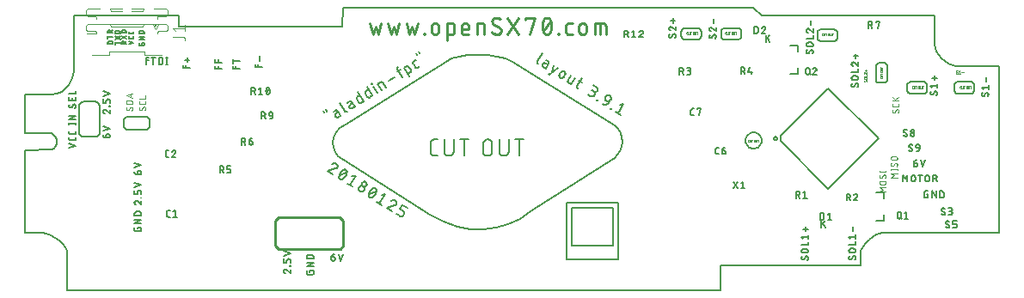
<source format=gto>
G75*
%MOIN*%
%OFA0B0*%
%FSLAX25Y25*%
%IPPOS*%
%LPD*%
%AMOC8*
5,1,8,0,0,1.08239X$1,22.5*
%
%ADD10C,0.00600*%
%ADD11C,0.00500*%
%ADD12C,0.00800*%
%ADD13C,0.00000*%
%ADD14C,0.01100*%
%ADD15C,0.01000*%
%ADD16C,0.00300*%
%ADD17C,0.00400*%
%ADD18C,0.00746*%
D10*
X0017703Y0038877D02*
X0017703Y0053068D01*
X0017473Y0054223D01*
X0016826Y0055511D01*
X0015826Y0056843D01*
X0014540Y0058131D01*
X0013031Y0059287D01*
X0011367Y0060221D01*
X0009609Y0060847D01*
X0007826Y0061075D01*
X0001300Y0061075D01*
X0001300Y0093285D01*
X0011489Y0093363D01*
X0012380Y0093845D01*
X0013016Y0094600D01*
X0013395Y0095536D01*
X0013520Y0096561D01*
X0013391Y0097585D01*
X0013008Y0098513D01*
X0012374Y0099256D01*
X0011489Y0099720D01*
X0001300Y0099735D01*
X0018297Y0099997D02*
X0018297Y0100574D01*
X0018297Y0099997D02*
X0018299Y0099949D01*
X0018305Y0099902D01*
X0018315Y0099855D01*
X0018328Y0099809D01*
X0018346Y0099765D01*
X0018367Y0099722D01*
X0018391Y0099681D01*
X0018419Y0099642D01*
X0018450Y0099606D01*
X0018484Y0099572D01*
X0018520Y0099541D01*
X0018559Y0099513D01*
X0018600Y0099489D01*
X0018643Y0099468D01*
X0018687Y0099450D01*
X0018733Y0099437D01*
X0018780Y0099427D01*
X0018827Y0099421D01*
X0018875Y0099419D01*
X0020319Y0099419D01*
X0020367Y0099421D01*
X0020414Y0099427D01*
X0020461Y0099437D01*
X0020507Y0099450D01*
X0020551Y0099468D01*
X0020594Y0099489D01*
X0020635Y0099513D01*
X0020674Y0099541D01*
X0020710Y0099572D01*
X0020744Y0099606D01*
X0020775Y0099642D01*
X0020803Y0099681D01*
X0020827Y0099722D01*
X0020848Y0099765D01*
X0020866Y0099809D01*
X0020879Y0099855D01*
X0020889Y0099902D01*
X0020895Y0099949D01*
X0020897Y0099997D01*
X0020897Y0100574D01*
X0022197Y0100208D02*
X0022197Y0110208D01*
X0022199Y0110291D01*
X0022205Y0110374D01*
X0022214Y0110457D01*
X0022228Y0110539D01*
X0022245Y0110620D01*
X0022266Y0110701D01*
X0022290Y0110780D01*
X0022319Y0110858D01*
X0022350Y0110935D01*
X0022386Y0111010D01*
X0022424Y0111084D01*
X0022467Y0111156D01*
X0022512Y0111225D01*
X0022561Y0111293D01*
X0022612Y0111358D01*
X0022667Y0111421D01*
X0022724Y0111481D01*
X0022784Y0111538D01*
X0022847Y0111593D01*
X0022912Y0111644D01*
X0022980Y0111693D01*
X0023049Y0111738D01*
X0023121Y0111781D01*
X0023195Y0111819D01*
X0023270Y0111855D01*
X0023347Y0111886D01*
X0023425Y0111915D01*
X0023504Y0111939D01*
X0023585Y0111960D01*
X0023666Y0111977D01*
X0023748Y0111991D01*
X0023831Y0112000D01*
X0023914Y0112006D01*
X0023997Y0112008D01*
X0028397Y0112008D01*
X0028480Y0112006D01*
X0028563Y0112000D01*
X0028646Y0111991D01*
X0028728Y0111977D01*
X0028809Y0111960D01*
X0028890Y0111939D01*
X0028969Y0111915D01*
X0029047Y0111886D01*
X0029124Y0111855D01*
X0029199Y0111819D01*
X0029273Y0111781D01*
X0029345Y0111738D01*
X0029414Y0111693D01*
X0029482Y0111644D01*
X0029547Y0111593D01*
X0029610Y0111538D01*
X0029670Y0111481D01*
X0029727Y0111421D01*
X0029782Y0111358D01*
X0029833Y0111293D01*
X0029882Y0111225D01*
X0029927Y0111156D01*
X0029970Y0111084D01*
X0030008Y0111010D01*
X0030044Y0110935D01*
X0030075Y0110858D01*
X0030104Y0110780D01*
X0030128Y0110701D01*
X0030149Y0110620D01*
X0030166Y0110539D01*
X0030180Y0110457D01*
X0030189Y0110374D01*
X0030195Y0110291D01*
X0030197Y0110208D01*
X0030197Y0100208D01*
X0031547Y0100744D02*
X0034147Y0101611D01*
X0031547Y0102477D01*
X0030197Y0100208D02*
X0030195Y0100125D01*
X0030189Y0100042D01*
X0030180Y0099959D01*
X0030166Y0099877D01*
X0030149Y0099796D01*
X0030128Y0099715D01*
X0030104Y0099636D01*
X0030075Y0099558D01*
X0030044Y0099481D01*
X0030008Y0099406D01*
X0029970Y0099332D01*
X0029927Y0099260D01*
X0029882Y0099191D01*
X0029833Y0099123D01*
X0029782Y0099058D01*
X0029727Y0098995D01*
X0029670Y0098935D01*
X0029610Y0098878D01*
X0029547Y0098823D01*
X0029482Y0098772D01*
X0029414Y0098723D01*
X0029345Y0098678D01*
X0029273Y0098635D01*
X0029199Y0098597D01*
X0029124Y0098561D01*
X0029047Y0098530D01*
X0028969Y0098501D01*
X0028890Y0098477D01*
X0028809Y0098456D01*
X0028728Y0098439D01*
X0028646Y0098425D01*
X0028563Y0098416D01*
X0028480Y0098410D01*
X0028397Y0098408D01*
X0023997Y0098408D01*
X0023914Y0098410D01*
X0023831Y0098416D01*
X0023748Y0098425D01*
X0023666Y0098439D01*
X0023585Y0098456D01*
X0023504Y0098477D01*
X0023425Y0098501D01*
X0023347Y0098530D01*
X0023270Y0098561D01*
X0023195Y0098597D01*
X0023121Y0098635D01*
X0023049Y0098678D01*
X0022980Y0098723D01*
X0022912Y0098772D01*
X0022847Y0098823D01*
X0022784Y0098878D01*
X0022724Y0098935D01*
X0022667Y0098995D01*
X0022612Y0099058D01*
X0022561Y0099123D01*
X0022512Y0099191D01*
X0022467Y0099260D01*
X0022424Y0099332D01*
X0022386Y0099406D01*
X0022350Y0099481D01*
X0022319Y0099558D01*
X0022290Y0099636D01*
X0022266Y0099715D01*
X0022245Y0099796D01*
X0022228Y0099877D01*
X0022214Y0099959D01*
X0022205Y0100042D01*
X0022199Y0100125D01*
X0022197Y0100208D01*
X0020897Y0098174D02*
X0020897Y0097597D01*
X0020895Y0097549D01*
X0020889Y0097502D01*
X0020879Y0097455D01*
X0020866Y0097409D01*
X0020848Y0097365D01*
X0020827Y0097322D01*
X0020803Y0097281D01*
X0020775Y0097242D01*
X0020744Y0097206D01*
X0020710Y0097172D01*
X0020674Y0097141D01*
X0020635Y0097113D01*
X0020594Y0097089D01*
X0020551Y0097068D01*
X0020507Y0097050D01*
X0020461Y0097037D01*
X0020414Y0097027D01*
X0020367Y0097021D01*
X0020319Y0097019D01*
X0018875Y0097019D01*
X0018827Y0097021D01*
X0018780Y0097027D01*
X0018733Y0097037D01*
X0018687Y0097050D01*
X0018643Y0097068D01*
X0018600Y0097089D01*
X0018559Y0097113D01*
X0018520Y0097141D01*
X0018484Y0097172D01*
X0018450Y0097206D01*
X0018419Y0097242D01*
X0018391Y0097281D01*
X0018367Y0097322D01*
X0018346Y0097365D01*
X0018328Y0097409D01*
X0018315Y0097455D01*
X0018305Y0097502D01*
X0018299Y0097549D01*
X0018297Y0097597D01*
X0018297Y0098174D01*
X0018297Y0095742D02*
X0020897Y0094875D01*
X0018297Y0094008D01*
X0032702Y0098008D02*
X0033425Y0098008D01*
X0033425Y0098009D02*
X0033478Y0098011D01*
X0033530Y0098017D01*
X0033582Y0098026D01*
X0033633Y0098040D01*
X0033683Y0098057D01*
X0033731Y0098077D01*
X0033778Y0098101D01*
X0033823Y0098129D01*
X0033866Y0098160D01*
X0033907Y0098193D01*
X0033945Y0098230D01*
X0033980Y0098269D01*
X0034012Y0098311D01*
X0034041Y0098355D01*
X0034067Y0098401D01*
X0034089Y0098449D01*
X0034108Y0098498D01*
X0034124Y0098548D01*
X0034135Y0098600D01*
X0034143Y0098652D01*
X0034147Y0098705D01*
X0034147Y0098757D01*
X0034143Y0098810D01*
X0034135Y0098862D01*
X0034124Y0098914D01*
X0034108Y0098964D01*
X0034089Y0099013D01*
X0034067Y0099061D01*
X0034041Y0099107D01*
X0034012Y0099151D01*
X0033980Y0099193D01*
X0033945Y0099232D01*
X0033907Y0099269D01*
X0033866Y0099302D01*
X0033823Y0099333D01*
X0033778Y0099361D01*
X0033731Y0099385D01*
X0033683Y0099405D01*
X0033633Y0099422D01*
X0033582Y0099436D01*
X0033530Y0099445D01*
X0033478Y0099451D01*
X0033425Y0099453D01*
X0033280Y0099453D01*
X0033235Y0099451D01*
X0033190Y0099446D01*
X0033145Y0099437D01*
X0033101Y0099425D01*
X0033059Y0099409D01*
X0033018Y0099390D01*
X0032978Y0099368D01*
X0032940Y0099343D01*
X0032905Y0099315D01*
X0032871Y0099284D01*
X0032840Y0099250D01*
X0032812Y0099215D01*
X0032787Y0099177D01*
X0032765Y0099137D01*
X0032746Y0099096D01*
X0032730Y0099054D01*
X0032718Y0099010D01*
X0032709Y0098965D01*
X0032704Y0098920D01*
X0032702Y0098875D01*
X0032702Y0098008D01*
X0032635Y0098010D01*
X0032568Y0098016D01*
X0032501Y0098026D01*
X0032435Y0098039D01*
X0032370Y0098057D01*
X0032307Y0098078D01*
X0032244Y0098103D01*
X0032183Y0098131D01*
X0032124Y0098163D01*
X0032067Y0098198D01*
X0032012Y0098237D01*
X0031959Y0098278D01*
X0031909Y0098323D01*
X0031861Y0098371D01*
X0031816Y0098421D01*
X0031775Y0098474D01*
X0031736Y0098529D01*
X0031701Y0098586D01*
X0031669Y0098645D01*
X0031641Y0098706D01*
X0031616Y0098769D01*
X0031595Y0098832D01*
X0031577Y0098897D01*
X0031564Y0098963D01*
X0031554Y0099030D01*
X0031548Y0099097D01*
X0031546Y0099164D01*
X0039697Y0102208D02*
X0039697Y0105208D01*
X0040697Y0106208D01*
X0048697Y0106208D01*
X0049697Y0105208D01*
X0049697Y0102208D01*
X0048697Y0101208D01*
X0040697Y0101208D01*
X0039697Y0102208D01*
X0034147Y0107508D02*
X0034147Y0108953D01*
X0034147Y0110174D02*
X0034147Y0110319D01*
X0034002Y0110319D01*
X0034002Y0110174D01*
X0034147Y0110174D01*
X0034147Y0111540D02*
X0034147Y0112407D01*
X0034145Y0112455D01*
X0034139Y0112502D01*
X0034129Y0112549D01*
X0034116Y0112595D01*
X0034098Y0112639D01*
X0034077Y0112682D01*
X0034053Y0112723D01*
X0034025Y0112762D01*
X0033994Y0112798D01*
X0033960Y0112832D01*
X0033924Y0112863D01*
X0033885Y0112891D01*
X0033844Y0112915D01*
X0033801Y0112936D01*
X0033757Y0112954D01*
X0033711Y0112967D01*
X0033664Y0112977D01*
X0033617Y0112983D01*
X0033569Y0112985D01*
X0033280Y0112985D01*
X0033235Y0112983D01*
X0033190Y0112978D01*
X0033145Y0112969D01*
X0033101Y0112957D01*
X0033059Y0112941D01*
X0033018Y0112922D01*
X0032978Y0112900D01*
X0032940Y0112875D01*
X0032905Y0112847D01*
X0032871Y0112816D01*
X0032840Y0112782D01*
X0032812Y0112747D01*
X0032787Y0112709D01*
X0032765Y0112669D01*
X0032746Y0112628D01*
X0032730Y0112586D01*
X0032718Y0112542D01*
X0032709Y0112497D01*
X0032704Y0112452D01*
X0032702Y0112407D01*
X0032702Y0111540D01*
X0031547Y0111540D01*
X0031547Y0112985D01*
X0031547Y0114276D02*
X0034147Y0115143D01*
X0031547Y0116009D01*
X0020897Y0116150D02*
X0020897Y0114994D01*
X0018297Y0114994D01*
X0018297Y0113654D02*
X0018297Y0112498D01*
X0020897Y0112498D01*
X0020897Y0113654D01*
X0019452Y0113365D02*
X0019452Y0112498D01*
X0019814Y0110764D02*
X0019380Y0109970D01*
X0018297Y0110259D02*
X0018299Y0110322D01*
X0018304Y0110385D01*
X0018314Y0110448D01*
X0018327Y0110510D01*
X0018343Y0110571D01*
X0018363Y0110631D01*
X0018387Y0110690D01*
X0018413Y0110748D01*
X0018444Y0110803D01*
X0018477Y0110857D01*
X0018514Y0110909D01*
X0019381Y0109970D02*
X0019355Y0109931D01*
X0019327Y0109893D01*
X0019296Y0109858D01*
X0019262Y0109826D01*
X0019225Y0109797D01*
X0019186Y0109770D01*
X0019146Y0109747D01*
X0019103Y0109727D01*
X0019059Y0109711D01*
X0019014Y0109698D01*
X0018968Y0109688D01*
X0018922Y0109683D01*
X0018875Y0109681D01*
X0018830Y0109683D01*
X0018785Y0109688D01*
X0018740Y0109697D01*
X0018696Y0109709D01*
X0018654Y0109725D01*
X0018613Y0109744D01*
X0018573Y0109766D01*
X0018535Y0109791D01*
X0018500Y0109819D01*
X0018466Y0109850D01*
X0018435Y0109884D01*
X0018407Y0109919D01*
X0018382Y0109957D01*
X0018360Y0109997D01*
X0018341Y0110038D01*
X0018325Y0110080D01*
X0018313Y0110124D01*
X0018304Y0110169D01*
X0018299Y0110214D01*
X0018297Y0110259D01*
X0020536Y0109608D02*
X0020583Y0109658D01*
X0020628Y0109710D01*
X0020669Y0109765D01*
X0020708Y0109822D01*
X0020743Y0109882D01*
X0020775Y0109943D01*
X0020803Y0110005D01*
X0020828Y0110070D01*
X0020849Y0110135D01*
X0020866Y0110202D01*
X0020880Y0110269D01*
X0020889Y0110338D01*
X0020895Y0110406D01*
X0020897Y0110475D01*
X0020895Y0110520D01*
X0020890Y0110565D01*
X0020881Y0110610D01*
X0020869Y0110654D01*
X0020853Y0110696D01*
X0020834Y0110737D01*
X0020812Y0110777D01*
X0020787Y0110815D01*
X0020759Y0110850D01*
X0020728Y0110884D01*
X0020694Y0110915D01*
X0020659Y0110943D01*
X0020621Y0110968D01*
X0020581Y0110990D01*
X0020540Y0111009D01*
X0020498Y0111025D01*
X0020454Y0111037D01*
X0020409Y0111046D01*
X0020364Y0111051D01*
X0020319Y0111053D01*
X0020272Y0111051D01*
X0020226Y0111046D01*
X0020180Y0111036D01*
X0020135Y0111023D01*
X0020091Y0111007D01*
X0020048Y0110987D01*
X0020008Y0110964D01*
X0019969Y0110937D01*
X0019932Y0110908D01*
X0019898Y0110876D01*
X0019867Y0110841D01*
X0019839Y0110803D01*
X0019813Y0110764D01*
X0015486Y0115887D02*
X0013651Y0115090D01*
X0011489Y0114803D01*
X0001300Y0114803D01*
X0015486Y0115887D02*
X0017005Y0117096D01*
X0018220Y0118620D01*
X0019144Y0120362D01*
X0019789Y0122225D01*
X0020167Y0124111D01*
X0020291Y0125924D01*
X0020291Y0145461D01*
X0060762Y0145461D02*
X0060762Y0141013D01*
X0124178Y0141164D01*
X0124439Y0148568D01*
X0283611Y0148568D01*
X0286803Y0145461D01*
X0353849Y0145461D01*
X0353872Y0134183D01*
X0354104Y0132969D01*
X0354668Y0131631D01*
X0355516Y0130256D01*
X0356599Y0128933D01*
X0357869Y0127750D01*
X0359276Y0126796D01*
X0360773Y0126160D01*
X0362309Y0125929D01*
X0362585Y0125935D01*
X0378794Y0125924D01*
X0378794Y0061075D01*
X0333600Y0061075D01*
X0332610Y0060907D01*
X0331351Y0060421D01*
X0329946Y0059641D01*
X0328519Y0058595D01*
X0327194Y0057307D01*
X0326094Y0055804D01*
X0325344Y0054111D01*
X0325066Y0052254D01*
X0325066Y0048361D01*
X0270858Y0048361D01*
X0270858Y0038877D01*
X0017703Y0038877D01*
X0044250Y0061758D02*
X0045694Y0061758D01*
X0045742Y0061760D01*
X0045789Y0061766D01*
X0045836Y0061776D01*
X0045882Y0061789D01*
X0045926Y0061807D01*
X0045969Y0061828D01*
X0046010Y0061852D01*
X0046049Y0061880D01*
X0046085Y0061911D01*
X0046119Y0061945D01*
X0046150Y0061981D01*
X0046178Y0062020D01*
X0046202Y0062061D01*
X0046223Y0062104D01*
X0046241Y0062148D01*
X0046254Y0062194D01*
X0046264Y0062241D01*
X0046270Y0062288D01*
X0046272Y0062336D01*
X0046272Y0063203D01*
X0044827Y0063203D01*
X0044827Y0062769D01*
X0044250Y0061758D02*
X0044202Y0061760D01*
X0044155Y0061766D01*
X0044108Y0061776D01*
X0044062Y0061789D01*
X0044018Y0061807D01*
X0043975Y0061828D01*
X0043934Y0061852D01*
X0043895Y0061880D01*
X0043859Y0061911D01*
X0043825Y0061945D01*
X0043794Y0061981D01*
X0043766Y0062020D01*
X0043742Y0062061D01*
X0043721Y0062104D01*
X0043703Y0062148D01*
X0043690Y0062194D01*
X0043680Y0062241D01*
X0043674Y0062288D01*
X0043672Y0062336D01*
X0043672Y0063203D01*
X0043672Y0064830D02*
X0046272Y0066275D01*
X0043672Y0066275D01*
X0043672Y0064830D02*
X0046272Y0064830D01*
X0046272Y0067902D02*
X0046272Y0068625D01*
X0046270Y0068677D01*
X0046265Y0068728D01*
X0046256Y0068778D01*
X0046243Y0068828D01*
X0046226Y0068877D01*
X0046207Y0068925D01*
X0046184Y0068971D01*
X0046157Y0069015D01*
X0046128Y0069058D01*
X0046096Y0069098D01*
X0046061Y0069136D01*
X0046023Y0069171D01*
X0045983Y0069203D01*
X0045940Y0069232D01*
X0045896Y0069259D01*
X0045850Y0069282D01*
X0045802Y0069301D01*
X0045753Y0069318D01*
X0045703Y0069331D01*
X0045653Y0069340D01*
X0045602Y0069345D01*
X0045550Y0069347D01*
X0044394Y0069347D01*
X0044343Y0069345D01*
X0044291Y0069340D01*
X0044241Y0069331D01*
X0044191Y0069318D01*
X0044142Y0069301D01*
X0044094Y0069282D01*
X0044048Y0069259D01*
X0044004Y0069232D01*
X0043961Y0069203D01*
X0043921Y0069171D01*
X0043883Y0069136D01*
X0043848Y0069098D01*
X0043816Y0069058D01*
X0043787Y0069015D01*
X0043760Y0068971D01*
X0043737Y0068925D01*
X0043718Y0068877D01*
X0043701Y0068828D01*
X0043689Y0068778D01*
X0043679Y0068728D01*
X0043674Y0068677D01*
X0043672Y0068625D01*
X0043672Y0067902D01*
X0046272Y0067902D01*
X0046272Y0072133D02*
X0046272Y0073578D01*
X0046272Y0074799D02*
X0046272Y0074944D01*
X0046127Y0074944D01*
X0046127Y0074799D01*
X0046272Y0074799D01*
X0046272Y0076165D02*
X0046272Y0077032D01*
X0046270Y0077080D01*
X0046264Y0077127D01*
X0046254Y0077174D01*
X0046241Y0077220D01*
X0046223Y0077264D01*
X0046202Y0077307D01*
X0046178Y0077348D01*
X0046150Y0077387D01*
X0046119Y0077423D01*
X0046085Y0077457D01*
X0046049Y0077488D01*
X0046010Y0077516D01*
X0045969Y0077540D01*
X0045926Y0077561D01*
X0045882Y0077579D01*
X0045836Y0077592D01*
X0045789Y0077602D01*
X0045742Y0077608D01*
X0045694Y0077610D01*
X0045405Y0077610D01*
X0045360Y0077608D01*
X0045315Y0077603D01*
X0045270Y0077594D01*
X0045226Y0077582D01*
X0045184Y0077566D01*
X0045143Y0077547D01*
X0045103Y0077525D01*
X0045065Y0077500D01*
X0045030Y0077472D01*
X0044996Y0077441D01*
X0044965Y0077407D01*
X0044937Y0077372D01*
X0044912Y0077334D01*
X0044890Y0077294D01*
X0044871Y0077253D01*
X0044855Y0077211D01*
X0044843Y0077167D01*
X0044834Y0077122D01*
X0044829Y0077077D01*
X0044827Y0077032D01*
X0044827Y0076165D01*
X0043672Y0076165D01*
X0043672Y0077610D01*
X0043672Y0078901D02*
X0046272Y0079768D01*
X0043672Y0080634D01*
X0044827Y0083758D02*
X0045550Y0083758D01*
X0045550Y0083759D02*
X0045603Y0083761D01*
X0045655Y0083767D01*
X0045707Y0083776D01*
X0045758Y0083790D01*
X0045808Y0083807D01*
X0045856Y0083827D01*
X0045903Y0083851D01*
X0045948Y0083879D01*
X0045991Y0083910D01*
X0046032Y0083943D01*
X0046070Y0083980D01*
X0046105Y0084019D01*
X0046137Y0084061D01*
X0046166Y0084105D01*
X0046192Y0084151D01*
X0046214Y0084199D01*
X0046233Y0084248D01*
X0046249Y0084298D01*
X0046260Y0084350D01*
X0046268Y0084402D01*
X0046272Y0084455D01*
X0046272Y0084507D01*
X0046268Y0084560D01*
X0046260Y0084612D01*
X0046249Y0084664D01*
X0046233Y0084714D01*
X0046214Y0084763D01*
X0046192Y0084811D01*
X0046166Y0084857D01*
X0046137Y0084901D01*
X0046105Y0084943D01*
X0046070Y0084982D01*
X0046032Y0085019D01*
X0045991Y0085052D01*
X0045948Y0085083D01*
X0045903Y0085111D01*
X0045856Y0085135D01*
X0045808Y0085155D01*
X0045758Y0085172D01*
X0045707Y0085186D01*
X0045655Y0085195D01*
X0045603Y0085201D01*
X0045550Y0085203D01*
X0045405Y0085203D01*
X0045360Y0085201D01*
X0045315Y0085196D01*
X0045270Y0085187D01*
X0045226Y0085175D01*
X0045184Y0085159D01*
X0045143Y0085140D01*
X0045103Y0085118D01*
X0045065Y0085093D01*
X0045030Y0085065D01*
X0044996Y0085034D01*
X0044965Y0085000D01*
X0044937Y0084965D01*
X0044912Y0084927D01*
X0044890Y0084887D01*
X0044871Y0084846D01*
X0044855Y0084804D01*
X0044843Y0084760D01*
X0044834Y0084715D01*
X0044829Y0084670D01*
X0044827Y0084625D01*
X0044827Y0083758D01*
X0044760Y0083760D01*
X0044693Y0083766D01*
X0044626Y0083776D01*
X0044560Y0083789D01*
X0044495Y0083807D01*
X0044432Y0083828D01*
X0044369Y0083853D01*
X0044308Y0083881D01*
X0044249Y0083913D01*
X0044192Y0083948D01*
X0044137Y0083987D01*
X0044084Y0084028D01*
X0044034Y0084073D01*
X0043986Y0084121D01*
X0043941Y0084171D01*
X0043900Y0084224D01*
X0043861Y0084279D01*
X0043826Y0084336D01*
X0043794Y0084395D01*
X0043766Y0084456D01*
X0043741Y0084519D01*
X0043720Y0084582D01*
X0043702Y0084647D01*
X0043689Y0084713D01*
X0043679Y0084780D01*
X0043673Y0084847D01*
X0043671Y0084914D01*
X0043672Y0086494D02*
X0046272Y0087361D01*
X0043672Y0088227D01*
X0055847Y0091145D02*
X0055847Y0092590D01*
X0055849Y0092638D01*
X0055855Y0092685D01*
X0055865Y0092732D01*
X0055878Y0092778D01*
X0055896Y0092822D01*
X0055917Y0092865D01*
X0055941Y0092906D01*
X0055969Y0092945D01*
X0056000Y0092981D01*
X0056034Y0093015D01*
X0056070Y0093046D01*
X0056109Y0093074D01*
X0056150Y0093098D01*
X0056193Y0093119D01*
X0056237Y0093137D01*
X0056283Y0093150D01*
X0056330Y0093160D01*
X0056377Y0093166D01*
X0056425Y0093168D01*
X0056425Y0093167D02*
X0057003Y0093167D01*
X0055847Y0091145D02*
X0055849Y0091100D01*
X0055854Y0091055D01*
X0055863Y0091010D01*
X0055875Y0090966D01*
X0055891Y0090924D01*
X0055910Y0090883D01*
X0055932Y0090843D01*
X0055957Y0090805D01*
X0055985Y0090770D01*
X0056016Y0090736D01*
X0056050Y0090705D01*
X0056085Y0090677D01*
X0056123Y0090652D01*
X0056163Y0090630D01*
X0056204Y0090611D01*
X0056246Y0090595D01*
X0056290Y0090583D01*
X0056335Y0090574D01*
X0056380Y0090569D01*
X0056425Y0090567D01*
X0057003Y0090567D01*
X0058261Y0090567D02*
X0059706Y0090567D01*
X0058261Y0090567D02*
X0059489Y0092012D01*
X0059056Y0093167D02*
X0059001Y0093165D01*
X0058946Y0093160D01*
X0058891Y0093151D01*
X0058838Y0093138D01*
X0058785Y0093122D01*
X0058733Y0093102D01*
X0058683Y0093079D01*
X0058634Y0093053D01*
X0058587Y0093023D01*
X0058543Y0092991D01*
X0058500Y0092955D01*
X0058460Y0092917D01*
X0058423Y0092876D01*
X0058388Y0092833D01*
X0058357Y0092788D01*
X0058328Y0092741D01*
X0058303Y0092692D01*
X0058280Y0092641D01*
X0058262Y0092589D01*
X0059489Y0092012D02*
X0059525Y0092048D01*
X0059558Y0092088D01*
X0059588Y0092129D01*
X0059615Y0092173D01*
X0059639Y0092219D01*
X0059659Y0092266D01*
X0059676Y0092314D01*
X0059689Y0092364D01*
X0059698Y0092415D01*
X0059704Y0092466D01*
X0059706Y0092517D01*
X0059704Y0092566D01*
X0059699Y0092614D01*
X0059690Y0092662D01*
X0059677Y0092709D01*
X0059661Y0092754D01*
X0059642Y0092799D01*
X0059619Y0092842D01*
X0059593Y0092883D01*
X0059564Y0092922D01*
X0059532Y0092959D01*
X0059498Y0092993D01*
X0059461Y0093025D01*
X0059422Y0093054D01*
X0059381Y0093080D01*
X0059338Y0093103D01*
X0059293Y0093122D01*
X0059248Y0093138D01*
X0059201Y0093151D01*
X0059153Y0093160D01*
X0059105Y0093165D01*
X0059056Y0093167D01*
X0076728Y0087033D02*
X0077451Y0087033D01*
X0077504Y0087031D01*
X0077556Y0087025D01*
X0077608Y0087016D01*
X0077659Y0087002D01*
X0077709Y0086985D01*
X0077757Y0086965D01*
X0077804Y0086941D01*
X0077849Y0086913D01*
X0077892Y0086882D01*
X0077933Y0086849D01*
X0077971Y0086812D01*
X0078006Y0086773D01*
X0078038Y0086731D01*
X0078067Y0086687D01*
X0078093Y0086641D01*
X0078115Y0086593D01*
X0078134Y0086544D01*
X0078150Y0086494D01*
X0078161Y0086442D01*
X0078169Y0086390D01*
X0078173Y0086337D01*
X0078173Y0086285D01*
X0078169Y0086232D01*
X0078161Y0086180D01*
X0078150Y0086128D01*
X0078134Y0086078D01*
X0078115Y0086029D01*
X0078093Y0085981D01*
X0078067Y0085935D01*
X0078038Y0085891D01*
X0078006Y0085849D01*
X0077971Y0085810D01*
X0077933Y0085773D01*
X0077892Y0085740D01*
X0077849Y0085709D01*
X0077804Y0085681D01*
X0077757Y0085657D01*
X0077709Y0085637D01*
X0077659Y0085620D01*
X0077608Y0085606D01*
X0077556Y0085597D01*
X0077504Y0085591D01*
X0077451Y0085589D01*
X0076728Y0085589D01*
X0077595Y0085589D02*
X0078173Y0084433D01*
X0079577Y0084433D02*
X0080444Y0084433D01*
X0080492Y0084435D01*
X0080539Y0084441D01*
X0080586Y0084451D01*
X0080632Y0084464D01*
X0080676Y0084482D01*
X0080719Y0084503D01*
X0080760Y0084527D01*
X0080799Y0084555D01*
X0080835Y0084586D01*
X0080869Y0084620D01*
X0080900Y0084656D01*
X0080928Y0084695D01*
X0080952Y0084736D01*
X0080973Y0084779D01*
X0080991Y0084823D01*
X0081004Y0084869D01*
X0081014Y0084916D01*
X0081020Y0084963D01*
X0081022Y0085011D01*
X0081022Y0085300D01*
X0081020Y0085345D01*
X0081015Y0085390D01*
X0081006Y0085435D01*
X0080994Y0085479D01*
X0080978Y0085521D01*
X0080959Y0085562D01*
X0080937Y0085602D01*
X0080912Y0085640D01*
X0080884Y0085675D01*
X0080853Y0085709D01*
X0080819Y0085740D01*
X0080784Y0085768D01*
X0080746Y0085793D01*
X0080706Y0085815D01*
X0080665Y0085834D01*
X0080623Y0085850D01*
X0080579Y0085862D01*
X0080534Y0085871D01*
X0080489Y0085876D01*
X0080444Y0085878D01*
X0079577Y0085878D01*
X0079577Y0087033D01*
X0081022Y0087033D01*
X0076728Y0087033D02*
X0076728Y0084433D01*
X0085228Y0095308D02*
X0085228Y0097908D01*
X0085951Y0097908D01*
X0086004Y0097906D01*
X0086056Y0097900D01*
X0086108Y0097891D01*
X0086159Y0097877D01*
X0086209Y0097860D01*
X0086257Y0097840D01*
X0086304Y0097816D01*
X0086349Y0097788D01*
X0086392Y0097757D01*
X0086433Y0097724D01*
X0086471Y0097687D01*
X0086506Y0097648D01*
X0086538Y0097606D01*
X0086567Y0097562D01*
X0086593Y0097516D01*
X0086615Y0097468D01*
X0086634Y0097419D01*
X0086650Y0097369D01*
X0086661Y0097317D01*
X0086669Y0097265D01*
X0086673Y0097212D01*
X0086673Y0097160D01*
X0086669Y0097107D01*
X0086661Y0097055D01*
X0086650Y0097003D01*
X0086634Y0096953D01*
X0086615Y0096904D01*
X0086593Y0096856D01*
X0086567Y0096810D01*
X0086538Y0096766D01*
X0086506Y0096724D01*
X0086471Y0096685D01*
X0086433Y0096648D01*
X0086392Y0096615D01*
X0086349Y0096584D01*
X0086304Y0096556D01*
X0086257Y0096532D01*
X0086209Y0096512D01*
X0086159Y0096495D01*
X0086108Y0096481D01*
X0086056Y0096472D01*
X0086004Y0096466D01*
X0085951Y0096464D01*
X0085228Y0096464D01*
X0086095Y0096464D02*
X0086673Y0095308D01*
X0088077Y0096031D02*
X0088077Y0096753D01*
X0088944Y0096753D01*
X0088077Y0096753D02*
X0088079Y0096820D01*
X0088085Y0096887D01*
X0088095Y0096954D01*
X0088108Y0097020D01*
X0088126Y0097085D01*
X0088147Y0097148D01*
X0088172Y0097211D01*
X0088200Y0097272D01*
X0088232Y0097331D01*
X0088267Y0097388D01*
X0088306Y0097443D01*
X0088347Y0097496D01*
X0088392Y0097546D01*
X0088440Y0097594D01*
X0088490Y0097639D01*
X0088543Y0097680D01*
X0088598Y0097719D01*
X0088655Y0097754D01*
X0088714Y0097786D01*
X0088775Y0097814D01*
X0088838Y0097839D01*
X0088901Y0097860D01*
X0088966Y0097878D01*
X0089032Y0097891D01*
X0089099Y0097901D01*
X0089166Y0097907D01*
X0089233Y0097909D01*
X0089522Y0096175D02*
X0089522Y0096031D01*
X0089522Y0096175D02*
X0089520Y0096220D01*
X0089515Y0096265D01*
X0089506Y0096310D01*
X0089494Y0096354D01*
X0089478Y0096396D01*
X0089459Y0096437D01*
X0089437Y0096477D01*
X0089412Y0096515D01*
X0089384Y0096550D01*
X0089353Y0096584D01*
X0089319Y0096615D01*
X0089284Y0096643D01*
X0089246Y0096668D01*
X0089206Y0096690D01*
X0089165Y0096709D01*
X0089123Y0096725D01*
X0089079Y0096737D01*
X0089034Y0096746D01*
X0088989Y0096751D01*
X0088944Y0096753D01*
X0089522Y0096031D02*
X0089520Y0095978D01*
X0089514Y0095926D01*
X0089505Y0095874D01*
X0089491Y0095823D01*
X0089474Y0095773D01*
X0089454Y0095725D01*
X0089430Y0095678D01*
X0089402Y0095633D01*
X0089371Y0095590D01*
X0089338Y0095549D01*
X0089301Y0095511D01*
X0089262Y0095476D01*
X0089220Y0095444D01*
X0089176Y0095415D01*
X0089130Y0095389D01*
X0089082Y0095367D01*
X0089033Y0095348D01*
X0088983Y0095332D01*
X0088931Y0095321D01*
X0088879Y0095313D01*
X0088826Y0095309D01*
X0088774Y0095309D01*
X0088721Y0095313D01*
X0088669Y0095321D01*
X0088617Y0095332D01*
X0088567Y0095348D01*
X0088518Y0095367D01*
X0088470Y0095389D01*
X0088424Y0095415D01*
X0088380Y0095444D01*
X0088338Y0095476D01*
X0088299Y0095511D01*
X0088262Y0095549D01*
X0088229Y0095590D01*
X0088198Y0095633D01*
X0088170Y0095678D01*
X0088146Y0095725D01*
X0088126Y0095773D01*
X0088109Y0095823D01*
X0088095Y0095874D01*
X0088086Y0095926D01*
X0088080Y0095978D01*
X0088078Y0096031D01*
X0092978Y0105433D02*
X0092978Y0108033D01*
X0093701Y0108033D01*
X0093754Y0108031D01*
X0093806Y0108025D01*
X0093858Y0108016D01*
X0093909Y0108002D01*
X0093959Y0107985D01*
X0094007Y0107965D01*
X0094054Y0107941D01*
X0094099Y0107913D01*
X0094142Y0107882D01*
X0094183Y0107849D01*
X0094221Y0107812D01*
X0094256Y0107773D01*
X0094288Y0107731D01*
X0094317Y0107687D01*
X0094343Y0107641D01*
X0094365Y0107593D01*
X0094384Y0107544D01*
X0094400Y0107494D01*
X0094411Y0107442D01*
X0094419Y0107390D01*
X0094423Y0107337D01*
X0094423Y0107285D01*
X0094419Y0107232D01*
X0094411Y0107180D01*
X0094400Y0107128D01*
X0094384Y0107078D01*
X0094365Y0107029D01*
X0094343Y0106981D01*
X0094317Y0106935D01*
X0094288Y0106891D01*
X0094256Y0106849D01*
X0094221Y0106810D01*
X0094183Y0106773D01*
X0094142Y0106740D01*
X0094099Y0106709D01*
X0094054Y0106681D01*
X0094007Y0106657D01*
X0093959Y0106637D01*
X0093909Y0106620D01*
X0093858Y0106606D01*
X0093806Y0106597D01*
X0093754Y0106591D01*
X0093701Y0106589D01*
X0092978Y0106589D01*
X0093845Y0106589D02*
X0094423Y0105433D01*
X0096116Y0105433D02*
X0096183Y0105435D01*
X0096250Y0105441D01*
X0096317Y0105451D01*
X0096383Y0105464D01*
X0096448Y0105482D01*
X0096511Y0105503D01*
X0096574Y0105528D01*
X0096635Y0105556D01*
X0096694Y0105588D01*
X0096751Y0105623D01*
X0096806Y0105662D01*
X0096859Y0105703D01*
X0096909Y0105748D01*
X0096957Y0105796D01*
X0097002Y0105846D01*
X0097043Y0105899D01*
X0097082Y0105954D01*
X0097117Y0106011D01*
X0097149Y0106070D01*
X0097177Y0106131D01*
X0097202Y0106194D01*
X0097223Y0106257D01*
X0097241Y0106322D01*
X0097254Y0106388D01*
X0097264Y0106455D01*
X0097270Y0106522D01*
X0097272Y0106589D01*
X0097272Y0107311D01*
X0097272Y0106589D02*
X0096405Y0106589D01*
X0096360Y0106591D01*
X0096315Y0106596D01*
X0096270Y0106605D01*
X0096226Y0106617D01*
X0096184Y0106633D01*
X0096143Y0106652D01*
X0096103Y0106674D01*
X0096065Y0106699D01*
X0096030Y0106727D01*
X0095996Y0106758D01*
X0095965Y0106792D01*
X0095937Y0106827D01*
X0095912Y0106865D01*
X0095890Y0106905D01*
X0095871Y0106946D01*
X0095855Y0106988D01*
X0095843Y0107032D01*
X0095834Y0107077D01*
X0095829Y0107122D01*
X0095827Y0107167D01*
X0095827Y0107311D01*
X0095828Y0107311D02*
X0095830Y0107364D01*
X0095836Y0107416D01*
X0095845Y0107468D01*
X0095859Y0107519D01*
X0095876Y0107569D01*
X0095896Y0107617D01*
X0095920Y0107664D01*
X0095948Y0107709D01*
X0095979Y0107752D01*
X0096012Y0107793D01*
X0096049Y0107831D01*
X0096088Y0107866D01*
X0096130Y0107898D01*
X0096174Y0107927D01*
X0096220Y0107953D01*
X0096268Y0107975D01*
X0096317Y0107994D01*
X0096367Y0108010D01*
X0096419Y0108021D01*
X0096471Y0108029D01*
X0096524Y0108033D01*
X0096576Y0108033D01*
X0096629Y0108029D01*
X0096681Y0108021D01*
X0096733Y0108010D01*
X0096783Y0107994D01*
X0096832Y0107975D01*
X0096880Y0107953D01*
X0096926Y0107927D01*
X0096970Y0107898D01*
X0097012Y0107866D01*
X0097051Y0107831D01*
X0097088Y0107793D01*
X0097121Y0107752D01*
X0097152Y0107709D01*
X0097180Y0107664D01*
X0097204Y0107617D01*
X0097224Y0107569D01*
X0097241Y0107519D01*
X0097255Y0107468D01*
X0097264Y0107416D01*
X0097270Y0107364D01*
X0097272Y0107311D01*
X0095425Y0114934D02*
X0095469Y0114936D01*
X0095513Y0114941D01*
X0095556Y0114950D01*
X0095598Y0114963D01*
X0095640Y0114979D01*
X0095679Y0114998D01*
X0095717Y0115021D01*
X0095753Y0115047D01*
X0095787Y0115075D01*
X0095818Y0115106D01*
X0095847Y0115140D01*
X0095872Y0115176D01*
X0095895Y0115214D01*
X0095914Y0115254D01*
X0095930Y0115295D01*
X0095425Y0114934D02*
X0095381Y0114936D01*
X0095337Y0114941D01*
X0095294Y0114950D01*
X0095252Y0114963D01*
X0095210Y0114979D01*
X0095171Y0114998D01*
X0095133Y0115021D01*
X0095097Y0115047D01*
X0095063Y0115075D01*
X0095032Y0115106D01*
X0095004Y0115140D01*
X0094978Y0115176D01*
X0094955Y0115214D01*
X0094936Y0115254D01*
X0094920Y0115295D01*
X0094847Y0115511D02*
X0096002Y0116956D01*
X0095930Y0117172D02*
X0095914Y0117213D01*
X0095895Y0117253D01*
X0095872Y0117291D01*
X0095847Y0117327D01*
X0095818Y0117361D01*
X0095787Y0117392D01*
X0095753Y0117420D01*
X0095717Y0117446D01*
X0095679Y0117469D01*
X0095640Y0117488D01*
X0095598Y0117504D01*
X0095556Y0117517D01*
X0095513Y0117526D01*
X0095469Y0117531D01*
X0095425Y0117533D01*
X0095381Y0117531D01*
X0095337Y0117526D01*
X0095294Y0117517D01*
X0095252Y0117504D01*
X0095210Y0117488D01*
X0095171Y0117469D01*
X0095133Y0117446D01*
X0095097Y0117420D01*
X0095063Y0117392D01*
X0095032Y0117361D01*
X0095004Y0117327D01*
X0094978Y0117291D01*
X0094955Y0117253D01*
X0094936Y0117213D01*
X0094920Y0117172D01*
X0095930Y0117172D02*
X0095967Y0117092D01*
X0096001Y0117010D01*
X0096031Y0116927D01*
X0096058Y0116843D01*
X0096082Y0116758D01*
X0096102Y0116672D01*
X0096118Y0116585D01*
X0096131Y0116497D01*
X0096140Y0116410D01*
X0096145Y0116321D01*
X0096147Y0116233D01*
X0094702Y0116233D02*
X0094704Y0116321D01*
X0094709Y0116410D01*
X0094718Y0116497D01*
X0094731Y0116585D01*
X0094747Y0116672D01*
X0094767Y0116758D01*
X0094791Y0116843D01*
X0094818Y0116927D01*
X0094848Y0117010D01*
X0094882Y0117092D01*
X0094919Y0117172D01*
X0096147Y0116233D02*
X0096145Y0116145D01*
X0096140Y0116056D01*
X0096131Y0115969D01*
X0096118Y0115881D01*
X0096102Y0115794D01*
X0096082Y0115708D01*
X0096058Y0115623D01*
X0096031Y0115539D01*
X0096001Y0115456D01*
X0095967Y0115374D01*
X0095930Y0115294D01*
X0094919Y0115294D02*
X0094882Y0115374D01*
X0094848Y0115456D01*
X0094818Y0115539D01*
X0094791Y0115623D01*
X0094767Y0115708D01*
X0094747Y0115794D01*
X0094731Y0115881D01*
X0094718Y0115969D01*
X0094709Y0116056D01*
X0094704Y0116145D01*
X0094702Y0116233D01*
X0093267Y0114933D02*
X0091822Y0114933D01*
X0092545Y0114933D02*
X0092545Y0117533D01*
X0091822Y0116956D01*
X0089696Y0117533D02*
X0089749Y0117531D01*
X0089801Y0117525D01*
X0089853Y0117516D01*
X0089904Y0117502D01*
X0089954Y0117485D01*
X0090002Y0117465D01*
X0090049Y0117441D01*
X0090094Y0117413D01*
X0090137Y0117382D01*
X0090178Y0117349D01*
X0090216Y0117312D01*
X0090251Y0117273D01*
X0090283Y0117231D01*
X0090312Y0117187D01*
X0090338Y0117141D01*
X0090360Y0117093D01*
X0090379Y0117044D01*
X0090395Y0116994D01*
X0090406Y0116942D01*
X0090414Y0116890D01*
X0090418Y0116837D01*
X0090418Y0116785D01*
X0090414Y0116732D01*
X0090406Y0116680D01*
X0090395Y0116628D01*
X0090379Y0116578D01*
X0090360Y0116529D01*
X0090338Y0116481D01*
X0090312Y0116435D01*
X0090283Y0116391D01*
X0090251Y0116349D01*
X0090216Y0116310D01*
X0090178Y0116273D01*
X0090137Y0116240D01*
X0090094Y0116209D01*
X0090049Y0116181D01*
X0090002Y0116157D01*
X0089954Y0116137D01*
X0089904Y0116120D01*
X0089853Y0116106D01*
X0089801Y0116097D01*
X0089749Y0116091D01*
X0089696Y0116089D01*
X0088973Y0116089D01*
X0089840Y0116089D02*
X0090418Y0114933D01*
X0088973Y0114933D02*
X0088973Y0117533D01*
X0089696Y0117533D01*
X0090497Y0125487D02*
X0090497Y0126643D01*
X0091652Y0126643D02*
X0091652Y0125487D01*
X0090497Y0125487D02*
X0093097Y0125487D01*
X0092086Y0127925D02*
X0092086Y0129658D01*
X0084397Y0127679D02*
X0081797Y0127679D01*
X0081797Y0126957D02*
X0081797Y0128401D01*
X0077597Y0127253D02*
X0074997Y0127253D01*
X0074997Y0128408D01*
X0076152Y0128408D02*
X0076152Y0127253D01*
X0076152Y0125912D02*
X0076152Y0124757D01*
X0074997Y0124757D02*
X0074997Y0125912D01*
X0074997Y0124757D02*
X0077597Y0124757D01*
X0081797Y0124758D02*
X0081797Y0125914D01*
X0082952Y0125914D02*
X0082952Y0124758D01*
X0081797Y0124758D02*
X0084397Y0124758D01*
X0065097Y0124987D02*
X0062497Y0124987D01*
X0062497Y0126143D01*
X0063652Y0126143D02*
X0063652Y0124987D01*
X0064086Y0127425D02*
X0064086Y0129158D01*
X0064952Y0128292D02*
X0063219Y0128292D01*
X0034147Y0107508D02*
X0032702Y0108736D01*
X0031547Y0108303D02*
X0031549Y0108248D01*
X0031554Y0108193D01*
X0031563Y0108138D01*
X0031576Y0108085D01*
X0031592Y0108032D01*
X0031612Y0107980D01*
X0031635Y0107930D01*
X0031661Y0107881D01*
X0031691Y0107834D01*
X0031723Y0107790D01*
X0031759Y0107747D01*
X0031797Y0107707D01*
X0031838Y0107670D01*
X0031881Y0107635D01*
X0031926Y0107604D01*
X0031973Y0107575D01*
X0032022Y0107550D01*
X0032073Y0107527D01*
X0032125Y0107509D01*
X0032702Y0108736D02*
X0032666Y0108772D01*
X0032626Y0108805D01*
X0032585Y0108835D01*
X0032541Y0108862D01*
X0032495Y0108886D01*
X0032448Y0108906D01*
X0032400Y0108923D01*
X0032350Y0108936D01*
X0032299Y0108945D01*
X0032248Y0108951D01*
X0032197Y0108953D01*
X0032148Y0108951D01*
X0032100Y0108946D01*
X0032052Y0108937D01*
X0032005Y0108924D01*
X0031960Y0108908D01*
X0031915Y0108889D01*
X0031872Y0108866D01*
X0031831Y0108840D01*
X0031792Y0108811D01*
X0031755Y0108779D01*
X0031721Y0108745D01*
X0031689Y0108708D01*
X0031660Y0108669D01*
X0031634Y0108628D01*
X0031611Y0108585D01*
X0031592Y0108540D01*
X0031576Y0108495D01*
X0031563Y0108448D01*
X0031554Y0108400D01*
X0031549Y0108352D01*
X0031547Y0108303D01*
X0020897Y0106637D02*
X0018297Y0106637D01*
X0018297Y0105193D02*
X0020897Y0106637D01*
X0020897Y0105193D02*
X0018297Y0105193D01*
X0018297Y0103804D02*
X0018297Y0103226D01*
X0018297Y0103515D02*
X0020897Y0103515D01*
X0020897Y0103226D02*
X0020897Y0103804D01*
X0044827Y0073361D02*
X0046272Y0072133D01*
X0044250Y0072134D02*
X0044198Y0072152D01*
X0044147Y0072175D01*
X0044098Y0072200D01*
X0044051Y0072229D01*
X0044006Y0072260D01*
X0043963Y0072295D01*
X0043922Y0072332D01*
X0043884Y0072372D01*
X0043848Y0072415D01*
X0043816Y0072459D01*
X0043786Y0072506D01*
X0043760Y0072555D01*
X0043737Y0072605D01*
X0043717Y0072657D01*
X0043701Y0072710D01*
X0043688Y0072763D01*
X0043679Y0072818D01*
X0043674Y0072873D01*
X0043672Y0072928D01*
X0043674Y0072977D01*
X0043679Y0073025D01*
X0043688Y0073073D01*
X0043701Y0073120D01*
X0043717Y0073165D01*
X0043736Y0073210D01*
X0043759Y0073253D01*
X0043785Y0073294D01*
X0043814Y0073333D01*
X0043846Y0073370D01*
X0043880Y0073404D01*
X0043917Y0073436D01*
X0043956Y0073465D01*
X0043997Y0073491D01*
X0044040Y0073514D01*
X0044085Y0073533D01*
X0044130Y0073549D01*
X0044177Y0073562D01*
X0044225Y0073571D01*
X0044273Y0073576D01*
X0044322Y0073578D01*
X0044373Y0073576D01*
X0044424Y0073570D01*
X0044475Y0073561D01*
X0044525Y0073548D01*
X0044573Y0073531D01*
X0044620Y0073511D01*
X0044666Y0073487D01*
X0044710Y0073460D01*
X0044751Y0073430D01*
X0044791Y0073397D01*
X0044827Y0073361D01*
X0056268Y0069331D02*
X0056268Y0067886D01*
X0056267Y0067886D02*
X0056269Y0067841D01*
X0056274Y0067796D01*
X0056283Y0067751D01*
X0056295Y0067707D01*
X0056311Y0067665D01*
X0056330Y0067624D01*
X0056352Y0067584D01*
X0056377Y0067546D01*
X0056405Y0067511D01*
X0056436Y0067477D01*
X0056470Y0067446D01*
X0056505Y0067418D01*
X0056543Y0067393D01*
X0056583Y0067371D01*
X0056624Y0067352D01*
X0056666Y0067336D01*
X0056710Y0067324D01*
X0056755Y0067315D01*
X0056800Y0067310D01*
X0056845Y0067308D01*
X0057423Y0067308D01*
X0058682Y0067308D02*
X0060126Y0067308D01*
X0059404Y0067308D02*
X0059404Y0069908D01*
X0058682Y0069331D01*
X0057423Y0069908D02*
X0056845Y0069908D01*
X0056845Y0069909D02*
X0056797Y0069907D01*
X0056750Y0069901D01*
X0056703Y0069891D01*
X0056657Y0069878D01*
X0056613Y0069860D01*
X0056570Y0069839D01*
X0056529Y0069815D01*
X0056490Y0069787D01*
X0056454Y0069756D01*
X0056420Y0069722D01*
X0056389Y0069686D01*
X0056361Y0069647D01*
X0056337Y0069606D01*
X0056316Y0069563D01*
X0056298Y0069519D01*
X0056285Y0069473D01*
X0056275Y0069426D01*
X0056269Y0069379D01*
X0056267Y0069331D01*
X0101547Y0054009D02*
X0104147Y0053143D01*
X0101547Y0052276D01*
X0101547Y0050985D02*
X0101547Y0049540D01*
X0102702Y0049540D01*
X0102702Y0050407D01*
X0102704Y0050452D01*
X0102709Y0050497D01*
X0102718Y0050542D01*
X0102730Y0050586D01*
X0102746Y0050628D01*
X0102765Y0050669D01*
X0102787Y0050709D01*
X0102812Y0050747D01*
X0102840Y0050782D01*
X0102871Y0050816D01*
X0102905Y0050847D01*
X0102940Y0050875D01*
X0102978Y0050900D01*
X0103018Y0050922D01*
X0103059Y0050941D01*
X0103101Y0050957D01*
X0103145Y0050969D01*
X0103190Y0050978D01*
X0103235Y0050983D01*
X0103280Y0050985D01*
X0103569Y0050985D01*
X0103617Y0050983D01*
X0103664Y0050977D01*
X0103711Y0050967D01*
X0103757Y0050954D01*
X0103801Y0050936D01*
X0103844Y0050915D01*
X0103885Y0050891D01*
X0103924Y0050863D01*
X0103960Y0050832D01*
X0103994Y0050798D01*
X0104025Y0050762D01*
X0104053Y0050723D01*
X0104077Y0050682D01*
X0104098Y0050639D01*
X0104116Y0050595D01*
X0104129Y0050549D01*
X0104139Y0050502D01*
X0104145Y0050455D01*
X0104147Y0050407D01*
X0104147Y0049540D01*
X0104147Y0048319D02*
X0104147Y0048174D01*
X0104002Y0048174D01*
X0104002Y0048319D01*
X0104147Y0048319D01*
X0104147Y0046953D02*
X0104147Y0045508D01*
X0102702Y0046736D01*
X0101547Y0046303D02*
X0101549Y0046248D01*
X0101554Y0046193D01*
X0101563Y0046138D01*
X0101576Y0046085D01*
X0101592Y0046032D01*
X0101612Y0045980D01*
X0101635Y0045930D01*
X0101661Y0045881D01*
X0101691Y0045834D01*
X0101723Y0045790D01*
X0101759Y0045747D01*
X0101797Y0045707D01*
X0101838Y0045670D01*
X0101881Y0045635D01*
X0101926Y0045604D01*
X0101973Y0045575D01*
X0102022Y0045550D01*
X0102073Y0045527D01*
X0102125Y0045509D01*
X0102702Y0046736D02*
X0102666Y0046772D01*
X0102626Y0046805D01*
X0102585Y0046835D01*
X0102541Y0046862D01*
X0102495Y0046886D01*
X0102448Y0046906D01*
X0102400Y0046923D01*
X0102350Y0046936D01*
X0102299Y0046945D01*
X0102248Y0046951D01*
X0102197Y0046953D01*
X0102148Y0046951D01*
X0102100Y0046946D01*
X0102052Y0046937D01*
X0102005Y0046924D01*
X0101960Y0046908D01*
X0101915Y0046889D01*
X0101872Y0046866D01*
X0101831Y0046840D01*
X0101792Y0046811D01*
X0101755Y0046779D01*
X0101721Y0046745D01*
X0101689Y0046708D01*
X0101660Y0046669D01*
X0101634Y0046628D01*
X0101611Y0046585D01*
X0101592Y0046540D01*
X0101576Y0046495D01*
X0101563Y0046448D01*
X0101554Y0046400D01*
X0101549Y0046352D01*
X0101547Y0046303D01*
X0110497Y0046389D02*
X0110497Y0045523D01*
X0110499Y0045475D01*
X0110505Y0045428D01*
X0110515Y0045381D01*
X0110528Y0045335D01*
X0110546Y0045291D01*
X0110567Y0045248D01*
X0110591Y0045207D01*
X0110619Y0045168D01*
X0110650Y0045132D01*
X0110684Y0045098D01*
X0110720Y0045067D01*
X0110759Y0045039D01*
X0110800Y0045015D01*
X0110843Y0044994D01*
X0110887Y0044976D01*
X0110933Y0044963D01*
X0110980Y0044953D01*
X0111027Y0044947D01*
X0111075Y0044945D01*
X0112519Y0044945D01*
X0112567Y0044947D01*
X0112614Y0044953D01*
X0112661Y0044963D01*
X0112707Y0044976D01*
X0112751Y0044994D01*
X0112794Y0045015D01*
X0112835Y0045039D01*
X0112874Y0045067D01*
X0112910Y0045098D01*
X0112944Y0045132D01*
X0112975Y0045168D01*
X0113003Y0045207D01*
X0113027Y0045248D01*
X0113048Y0045291D01*
X0113066Y0045335D01*
X0113079Y0045381D01*
X0113089Y0045428D01*
X0113095Y0045475D01*
X0113097Y0045523D01*
X0113097Y0046389D01*
X0111652Y0046389D01*
X0111652Y0045956D01*
X0110497Y0048017D02*
X0113097Y0049461D01*
X0110497Y0049461D01*
X0110497Y0048017D02*
X0113097Y0048017D01*
X0113097Y0051089D02*
X0113097Y0051811D01*
X0113097Y0051089D02*
X0110497Y0051089D01*
X0110497Y0051811D01*
X0110499Y0051863D01*
X0110504Y0051914D01*
X0110514Y0051964D01*
X0110526Y0052014D01*
X0110543Y0052063D01*
X0110562Y0052111D01*
X0110585Y0052157D01*
X0110612Y0052201D01*
X0110641Y0052244D01*
X0110673Y0052284D01*
X0110708Y0052322D01*
X0110746Y0052357D01*
X0110786Y0052389D01*
X0110829Y0052418D01*
X0110873Y0052445D01*
X0110919Y0052468D01*
X0110967Y0052487D01*
X0111016Y0052504D01*
X0111066Y0052517D01*
X0111116Y0052526D01*
X0111168Y0052531D01*
X0111219Y0052533D01*
X0112375Y0052533D01*
X0112427Y0052531D01*
X0112478Y0052526D01*
X0112528Y0052517D01*
X0112578Y0052504D01*
X0112627Y0052487D01*
X0112675Y0052468D01*
X0112721Y0052445D01*
X0112765Y0052418D01*
X0112808Y0052389D01*
X0112848Y0052357D01*
X0112886Y0052322D01*
X0112921Y0052284D01*
X0112953Y0052244D01*
X0112982Y0052201D01*
X0113009Y0052157D01*
X0113032Y0052111D01*
X0113051Y0052063D01*
X0113068Y0052014D01*
X0113081Y0051964D01*
X0113090Y0051914D01*
X0113095Y0051863D01*
X0113097Y0051811D01*
X0119997Y0051703D02*
X0119997Y0050981D01*
X0119997Y0051703D02*
X0120864Y0051703D01*
X0119996Y0051703D02*
X0119998Y0051770D01*
X0120004Y0051837D01*
X0120014Y0051904D01*
X0120027Y0051970D01*
X0120045Y0052035D01*
X0120066Y0052098D01*
X0120091Y0052161D01*
X0120119Y0052222D01*
X0120151Y0052281D01*
X0120186Y0052338D01*
X0120225Y0052393D01*
X0120266Y0052446D01*
X0120311Y0052496D01*
X0120359Y0052544D01*
X0120409Y0052589D01*
X0120462Y0052630D01*
X0120517Y0052669D01*
X0120574Y0052704D01*
X0120633Y0052736D01*
X0120694Y0052764D01*
X0120757Y0052789D01*
X0120820Y0052810D01*
X0120885Y0052828D01*
X0120951Y0052841D01*
X0121018Y0052851D01*
X0121085Y0052857D01*
X0121152Y0052859D01*
X0122732Y0052858D02*
X0123599Y0050258D01*
X0124466Y0052858D01*
X0121441Y0051125D02*
X0121441Y0050981D01*
X0121442Y0051125D02*
X0121440Y0051170D01*
X0121435Y0051215D01*
X0121426Y0051260D01*
X0121414Y0051304D01*
X0121398Y0051346D01*
X0121379Y0051387D01*
X0121357Y0051427D01*
X0121332Y0051465D01*
X0121304Y0051500D01*
X0121273Y0051534D01*
X0121239Y0051565D01*
X0121204Y0051593D01*
X0121166Y0051618D01*
X0121126Y0051640D01*
X0121085Y0051659D01*
X0121043Y0051675D01*
X0120999Y0051687D01*
X0120954Y0051696D01*
X0120909Y0051701D01*
X0120864Y0051703D01*
X0121441Y0050981D02*
X0121439Y0050928D01*
X0121433Y0050876D01*
X0121424Y0050824D01*
X0121410Y0050773D01*
X0121393Y0050723D01*
X0121373Y0050675D01*
X0121349Y0050628D01*
X0121321Y0050583D01*
X0121290Y0050540D01*
X0121257Y0050499D01*
X0121220Y0050461D01*
X0121181Y0050426D01*
X0121139Y0050394D01*
X0121095Y0050365D01*
X0121049Y0050339D01*
X0121001Y0050317D01*
X0120952Y0050298D01*
X0120902Y0050282D01*
X0120850Y0050271D01*
X0120798Y0050263D01*
X0120745Y0050259D01*
X0120693Y0050259D01*
X0120640Y0050263D01*
X0120588Y0050271D01*
X0120536Y0050282D01*
X0120486Y0050298D01*
X0120437Y0050317D01*
X0120389Y0050339D01*
X0120343Y0050365D01*
X0120299Y0050394D01*
X0120257Y0050426D01*
X0120218Y0050461D01*
X0120181Y0050499D01*
X0120148Y0050540D01*
X0120117Y0050583D01*
X0120089Y0050628D01*
X0120065Y0050675D01*
X0120045Y0050723D01*
X0120028Y0050773D01*
X0120014Y0050824D01*
X0120005Y0050876D01*
X0119999Y0050928D01*
X0119997Y0050981D01*
X0124225Y0089783D02*
X0158265Y0068189D01*
X0163523Y0065449D01*
X0168754Y0063607D01*
X0173919Y0062628D01*
X0178974Y0062478D01*
X0183880Y0063119D01*
X0188596Y0064518D01*
X0193079Y0066639D01*
X0197289Y0069447D01*
X0229895Y0090159D01*
X0230978Y0091402D01*
X0231843Y0092915D01*
X0232442Y0094612D01*
X0232729Y0096404D01*
X0232659Y0098204D01*
X0232183Y0099923D01*
X0231257Y0101475D01*
X0229833Y0102771D01*
X0190100Y0127595D01*
X0187592Y0128804D01*
X0184372Y0129643D01*
X0180700Y0130126D01*
X0176836Y0130263D01*
X0173041Y0130067D01*
X0169574Y0129549D01*
X0166698Y0128721D01*
X0164671Y0127595D01*
X0125405Y0103236D01*
X0123317Y0101738D01*
X0121857Y0099993D01*
X0120989Y0098097D01*
X0120674Y0096150D01*
X0120878Y0094247D01*
X0121562Y0092486D01*
X0122690Y0090966D01*
X0124225Y0089783D01*
X0158497Y0092431D02*
X0158497Y0095986D01*
X0158499Y0096060D01*
X0158505Y0096135D01*
X0158515Y0096208D01*
X0158528Y0096282D01*
X0158545Y0096354D01*
X0158567Y0096425D01*
X0158591Y0096496D01*
X0158620Y0096564D01*
X0158652Y0096632D01*
X0158688Y0096697D01*
X0158726Y0096760D01*
X0158769Y0096822D01*
X0158814Y0096881D01*
X0158862Y0096937D01*
X0158913Y0096992D01*
X0158967Y0097043D01*
X0159024Y0097091D01*
X0159083Y0097136D01*
X0159145Y0097179D01*
X0159208Y0097217D01*
X0159273Y0097253D01*
X0159341Y0097285D01*
X0159409Y0097314D01*
X0159480Y0097338D01*
X0159551Y0097360D01*
X0159623Y0097377D01*
X0159697Y0097390D01*
X0159770Y0097400D01*
X0159845Y0097406D01*
X0159919Y0097408D01*
X0161341Y0097408D01*
X0163846Y0097408D02*
X0163846Y0092786D01*
X0163848Y0092703D01*
X0163854Y0092620D01*
X0163864Y0092537D01*
X0163877Y0092454D01*
X0163895Y0092373D01*
X0163916Y0092292D01*
X0163941Y0092213D01*
X0163970Y0092135D01*
X0164002Y0092058D01*
X0164038Y0091983D01*
X0164077Y0091909D01*
X0164120Y0091838D01*
X0164166Y0091768D01*
X0164216Y0091701D01*
X0164268Y0091636D01*
X0164323Y0091574D01*
X0164382Y0091514D01*
X0164443Y0091457D01*
X0164506Y0091403D01*
X0164572Y0091352D01*
X0164641Y0091305D01*
X0164711Y0091260D01*
X0164784Y0091219D01*
X0164858Y0091182D01*
X0164934Y0091147D01*
X0165012Y0091117D01*
X0165090Y0091090D01*
X0165171Y0091067D01*
X0165252Y0091047D01*
X0165334Y0091032D01*
X0165416Y0091020D01*
X0165499Y0091012D01*
X0165582Y0091008D01*
X0165666Y0091008D01*
X0165749Y0091012D01*
X0165832Y0091020D01*
X0165914Y0091032D01*
X0165996Y0091047D01*
X0166077Y0091067D01*
X0166158Y0091090D01*
X0166236Y0091117D01*
X0166314Y0091147D01*
X0166390Y0091182D01*
X0166464Y0091219D01*
X0166537Y0091260D01*
X0166607Y0091305D01*
X0166676Y0091352D01*
X0166742Y0091403D01*
X0166805Y0091457D01*
X0166866Y0091514D01*
X0166925Y0091574D01*
X0166980Y0091636D01*
X0167032Y0091701D01*
X0167082Y0091768D01*
X0167128Y0091838D01*
X0167171Y0091909D01*
X0167210Y0091983D01*
X0167246Y0092058D01*
X0167278Y0092135D01*
X0167307Y0092213D01*
X0167332Y0092292D01*
X0167353Y0092373D01*
X0167371Y0092454D01*
X0167384Y0092537D01*
X0167394Y0092620D01*
X0167400Y0092703D01*
X0167402Y0092786D01*
X0167401Y0092786D02*
X0167401Y0097408D01*
X0169795Y0097408D02*
X0173350Y0097408D01*
X0171573Y0097408D02*
X0171573Y0091008D01*
X0178821Y0092786D02*
X0178821Y0095631D01*
X0178820Y0095631D02*
X0178822Y0095714D01*
X0178828Y0095797D01*
X0178838Y0095880D01*
X0178851Y0095963D01*
X0178869Y0096044D01*
X0178890Y0096125D01*
X0178915Y0096204D01*
X0178944Y0096282D01*
X0178976Y0096359D01*
X0179012Y0096434D01*
X0179051Y0096508D01*
X0179094Y0096579D01*
X0179140Y0096649D01*
X0179190Y0096716D01*
X0179242Y0096781D01*
X0179297Y0096843D01*
X0179356Y0096903D01*
X0179417Y0096960D01*
X0179480Y0097014D01*
X0179546Y0097065D01*
X0179615Y0097112D01*
X0179685Y0097157D01*
X0179758Y0097198D01*
X0179832Y0097235D01*
X0179908Y0097270D01*
X0179986Y0097300D01*
X0180064Y0097327D01*
X0180145Y0097350D01*
X0180226Y0097370D01*
X0180308Y0097385D01*
X0180390Y0097397D01*
X0180473Y0097405D01*
X0180556Y0097409D01*
X0180640Y0097409D01*
X0180723Y0097405D01*
X0180806Y0097397D01*
X0180888Y0097385D01*
X0180970Y0097370D01*
X0181051Y0097350D01*
X0181132Y0097327D01*
X0181210Y0097300D01*
X0181288Y0097270D01*
X0181364Y0097235D01*
X0181438Y0097198D01*
X0181511Y0097157D01*
X0181581Y0097112D01*
X0181650Y0097065D01*
X0181716Y0097014D01*
X0181779Y0096960D01*
X0181840Y0096903D01*
X0181899Y0096843D01*
X0181954Y0096781D01*
X0182006Y0096716D01*
X0182056Y0096649D01*
X0182102Y0096579D01*
X0182145Y0096508D01*
X0182184Y0096434D01*
X0182220Y0096359D01*
X0182252Y0096282D01*
X0182281Y0096204D01*
X0182306Y0096125D01*
X0182327Y0096044D01*
X0182345Y0095963D01*
X0182358Y0095880D01*
X0182368Y0095797D01*
X0182374Y0095714D01*
X0182376Y0095631D01*
X0182376Y0092786D01*
X0182374Y0092703D01*
X0182368Y0092620D01*
X0182358Y0092537D01*
X0182345Y0092454D01*
X0182327Y0092373D01*
X0182306Y0092292D01*
X0182281Y0092213D01*
X0182252Y0092135D01*
X0182220Y0092058D01*
X0182184Y0091983D01*
X0182145Y0091909D01*
X0182102Y0091838D01*
X0182056Y0091768D01*
X0182006Y0091701D01*
X0181954Y0091636D01*
X0181899Y0091574D01*
X0181840Y0091514D01*
X0181779Y0091457D01*
X0181716Y0091403D01*
X0181650Y0091352D01*
X0181581Y0091305D01*
X0181511Y0091260D01*
X0181438Y0091219D01*
X0181364Y0091182D01*
X0181288Y0091147D01*
X0181210Y0091117D01*
X0181132Y0091090D01*
X0181051Y0091067D01*
X0180970Y0091047D01*
X0180888Y0091032D01*
X0180806Y0091020D01*
X0180723Y0091012D01*
X0180640Y0091008D01*
X0180556Y0091008D01*
X0180473Y0091012D01*
X0180390Y0091020D01*
X0180308Y0091032D01*
X0180226Y0091047D01*
X0180145Y0091067D01*
X0180064Y0091090D01*
X0179986Y0091117D01*
X0179908Y0091147D01*
X0179832Y0091182D01*
X0179758Y0091219D01*
X0179685Y0091260D01*
X0179615Y0091305D01*
X0179546Y0091352D01*
X0179480Y0091403D01*
X0179417Y0091457D01*
X0179356Y0091514D01*
X0179297Y0091574D01*
X0179242Y0091636D01*
X0179190Y0091701D01*
X0179140Y0091768D01*
X0179094Y0091838D01*
X0179051Y0091909D01*
X0179012Y0091983D01*
X0178976Y0092058D01*
X0178944Y0092135D01*
X0178915Y0092213D01*
X0178890Y0092292D01*
X0178869Y0092373D01*
X0178851Y0092454D01*
X0178838Y0092537D01*
X0178828Y0092620D01*
X0178822Y0092703D01*
X0178820Y0092786D01*
X0185180Y0092786D02*
X0185180Y0097408D01*
X0188735Y0097408D02*
X0188735Y0092786D01*
X0188736Y0092786D02*
X0188734Y0092703D01*
X0188728Y0092620D01*
X0188718Y0092537D01*
X0188705Y0092454D01*
X0188687Y0092373D01*
X0188666Y0092292D01*
X0188641Y0092213D01*
X0188612Y0092135D01*
X0188580Y0092058D01*
X0188544Y0091983D01*
X0188505Y0091909D01*
X0188462Y0091838D01*
X0188416Y0091768D01*
X0188366Y0091701D01*
X0188314Y0091636D01*
X0188259Y0091574D01*
X0188200Y0091514D01*
X0188139Y0091457D01*
X0188076Y0091403D01*
X0188010Y0091352D01*
X0187941Y0091305D01*
X0187871Y0091260D01*
X0187798Y0091219D01*
X0187724Y0091182D01*
X0187648Y0091147D01*
X0187570Y0091117D01*
X0187492Y0091090D01*
X0187411Y0091067D01*
X0187330Y0091047D01*
X0187248Y0091032D01*
X0187166Y0091020D01*
X0187083Y0091012D01*
X0187000Y0091008D01*
X0186916Y0091008D01*
X0186833Y0091012D01*
X0186750Y0091020D01*
X0186668Y0091032D01*
X0186586Y0091047D01*
X0186505Y0091067D01*
X0186424Y0091090D01*
X0186346Y0091117D01*
X0186268Y0091147D01*
X0186192Y0091182D01*
X0186118Y0091219D01*
X0186045Y0091260D01*
X0185975Y0091305D01*
X0185906Y0091352D01*
X0185840Y0091403D01*
X0185777Y0091457D01*
X0185716Y0091514D01*
X0185657Y0091574D01*
X0185602Y0091636D01*
X0185550Y0091701D01*
X0185500Y0091768D01*
X0185454Y0091838D01*
X0185411Y0091909D01*
X0185372Y0091983D01*
X0185336Y0092058D01*
X0185304Y0092135D01*
X0185275Y0092213D01*
X0185250Y0092292D01*
X0185229Y0092373D01*
X0185211Y0092454D01*
X0185198Y0092537D01*
X0185188Y0092620D01*
X0185182Y0092703D01*
X0185180Y0092786D01*
X0191129Y0097408D02*
X0194684Y0097408D01*
X0192907Y0097408D02*
X0192907Y0091008D01*
X0161341Y0091008D02*
X0159919Y0091008D01*
X0159919Y0091009D02*
X0159845Y0091011D01*
X0159770Y0091017D01*
X0159697Y0091027D01*
X0159623Y0091040D01*
X0159551Y0091057D01*
X0159480Y0091079D01*
X0159409Y0091103D01*
X0159341Y0091132D01*
X0159273Y0091164D01*
X0159208Y0091200D01*
X0159145Y0091238D01*
X0159083Y0091281D01*
X0159024Y0091326D01*
X0158967Y0091374D01*
X0158913Y0091425D01*
X0158862Y0091479D01*
X0158814Y0091536D01*
X0158769Y0091595D01*
X0158726Y0091657D01*
X0158688Y0091720D01*
X0158652Y0091785D01*
X0158620Y0091853D01*
X0158591Y0091921D01*
X0158567Y0091992D01*
X0158545Y0092063D01*
X0158528Y0092135D01*
X0158515Y0092209D01*
X0158505Y0092282D01*
X0158499Y0092357D01*
X0158497Y0092431D01*
X0211197Y0072708D02*
X0231197Y0072708D01*
X0231197Y0050708D01*
X0211197Y0050708D01*
X0211197Y0072708D01*
X0213197Y0070708D02*
X0213197Y0056208D01*
X0229197Y0056208D01*
X0229197Y0070708D01*
X0213197Y0070708D01*
X0269036Y0092255D02*
X0269036Y0093699D01*
X0269038Y0093747D01*
X0269044Y0093794D01*
X0269054Y0093841D01*
X0269067Y0093887D01*
X0269085Y0093931D01*
X0269106Y0093974D01*
X0269130Y0094015D01*
X0269158Y0094054D01*
X0269189Y0094090D01*
X0269223Y0094124D01*
X0269259Y0094155D01*
X0269298Y0094183D01*
X0269339Y0094207D01*
X0269382Y0094228D01*
X0269426Y0094246D01*
X0269472Y0094259D01*
X0269519Y0094269D01*
X0269566Y0094275D01*
X0269614Y0094277D01*
X0270192Y0094277D01*
X0271450Y0093121D02*
X0271450Y0092399D01*
X0271450Y0093121D02*
X0272317Y0093121D01*
X0271450Y0093121D02*
X0271452Y0093188D01*
X0271458Y0093255D01*
X0271468Y0093322D01*
X0271481Y0093388D01*
X0271499Y0093453D01*
X0271520Y0093516D01*
X0271545Y0093579D01*
X0271573Y0093640D01*
X0271605Y0093699D01*
X0271640Y0093756D01*
X0271679Y0093811D01*
X0271720Y0093864D01*
X0271765Y0093914D01*
X0271813Y0093962D01*
X0271863Y0094007D01*
X0271916Y0094048D01*
X0271971Y0094087D01*
X0272028Y0094122D01*
X0272087Y0094154D01*
X0272148Y0094182D01*
X0272211Y0094207D01*
X0272274Y0094228D01*
X0272339Y0094246D01*
X0272405Y0094259D01*
X0272472Y0094269D01*
X0272539Y0094275D01*
X0272606Y0094277D01*
X0272895Y0092543D02*
X0272895Y0092399D01*
X0272895Y0092543D02*
X0272893Y0092588D01*
X0272888Y0092633D01*
X0272879Y0092678D01*
X0272867Y0092722D01*
X0272851Y0092764D01*
X0272832Y0092805D01*
X0272810Y0092845D01*
X0272785Y0092883D01*
X0272757Y0092918D01*
X0272726Y0092952D01*
X0272692Y0092983D01*
X0272657Y0093011D01*
X0272619Y0093036D01*
X0272579Y0093058D01*
X0272538Y0093077D01*
X0272496Y0093093D01*
X0272452Y0093105D01*
X0272407Y0093114D01*
X0272362Y0093119D01*
X0272317Y0093121D01*
X0272895Y0092399D02*
X0272893Y0092346D01*
X0272887Y0092294D01*
X0272878Y0092242D01*
X0272864Y0092191D01*
X0272847Y0092141D01*
X0272827Y0092093D01*
X0272803Y0092046D01*
X0272775Y0092001D01*
X0272744Y0091958D01*
X0272711Y0091917D01*
X0272674Y0091879D01*
X0272635Y0091844D01*
X0272593Y0091812D01*
X0272549Y0091783D01*
X0272503Y0091757D01*
X0272455Y0091735D01*
X0272406Y0091716D01*
X0272356Y0091700D01*
X0272304Y0091689D01*
X0272252Y0091681D01*
X0272199Y0091677D01*
X0272147Y0091677D01*
X0272094Y0091681D01*
X0272042Y0091689D01*
X0271990Y0091700D01*
X0271940Y0091716D01*
X0271891Y0091735D01*
X0271843Y0091757D01*
X0271797Y0091783D01*
X0271753Y0091812D01*
X0271711Y0091844D01*
X0271672Y0091879D01*
X0271635Y0091917D01*
X0271602Y0091958D01*
X0271571Y0092001D01*
X0271543Y0092046D01*
X0271519Y0092093D01*
X0271499Y0092141D01*
X0271482Y0092191D01*
X0271468Y0092242D01*
X0271459Y0092294D01*
X0271453Y0092346D01*
X0271451Y0092399D01*
X0270192Y0091677D02*
X0269614Y0091677D01*
X0269569Y0091679D01*
X0269524Y0091684D01*
X0269479Y0091693D01*
X0269435Y0091705D01*
X0269393Y0091721D01*
X0269352Y0091740D01*
X0269312Y0091762D01*
X0269274Y0091787D01*
X0269239Y0091815D01*
X0269205Y0091846D01*
X0269174Y0091880D01*
X0269146Y0091915D01*
X0269121Y0091953D01*
X0269099Y0091993D01*
X0269080Y0092034D01*
X0269064Y0092076D01*
X0269052Y0092120D01*
X0269043Y0092165D01*
X0269038Y0092210D01*
X0269036Y0092255D01*
X0280765Y0095719D02*
X0280586Y0096310D01*
X0280525Y0096924D01*
X0280586Y0097539D01*
X0280765Y0098129D01*
X0281056Y0098674D01*
X0281448Y0099151D01*
X0281925Y0099543D01*
X0282469Y0099834D01*
X0283060Y0100013D01*
X0283675Y0100074D01*
X0284289Y0100013D01*
X0284880Y0099834D01*
X0285425Y0099543D01*
X0285902Y0099151D01*
X0286294Y0098674D01*
X0286585Y0098129D01*
X0286764Y0097539D01*
X0286824Y0096924D01*
X0286764Y0096310D01*
X0286585Y0095719D01*
X0286294Y0095174D01*
X0285902Y0094697D01*
X0285425Y0094305D01*
X0284880Y0094014D01*
X0284289Y0093835D01*
X0283675Y0093774D01*
X0283060Y0093835D01*
X0282469Y0094014D01*
X0281925Y0094305D01*
X0281448Y0094697D01*
X0281056Y0095174D01*
X0280765Y0095719D01*
X0280773Y0095698D02*
X0280589Y0096289D01*
X0280525Y0096924D01*
X0280589Y0097559D01*
X0280773Y0098150D01*
X0281063Y0098685D01*
X0281448Y0099151D01*
X0281914Y0099536D01*
X0282449Y0099826D01*
X0283040Y0100010D01*
X0283675Y0100074D01*
X0284309Y0100010D01*
X0284901Y0099826D01*
X0285436Y0099536D01*
X0285902Y0099151D01*
X0286287Y0098685D01*
X0286577Y0098150D01*
X0286760Y0097559D01*
X0286824Y0096924D01*
X0286760Y0096289D01*
X0286577Y0095698D01*
X0286287Y0095163D01*
X0285902Y0094697D01*
X0285436Y0094312D01*
X0284901Y0094022D01*
X0284309Y0093839D01*
X0283675Y0093774D01*
X0283040Y0093839D01*
X0282449Y0094022D01*
X0281914Y0094312D01*
X0281448Y0094697D01*
X0281063Y0095163D01*
X0280773Y0095698D01*
X0262489Y0106732D02*
X0263211Y0109332D01*
X0261766Y0109332D01*
X0261766Y0109043D01*
X0260508Y0109332D02*
X0259930Y0109332D01*
X0259882Y0109330D01*
X0259835Y0109324D01*
X0259788Y0109314D01*
X0259742Y0109301D01*
X0259698Y0109283D01*
X0259655Y0109262D01*
X0259614Y0109238D01*
X0259575Y0109210D01*
X0259539Y0109179D01*
X0259505Y0109145D01*
X0259474Y0109109D01*
X0259446Y0109070D01*
X0259422Y0109029D01*
X0259401Y0108986D01*
X0259383Y0108942D01*
X0259370Y0108896D01*
X0259360Y0108849D01*
X0259354Y0108802D01*
X0259352Y0108754D01*
X0259352Y0107309D01*
X0259354Y0107264D01*
X0259359Y0107219D01*
X0259368Y0107174D01*
X0259380Y0107130D01*
X0259396Y0107088D01*
X0259415Y0107047D01*
X0259437Y0107007D01*
X0259462Y0106969D01*
X0259490Y0106934D01*
X0259521Y0106900D01*
X0259555Y0106869D01*
X0259590Y0106841D01*
X0259628Y0106816D01*
X0259668Y0106794D01*
X0259709Y0106775D01*
X0259751Y0106759D01*
X0259795Y0106747D01*
X0259840Y0106738D01*
X0259885Y0106733D01*
X0259930Y0106731D01*
X0259930Y0106732D02*
X0260508Y0106732D01*
X0258550Y0122558D02*
X0257827Y0122558D01*
X0258550Y0122559D02*
X0258603Y0122561D01*
X0258655Y0122567D01*
X0258707Y0122576D01*
X0258758Y0122590D01*
X0258808Y0122607D01*
X0258856Y0122627D01*
X0258903Y0122651D01*
X0258948Y0122679D01*
X0258991Y0122710D01*
X0259032Y0122743D01*
X0259070Y0122780D01*
X0259105Y0122819D01*
X0259137Y0122861D01*
X0259166Y0122905D01*
X0259192Y0122951D01*
X0259214Y0122999D01*
X0259233Y0123048D01*
X0259249Y0123098D01*
X0259260Y0123150D01*
X0259268Y0123202D01*
X0259272Y0123255D01*
X0259272Y0123307D01*
X0259268Y0123360D01*
X0259260Y0123412D01*
X0259249Y0123464D01*
X0259233Y0123514D01*
X0259214Y0123563D01*
X0259192Y0123611D01*
X0259166Y0123657D01*
X0259137Y0123701D01*
X0259105Y0123743D01*
X0259070Y0123782D01*
X0259032Y0123819D01*
X0258991Y0123852D01*
X0258948Y0123883D01*
X0258903Y0123911D01*
X0258856Y0123935D01*
X0258808Y0123955D01*
X0258758Y0123972D01*
X0258707Y0123986D01*
X0258655Y0123995D01*
X0258603Y0124001D01*
X0258550Y0124003D01*
X0258694Y0124003D02*
X0258116Y0124003D01*
X0258694Y0124003D02*
X0258741Y0124005D01*
X0258787Y0124010D01*
X0258832Y0124020D01*
X0258877Y0124033D01*
X0258921Y0124049D01*
X0258963Y0124069D01*
X0259003Y0124092D01*
X0259041Y0124119D01*
X0259077Y0124148D01*
X0259111Y0124181D01*
X0259142Y0124215D01*
X0259170Y0124253D01*
X0259195Y0124292D01*
X0259216Y0124333D01*
X0259234Y0124376D01*
X0259249Y0124420D01*
X0259260Y0124465D01*
X0259268Y0124511D01*
X0259272Y0124558D01*
X0259272Y0124604D01*
X0259268Y0124651D01*
X0259260Y0124697D01*
X0259249Y0124742D01*
X0259234Y0124786D01*
X0259216Y0124829D01*
X0259195Y0124870D01*
X0259170Y0124909D01*
X0259142Y0124947D01*
X0259111Y0124981D01*
X0259077Y0125014D01*
X0259041Y0125043D01*
X0259003Y0125070D01*
X0258963Y0125093D01*
X0258921Y0125113D01*
X0258877Y0125129D01*
X0258832Y0125142D01*
X0258787Y0125152D01*
X0258741Y0125157D01*
X0258694Y0125159D01*
X0258694Y0125158D02*
X0257827Y0125158D01*
X0255701Y0125158D02*
X0254978Y0125158D01*
X0254978Y0122558D01*
X0254978Y0123714D02*
X0255701Y0123714D01*
X0255845Y0123714D02*
X0256423Y0122558D01*
X0255701Y0123714D02*
X0255754Y0123716D01*
X0255806Y0123722D01*
X0255858Y0123731D01*
X0255909Y0123745D01*
X0255959Y0123762D01*
X0256007Y0123782D01*
X0256054Y0123806D01*
X0256099Y0123834D01*
X0256142Y0123865D01*
X0256183Y0123898D01*
X0256221Y0123935D01*
X0256256Y0123974D01*
X0256288Y0124016D01*
X0256317Y0124060D01*
X0256343Y0124106D01*
X0256365Y0124154D01*
X0256384Y0124203D01*
X0256400Y0124253D01*
X0256411Y0124305D01*
X0256419Y0124357D01*
X0256423Y0124410D01*
X0256423Y0124462D01*
X0256419Y0124515D01*
X0256411Y0124567D01*
X0256400Y0124619D01*
X0256384Y0124669D01*
X0256365Y0124718D01*
X0256343Y0124766D01*
X0256317Y0124812D01*
X0256288Y0124856D01*
X0256256Y0124898D01*
X0256221Y0124937D01*
X0256183Y0124974D01*
X0256142Y0125007D01*
X0256099Y0125038D01*
X0256054Y0125066D01*
X0256007Y0125090D01*
X0255959Y0125110D01*
X0255909Y0125127D01*
X0255858Y0125141D01*
X0255806Y0125150D01*
X0255754Y0125156D01*
X0255701Y0125158D01*
X0278853Y0125408D02*
X0278853Y0122808D01*
X0278853Y0123964D02*
X0279576Y0123964D01*
X0279720Y0123964D02*
X0280298Y0122808D01*
X0281702Y0123386D02*
X0283147Y0123386D01*
X0282714Y0123964D02*
X0282714Y0122808D01*
X0281702Y0123386D02*
X0282280Y0125408D01*
X0279576Y0125408D02*
X0278853Y0125408D01*
X0279576Y0125408D02*
X0279629Y0125406D01*
X0279681Y0125400D01*
X0279733Y0125391D01*
X0279784Y0125377D01*
X0279834Y0125360D01*
X0279882Y0125340D01*
X0279929Y0125316D01*
X0279974Y0125288D01*
X0280017Y0125257D01*
X0280058Y0125224D01*
X0280096Y0125187D01*
X0280131Y0125148D01*
X0280163Y0125106D01*
X0280192Y0125062D01*
X0280218Y0125016D01*
X0280240Y0124968D01*
X0280259Y0124919D01*
X0280275Y0124869D01*
X0280286Y0124817D01*
X0280294Y0124765D01*
X0280298Y0124712D01*
X0280298Y0124660D01*
X0280294Y0124607D01*
X0280286Y0124555D01*
X0280275Y0124503D01*
X0280259Y0124453D01*
X0280240Y0124404D01*
X0280218Y0124356D01*
X0280192Y0124310D01*
X0280163Y0124266D01*
X0280131Y0124224D01*
X0280096Y0124185D01*
X0280058Y0124148D01*
X0280017Y0124115D01*
X0279974Y0124084D01*
X0279929Y0124056D01*
X0279882Y0124032D01*
X0279834Y0124012D01*
X0279784Y0123995D01*
X0279733Y0123981D01*
X0279681Y0123972D01*
X0279629Y0123966D01*
X0279576Y0123964D01*
X0288497Y0135133D02*
X0288497Y0137733D01*
X0288374Y0138579D02*
X0286930Y0138579D01*
X0288157Y0140024D01*
X0287724Y0141179D02*
X0287669Y0141177D01*
X0287614Y0141172D01*
X0287559Y0141163D01*
X0287506Y0141150D01*
X0287453Y0141134D01*
X0287401Y0141114D01*
X0287351Y0141091D01*
X0287302Y0141065D01*
X0287255Y0141035D01*
X0287211Y0141003D01*
X0287168Y0140967D01*
X0287128Y0140929D01*
X0287091Y0140888D01*
X0287056Y0140845D01*
X0287025Y0140800D01*
X0286996Y0140753D01*
X0286971Y0140704D01*
X0286948Y0140653D01*
X0286930Y0140601D01*
X0288157Y0140024D02*
X0288193Y0140060D01*
X0288226Y0140100D01*
X0288256Y0140141D01*
X0288283Y0140185D01*
X0288307Y0140231D01*
X0288327Y0140278D01*
X0288344Y0140326D01*
X0288357Y0140376D01*
X0288366Y0140427D01*
X0288372Y0140478D01*
X0288374Y0140529D01*
X0288372Y0140578D01*
X0288367Y0140626D01*
X0288358Y0140674D01*
X0288345Y0140721D01*
X0288329Y0140766D01*
X0288310Y0140811D01*
X0288287Y0140854D01*
X0288261Y0140895D01*
X0288232Y0140934D01*
X0288200Y0140971D01*
X0288166Y0141005D01*
X0288129Y0141037D01*
X0288090Y0141066D01*
X0288049Y0141092D01*
X0288006Y0141115D01*
X0287961Y0141134D01*
X0287916Y0141150D01*
X0287869Y0141163D01*
X0287821Y0141172D01*
X0287773Y0141177D01*
X0287724Y0141179D01*
X0285398Y0140457D02*
X0285398Y0139301D01*
X0285396Y0139249D01*
X0285391Y0139198D01*
X0285382Y0139148D01*
X0285369Y0139098D01*
X0285352Y0139049D01*
X0285333Y0139001D01*
X0285310Y0138955D01*
X0285283Y0138911D01*
X0285254Y0138868D01*
X0285222Y0138828D01*
X0285187Y0138790D01*
X0285149Y0138755D01*
X0285109Y0138723D01*
X0285066Y0138694D01*
X0285022Y0138667D01*
X0284976Y0138644D01*
X0284928Y0138625D01*
X0284879Y0138608D01*
X0284829Y0138595D01*
X0284779Y0138586D01*
X0284728Y0138581D01*
X0284676Y0138579D01*
X0283954Y0138579D01*
X0283954Y0141179D01*
X0284676Y0141179D01*
X0284728Y0141177D01*
X0284779Y0141172D01*
X0284829Y0141163D01*
X0284879Y0141150D01*
X0284928Y0141133D01*
X0284976Y0141114D01*
X0285022Y0141091D01*
X0285066Y0141064D01*
X0285109Y0141035D01*
X0285149Y0141003D01*
X0285187Y0140968D01*
X0285222Y0140930D01*
X0285254Y0140890D01*
X0285283Y0140847D01*
X0285310Y0140803D01*
X0285333Y0140757D01*
X0285352Y0140709D01*
X0285369Y0140660D01*
X0285382Y0140610D01*
X0285391Y0140560D01*
X0285396Y0140509D01*
X0285398Y0140457D01*
X0289941Y0137733D02*
X0288497Y0136144D01*
X0289075Y0136722D02*
X0289941Y0135133D01*
X0278802Y0137142D02*
X0278725Y0136897D01*
X0278604Y0136675D01*
X0278444Y0136481D01*
X0278250Y0136321D01*
X0278028Y0136200D01*
X0277783Y0136123D01*
X0277520Y0136097D01*
X0272443Y0136097D01*
X0272181Y0136123D01*
X0271935Y0136200D01*
X0271713Y0136321D01*
X0271520Y0136481D01*
X0271359Y0136675D01*
X0271239Y0136897D01*
X0271162Y0137142D01*
X0271135Y0137405D01*
X0271135Y0139289D01*
X0271162Y0139552D01*
X0271239Y0139797D01*
X0271359Y0140020D01*
X0271520Y0140213D01*
X0271713Y0140374D01*
X0271935Y0140495D01*
X0272181Y0140571D01*
X0272443Y0140598D01*
X0277520Y0140598D01*
X0277783Y0140571D01*
X0278028Y0140495D01*
X0278250Y0140374D01*
X0278444Y0140213D01*
X0278604Y0140020D01*
X0278725Y0139797D01*
X0278802Y0139552D01*
X0278828Y0139289D01*
X0278828Y0137405D01*
X0278802Y0137142D01*
X0269147Y0139417D02*
X0269147Y0140862D01*
X0269147Y0139417D02*
X0267702Y0140645D01*
X0266547Y0140212D02*
X0266549Y0140157D01*
X0266554Y0140102D01*
X0266563Y0140047D01*
X0266576Y0139994D01*
X0266592Y0139941D01*
X0266612Y0139889D01*
X0266635Y0139839D01*
X0266661Y0139790D01*
X0266691Y0139743D01*
X0266723Y0139699D01*
X0266759Y0139656D01*
X0266797Y0139616D01*
X0266838Y0139579D01*
X0266881Y0139544D01*
X0266926Y0139513D01*
X0266973Y0139484D01*
X0267022Y0139459D01*
X0267073Y0139436D01*
X0267125Y0139418D01*
X0267702Y0140645D02*
X0267666Y0140681D01*
X0267626Y0140714D01*
X0267585Y0140744D01*
X0267541Y0140771D01*
X0267495Y0140795D01*
X0267448Y0140815D01*
X0267400Y0140832D01*
X0267350Y0140845D01*
X0267299Y0140854D01*
X0267248Y0140860D01*
X0267197Y0140862D01*
X0267148Y0140860D01*
X0267100Y0140855D01*
X0267052Y0140846D01*
X0267005Y0140833D01*
X0266960Y0140817D01*
X0266915Y0140798D01*
X0266872Y0140775D01*
X0266831Y0140749D01*
X0266792Y0140720D01*
X0266755Y0140688D01*
X0266721Y0140654D01*
X0266689Y0140617D01*
X0266660Y0140578D01*
X0266634Y0140537D01*
X0266611Y0140494D01*
X0266592Y0140449D01*
X0266576Y0140404D01*
X0266563Y0140357D01*
X0266554Y0140309D01*
X0266549Y0140261D01*
X0266547Y0140212D01*
X0268064Y0137789D02*
X0267630Y0136994D01*
X0266547Y0137283D02*
X0266549Y0137346D01*
X0266554Y0137409D01*
X0266564Y0137472D01*
X0266577Y0137534D01*
X0266593Y0137595D01*
X0266613Y0137655D01*
X0266637Y0137714D01*
X0266663Y0137772D01*
X0266694Y0137827D01*
X0266727Y0137881D01*
X0266764Y0137933D01*
X0267631Y0136994D02*
X0267605Y0136955D01*
X0267577Y0136917D01*
X0267546Y0136882D01*
X0267512Y0136850D01*
X0267475Y0136821D01*
X0267436Y0136794D01*
X0267396Y0136771D01*
X0267353Y0136751D01*
X0267309Y0136735D01*
X0267264Y0136722D01*
X0267218Y0136712D01*
X0267172Y0136707D01*
X0267125Y0136705D01*
X0267080Y0136707D01*
X0267035Y0136712D01*
X0266990Y0136721D01*
X0266946Y0136733D01*
X0266904Y0136749D01*
X0266863Y0136768D01*
X0266823Y0136790D01*
X0266785Y0136815D01*
X0266750Y0136843D01*
X0266716Y0136874D01*
X0266685Y0136908D01*
X0266657Y0136943D01*
X0266632Y0136981D01*
X0266610Y0137021D01*
X0266591Y0137062D01*
X0266575Y0137104D01*
X0266563Y0137148D01*
X0266554Y0137193D01*
X0266549Y0137238D01*
X0266547Y0137283D01*
X0268786Y0136633D02*
X0268833Y0136683D01*
X0268878Y0136735D01*
X0268919Y0136790D01*
X0268958Y0136847D01*
X0268993Y0136907D01*
X0269025Y0136968D01*
X0269053Y0137030D01*
X0269078Y0137095D01*
X0269099Y0137160D01*
X0269116Y0137227D01*
X0269130Y0137294D01*
X0269139Y0137363D01*
X0269145Y0137431D01*
X0269147Y0137500D01*
X0269145Y0137545D01*
X0269140Y0137590D01*
X0269131Y0137635D01*
X0269119Y0137679D01*
X0269103Y0137721D01*
X0269084Y0137762D01*
X0269062Y0137802D01*
X0269037Y0137840D01*
X0269009Y0137875D01*
X0268978Y0137909D01*
X0268944Y0137940D01*
X0268909Y0137968D01*
X0268871Y0137993D01*
X0268831Y0138015D01*
X0268790Y0138034D01*
X0268748Y0138050D01*
X0268704Y0138062D01*
X0268659Y0138071D01*
X0268614Y0138076D01*
X0268569Y0138078D01*
X0268522Y0138076D01*
X0268476Y0138071D01*
X0268430Y0138061D01*
X0268385Y0138048D01*
X0268341Y0138032D01*
X0268298Y0138012D01*
X0268258Y0137989D01*
X0268219Y0137962D01*
X0268182Y0137933D01*
X0268148Y0137901D01*
X0268117Y0137866D01*
X0268089Y0137828D01*
X0268063Y0137789D01*
X0263400Y0137405D02*
X0263400Y0139289D01*
X0263374Y0139552D01*
X0263297Y0139797D01*
X0263176Y0140020D01*
X0263016Y0140213D01*
X0262822Y0140374D01*
X0262600Y0140495D01*
X0262355Y0140571D01*
X0262092Y0140598D01*
X0257016Y0140598D01*
X0256753Y0140571D01*
X0256508Y0140495D01*
X0256285Y0140374D01*
X0256092Y0140213D01*
X0255931Y0140020D01*
X0255811Y0139797D01*
X0255734Y0139552D01*
X0255707Y0139289D01*
X0255707Y0137405D01*
X0255734Y0137142D01*
X0255811Y0136897D01*
X0255931Y0136675D01*
X0256092Y0136481D01*
X0256285Y0136321D01*
X0256508Y0136200D01*
X0256753Y0136123D01*
X0257016Y0136097D01*
X0262092Y0136097D01*
X0262355Y0136123D01*
X0262600Y0136200D01*
X0262822Y0136321D01*
X0263016Y0136481D01*
X0263176Y0136675D01*
X0263297Y0136897D01*
X0263374Y0137142D01*
X0263400Y0137405D01*
X0268136Y0142345D02*
X0268136Y0144078D01*
X0253377Y0143462D02*
X0251644Y0143462D01*
X0252511Y0144328D02*
X0252511Y0142595D01*
X0252077Y0140895D02*
X0253522Y0139667D01*
X0253522Y0141112D01*
X0251500Y0139668D02*
X0251448Y0139686D01*
X0251397Y0139709D01*
X0251348Y0139734D01*
X0251301Y0139763D01*
X0251256Y0139794D01*
X0251213Y0139829D01*
X0251172Y0139866D01*
X0251134Y0139906D01*
X0251098Y0139949D01*
X0251066Y0139993D01*
X0251036Y0140040D01*
X0251010Y0140089D01*
X0250987Y0140139D01*
X0250967Y0140191D01*
X0250951Y0140244D01*
X0250938Y0140297D01*
X0250929Y0140352D01*
X0250924Y0140407D01*
X0250922Y0140462D01*
X0250924Y0140511D01*
X0250929Y0140559D01*
X0250938Y0140607D01*
X0250951Y0140654D01*
X0250967Y0140699D01*
X0250986Y0140744D01*
X0251009Y0140787D01*
X0251035Y0140828D01*
X0251064Y0140867D01*
X0251096Y0140904D01*
X0251130Y0140938D01*
X0251167Y0140970D01*
X0251206Y0140999D01*
X0251247Y0141025D01*
X0251290Y0141048D01*
X0251335Y0141067D01*
X0251380Y0141083D01*
X0251427Y0141096D01*
X0251475Y0141105D01*
X0251523Y0141110D01*
X0251572Y0141112D01*
X0251623Y0141110D01*
X0251674Y0141104D01*
X0251725Y0141095D01*
X0251775Y0141082D01*
X0251823Y0141065D01*
X0251870Y0141045D01*
X0251916Y0141021D01*
X0251960Y0140994D01*
X0252001Y0140964D01*
X0252041Y0140931D01*
X0252077Y0140895D01*
X0252439Y0138039D02*
X0252005Y0137244D01*
X0250922Y0137533D02*
X0250924Y0137596D01*
X0250929Y0137659D01*
X0250939Y0137722D01*
X0250952Y0137784D01*
X0250968Y0137845D01*
X0250988Y0137905D01*
X0251012Y0137964D01*
X0251038Y0138022D01*
X0251069Y0138077D01*
X0251102Y0138131D01*
X0251139Y0138183D01*
X0252006Y0137244D02*
X0251980Y0137205D01*
X0251952Y0137167D01*
X0251921Y0137132D01*
X0251887Y0137100D01*
X0251850Y0137071D01*
X0251811Y0137044D01*
X0251771Y0137021D01*
X0251728Y0137001D01*
X0251684Y0136985D01*
X0251639Y0136972D01*
X0251593Y0136962D01*
X0251547Y0136957D01*
X0251500Y0136955D01*
X0251455Y0136957D01*
X0251410Y0136962D01*
X0251365Y0136971D01*
X0251321Y0136983D01*
X0251279Y0136999D01*
X0251238Y0137018D01*
X0251198Y0137040D01*
X0251160Y0137065D01*
X0251125Y0137093D01*
X0251091Y0137124D01*
X0251060Y0137158D01*
X0251032Y0137193D01*
X0251007Y0137231D01*
X0250985Y0137271D01*
X0250966Y0137312D01*
X0250950Y0137354D01*
X0250938Y0137398D01*
X0250929Y0137443D01*
X0250924Y0137488D01*
X0250922Y0137533D01*
X0253161Y0136883D02*
X0253208Y0136933D01*
X0253253Y0136985D01*
X0253294Y0137040D01*
X0253333Y0137097D01*
X0253368Y0137157D01*
X0253400Y0137218D01*
X0253428Y0137280D01*
X0253453Y0137345D01*
X0253474Y0137410D01*
X0253491Y0137477D01*
X0253505Y0137544D01*
X0253514Y0137613D01*
X0253520Y0137681D01*
X0253522Y0137750D01*
X0253520Y0137795D01*
X0253515Y0137840D01*
X0253506Y0137885D01*
X0253494Y0137929D01*
X0253478Y0137971D01*
X0253459Y0138012D01*
X0253437Y0138052D01*
X0253412Y0138090D01*
X0253384Y0138125D01*
X0253353Y0138159D01*
X0253319Y0138190D01*
X0253284Y0138218D01*
X0253246Y0138243D01*
X0253206Y0138265D01*
X0253165Y0138284D01*
X0253123Y0138300D01*
X0253079Y0138312D01*
X0253034Y0138321D01*
X0252989Y0138326D01*
X0252944Y0138328D01*
X0252897Y0138326D01*
X0252851Y0138321D01*
X0252805Y0138311D01*
X0252760Y0138298D01*
X0252716Y0138282D01*
X0252673Y0138262D01*
X0252633Y0138239D01*
X0252594Y0138212D01*
X0252557Y0138183D01*
X0252523Y0138151D01*
X0252492Y0138116D01*
X0252464Y0138078D01*
X0252438Y0138039D01*
X0240819Y0137036D02*
X0239374Y0137036D01*
X0240602Y0138481D01*
X0240169Y0139636D02*
X0240114Y0139634D01*
X0240059Y0139629D01*
X0240004Y0139620D01*
X0239951Y0139607D01*
X0239898Y0139591D01*
X0239846Y0139571D01*
X0239796Y0139548D01*
X0239747Y0139522D01*
X0239700Y0139492D01*
X0239656Y0139460D01*
X0239613Y0139424D01*
X0239573Y0139386D01*
X0239536Y0139345D01*
X0239501Y0139302D01*
X0239470Y0139257D01*
X0239441Y0139210D01*
X0239416Y0139161D01*
X0239393Y0139110D01*
X0239375Y0139058D01*
X0240601Y0138481D02*
X0240637Y0138517D01*
X0240670Y0138557D01*
X0240700Y0138598D01*
X0240727Y0138642D01*
X0240751Y0138688D01*
X0240771Y0138735D01*
X0240788Y0138783D01*
X0240801Y0138833D01*
X0240810Y0138884D01*
X0240816Y0138935D01*
X0240818Y0138986D01*
X0240819Y0138986D02*
X0240817Y0139035D01*
X0240812Y0139083D01*
X0240803Y0139131D01*
X0240790Y0139178D01*
X0240774Y0139223D01*
X0240755Y0139268D01*
X0240732Y0139311D01*
X0240706Y0139352D01*
X0240677Y0139391D01*
X0240645Y0139428D01*
X0240611Y0139462D01*
X0240574Y0139494D01*
X0240535Y0139523D01*
X0240494Y0139549D01*
X0240451Y0139572D01*
X0240406Y0139591D01*
X0240361Y0139607D01*
X0240314Y0139620D01*
X0240266Y0139629D01*
X0240218Y0139634D01*
X0240169Y0139636D01*
X0237216Y0139636D02*
X0237216Y0137036D01*
X0236494Y0137036D02*
X0237939Y0137036D01*
X0236494Y0139059D02*
X0237216Y0139636D01*
X0234367Y0139636D02*
X0233645Y0139636D01*
X0233645Y0137036D01*
X0233645Y0138192D02*
X0234367Y0138192D01*
X0234512Y0138192D02*
X0235090Y0137036D01*
X0234367Y0138192D02*
X0234420Y0138194D01*
X0234472Y0138200D01*
X0234524Y0138209D01*
X0234575Y0138223D01*
X0234625Y0138240D01*
X0234673Y0138260D01*
X0234720Y0138284D01*
X0234765Y0138312D01*
X0234808Y0138343D01*
X0234849Y0138376D01*
X0234887Y0138413D01*
X0234922Y0138452D01*
X0234954Y0138494D01*
X0234983Y0138538D01*
X0235009Y0138584D01*
X0235031Y0138632D01*
X0235050Y0138681D01*
X0235066Y0138731D01*
X0235077Y0138783D01*
X0235085Y0138835D01*
X0235089Y0138888D01*
X0235089Y0138940D01*
X0235085Y0138993D01*
X0235077Y0139045D01*
X0235066Y0139097D01*
X0235050Y0139147D01*
X0235031Y0139196D01*
X0235009Y0139244D01*
X0234983Y0139290D01*
X0234954Y0139334D01*
X0234922Y0139376D01*
X0234887Y0139415D01*
X0234849Y0139452D01*
X0234808Y0139485D01*
X0234765Y0139516D01*
X0234720Y0139544D01*
X0234673Y0139568D01*
X0234625Y0139588D01*
X0234575Y0139605D01*
X0234524Y0139619D01*
X0234472Y0139628D01*
X0234420Y0139634D01*
X0234367Y0139636D01*
X0304172Y0136528D02*
X0306772Y0136528D01*
X0306772Y0137683D01*
X0306772Y0138918D02*
X0305327Y0140146D01*
X0304172Y0139713D02*
X0304174Y0139658D01*
X0304179Y0139603D01*
X0304188Y0139548D01*
X0304201Y0139495D01*
X0304217Y0139442D01*
X0304237Y0139390D01*
X0304260Y0139340D01*
X0304286Y0139291D01*
X0304316Y0139244D01*
X0304348Y0139200D01*
X0304384Y0139157D01*
X0304422Y0139117D01*
X0304463Y0139080D01*
X0304506Y0139045D01*
X0304551Y0139014D01*
X0304598Y0138985D01*
X0304647Y0138960D01*
X0304698Y0138937D01*
X0304750Y0138919D01*
X0305327Y0140146D02*
X0305291Y0140182D01*
X0305251Y0140215D01*
X0305210Y0140245D01*
X0305166Y0140272D01*
X0305120Y0140296D01*
X0305073Y0140316D01*
X0305025Y0140333D01*
X0304975Y0140346D01*
X0304924Y0140355D01*
X0304873Y0140361D01*
X0304822Y0140363D01*
X0304773Y0140361D01*
X0304725Y0140356D01*
X0304677Y0140347D01*
X0304630Y0140334D01*
X0304585Y0140318D01*
X0304540Y0140299D01*
X0304497Y0140276D01*
X0304456Y0140250D01*
X0304417Y0140221D01*
X0304380Y0140189D01*
X0304346Y0140155D01*
X0304314Y0140118D01*
X0304285Y0140079D01*
X0304259Y0140038D01*
X0304236Y0139995D01*
X0304217Y0139950D01*
X0304201Y0139905D01*
X0304188Y0139858D01*
X0304179Y0139810D01*
X0304174Y0139762D01*
X0304172Y0139713D01*
X0305761Y0141846D02*
X0305761Y0143579D01*
X0306772Y0140363D02*
X0306772Y0138918D01*
X0308483Y0138774D02*
X0308510Y0139037D01*
X0308587Y0139282D01*
X0308707Y0139504D01*
X0308868Y0139698D01*
X0309061Y0139858D01*
X0309283Y0139979D01*
X0309529Y0140056D01*
X0309791Y0140082D01*
X0314868Y0140082D01*
X0315131Y0140056D01*
X0315376Y0139979D01*
X0315598Y0139858D01*
X0315792Y0139698D01*
X0315952Y0139504D01*
X0316073Y0139282D01*
X0316150Y0139037D01*
X0316176Y0138774D01*
X0316176Y0136890D01*
X0316150Y0136627D01*
X0316073Y0136382D01*
X0315952Y0136160D01*
X0315792Y0135966D01*
X0315598Y0135806D01*
X0315376Y0135685D01*
X0315131Y0135608D01*
X0314868Y0135582D01*
X0309791Y0135582D01*
X0309529Y0135608D01*
X0309283Y0135685D01*
X0309061Y0135806D01*
X0308868Y0135966D01*
X0308707Y0136160D01*
X0308587Y0136382D01*
X0308510Y0136627D01*
X0308483Y0136890D01*
X0308483Y0138774D01*
X0306050Y0134987D02*
X0304894Y0134987D01*
X0304841Y0134985D01*
X0304789Y0134979D01*
X0304737Y0134970D01*
X0304686Y0134956D01*
X0304636Y0134939D01*
X0304588Y0134919D01*
X0304541Y0134895D01*
X0304496Y0134867D01*
X0304453Y0134836D01*
X0304412Y0134803D01*
X0304374Y0134766D01*
X0304339Y0134727D01*
X0304307Y0134685D01*
X0304278Y0134641D01*
X0304252Y0134595D01*
X0304230Y0134547D01*
X0304211Y0134498D01*
X0304195Y0134448D01*
X0304184Y0134396D01*
X0304176Y0134344D01*
X0304172Y0134291D01*
X0304172Y0134239D01*
X0304176Y0134186D01*
X0304184Y0134134D01*
X0304195Y0134082D01*
X0304211Y0134032D01*
X0304230Y0133983D01*
X0304252Y0133935D01*
X0304278Y0133889D01*
X0304307Y0133845D01*
X0304339Y0133803D01*
X0304374Y0133764D01*
X0304412Y0133727D01*
X0304453Y0133694D01*
X0304496Y0133663D01*
X0304541Y0133635D01*
X0304588Y0133611D01*
X0304636Y0133591D01*
X0304686Y0133574D01*
X0304737Y0133560D01*
X0304789Y0133551D01*
X0304841Y0133545D01*
X0304894Y0133543D01*
X0304894Y0133542D02*
X0306050Y0133542D01*
X0306050Y0133543D02*
X0306103Y0133545D01*
X0306155Y0133551D01*
X0306207Y0133560D01*
X0306258Y0133574D01*
X0306308Y0133591D01*
X0306356Y0133611D01*
X0306403Y0133635D01*
X0306448Y0133663D01*
X0306491Y0133694D01*
X0306532Y0133727D01*
X0306570Y0133764D01*
X0306605Y0133803D01*
X0306637Y0133845D01*
X0306666Y0133889D01*
X0306692Y0133935D01*
X0306714Y0133983D01*
X0306733Y0134032D01*
X0306749Y0134082D01*
X0306760Y0134134D01*
X0306768Y0134186D01*
X0306772Y0134239D01*
X0306772Y0134291D01*
X0306768Y0134344D01*
X0306760Y0134396D01*
X0306749Y0134448D01*
X0306733Y0134498D01*
X0306714Y0134547D01*
X0306692Y0134595D01*
X0306666Y0134641D01*
X0306637Y0134685D01*
X0306605Y0134727D01*
X0306570Y0134766D01*
X0306532Y0134803D01*
X0306491Y0134836D01*
X0306448Y0134867D01*
X0306403Y0134895D01*
X0306356Y0134919D01*
X0306308Y0134939D01*
X0306258Y0134956D01*
X0306207Y0134970D01*
X0306155Y0134979D01*
X0306103Y0134985D01*
X0306050Y0134987D01*
X0305689Y0131914D02*
X0305255Y0131119D01*
X0304172Y0131408D02*
X0304174Y0131471D01*
X0304179Y0131534D01*
X0304189Y0131597D01*
X0304202Y0131659D01*
X0304218Y0131720D01*
X0304238Y0131780D01*
X0304262Y0131839D01*
X0304288Y0131897D01*
X0304319Y0131952D01*
X0304352Y0132006D01*
X0304389Y0132058D01*
X0305256Y0131119D02*
X0305230Y0131080D01*
X0305202Y0131042D01*
X0305171Y0131007D01*
X0305137Y0130975D01*
X0305100Y0130946D01*
X0305061Y0130919D01*
X0305021Y0130896D01*
X0304978Y0130876D01*
X0304934Y0130860D01*
X0304889Y0130847D01*
X0304843Y0130837D01*
X0304797Y0130832D01*
X0304750Y0130830D01*
X0304705Y0130832D01*
X0304660Y0130837D01*
X0304615Y0130846D01*
X0304571Y0130858D01*
X0304529Y0130874D01*
X0304488Y0130893D01*
X0304448Y0130915D01*
X0304410Y0130940D01*
X0304375Y0130968D01*
X0304341Y0130999D01*
X0304310Y0131033D01*
X0304282Y0131068D01*
X0304257Y0131106D01*
X0304235Y0131146D01*
X0304216Y0131187D01*
X0304200Y0131229D01*
X0304188Y0131273D01*
X0304179Y0131318D01*
X0304174Y0131363D01*
X0304172Y0131408D01*
X0306411Y0130758D02*
X0306458Y0130808D01*
X0306503Y0130860D01*
X0306544Y0130915D01*
X0306583Y0130972D01*
X0306618Y0131032D01*
X0306650Y0131093D01*
X0306678Y0131155D01*
X0306703Y0131220D01*
X0306724Y0131285D01*
X0306741Y0131352D01*
X0306755Y0131419D01*
X0306764Y0131488D01*
X0306770Y0131556D01*
X0306772Y0131625D01*
X0306770Y0131670D01*
X0306765Y0131715D01*
X0306756Y0131760D01*
X0306744Y0131804D01*
X0306728Y0131846D01*
X0306709Y0131887D01*
X0306687Y0131927D01*
X0306662Y0131965D01*
X0306634Y0132000D01*
X0306603Y0132034D01*
X0306569Y0132065D01*
X0306534Y0132093D01*
X0306496Y0132118D01*
X0306456Y0132140D01*
X0306415Y0132159D01*
X0306373Y0132175D01*
X0306329Y0132187D01*
X0306284Y0132196D01*
X0306239Y0132201D01*
X0306194Y0132203D01*
X0306147Y0132201D01*
X0306101Y0132196D01*
X0306055Y0132186D01*
X0306010Y0132173D01*
X0305966Y0132157D01*
X0305923Y0132137D01*
X0305883Y0132114D01*
X0305844Y0132087D01*
X0305807Y0132058D01*
X0305773Y0132026D01*
X0305742Y0131991D01*
X0305714Y0131953D01*
X0305688Y0131914D01*
X0308136Y0124583D02*
X0308134Y0124532D01*
X0308128Y0124481D01*
X0308119Y0124430D01*
X0308106Y0124380D01*
X0308089Y0124332D01*
X0308069Y0124285D01*
X0308045Y0124239D01*
X0308018Y0124195D01*
X0307988Y0124154D01*
X0307955Y0124114D01*
X0307919Y0124078D01*
X0307920Y0124078D02*
X0306692Y0122633D01*
X0308136Y0122633D01*
X0306692Y0124655D02*
X0306710Y0124707D01*
X0306733Y0124758D01*
X0306758Y0124807D01*
X0306787Y0124854D01*
X0306818Y0124899D01*
X0306853Y0124942D01*
X0306890Y0124983D01*
X0306930Y0125021D01*
X0306973Y0125057D01*
X0307017Y0125089D01*
X0307064Y0125119D01*
X0307113Y0125145D01*
X0307163Y0125168D01*
X0307215Y0125188D01*
X0307268Y0125204D01*
X0307321Y0125217D01*
X0307376Y0125226D01*
X0307431Y0125231D01*
X0307486Y0125233D01*
X0307535Y0125231D01*
X0307583Y0125226D01*
X0307631Y0125217D01*
X0307678Y0125204D01*
X0307723Y0125188D01*
X0307768Y0125169D01*
X0307811Y0125146D01*
X0307852Y0125120D01*
X0307891Y0125091D01*
X0307928Y0125059D01*
X0307962Y0125025D01*
X0307994Y0124988D01*
X0308023Y0124949D01*
X0308049Y0124908D01*
X0308072Y0124865D01*
X0308091Y0124820D01*
X0308107Y0124775D01*
X0308120Y0124728D01*
X0308129Y0124680D01*
X0308134Y0124632D01*
X0308136Y0124583D01*
X0305441Y0124511D02*
X0305441Y0123356D01*
X0305152Y0123211D02*
X0305730Y0122633D01*
X0305441Y0123356D02*
X0305439Y0123303D01*
X0305433Y0123251D01*
X0305424Y0123199D01*
X0305410Y0123148D01*
X0305393Y0123098D01*
X0305373Y0123050D01*
X0305349Y0123003D01*
X0305321Y0122958D01*
X0305290Y0122915D01*
X0305257Y0122874D01*
X0305220Y0122836D01*
X0305181Y0122801D01*
X0305139Y0122769D01*
X0305095Y0122740D01*
X0305049Y0122714D01*
X0305001Y0122692D01*
X0304952Y0122673D01*
X0304902Y0122657D01*
X0304850Y0122646D01*
X0304798Y0122638D01*
X0304745Y0122634D01*
X0304693Y0122634D01*
X0304640Y0122638D01*
X0304588Y0122646D01*
X0304536Y0122657D01*
X0304486Y0122673D01*
X0304437Y0122692D01*
X0304389Y0122714D01*
X0304343Y0122740D01*
X0304299Y0122769D01*
X0304257Y0122801D01*
X0304218Y0122836D01*
X0304181Y0122874D01*
X0304148Y0122915D01*
X0304117Y0122958D01*
X0304089Y0123003D01*
X0304065Y0123050D01*
X0304045Y0123098D01*
X0304028Y0123148D01*
X0304014Y0123199D01*
X0304005Y0123251D01*
X0303999Y0123303D01*
X0303997Y0123356D01*
X0303997Y0124511D01*
X0303999Y0124564D01*
X0304005Y0124616D01*
X0304014Y0124668D01*
X0304028Y0124719D01*
X0304045Y0124769D01*
X0304065Y0124817D01*
X0304089Y0124864D01*
X0304117Y0124909D01*
X0304148Y0124952D01*
X0304181Y0124993D01*
X0304218Y0125031D01*
X0304257Y0125066D01*
X0304299Y0125098D01*
X0304343Y0125127D01*
X0304389Y0125153D01*
X0304437Y0125175D01*
X0304486Y0125194D01*
X0304536Y0125210D01*
X0304588Y0125221D01*
X0304640Y0125229D01*
X0304693Y0125233D01*
X0304745Y0125233D01*
X0304798Y0125229D01*
X0304850Y0125221D01*
X0304902Y0125210D01*
X0304952Y0125194D01*
X0305001Y0125175D01*
X0305049Y0125153D01*
X0305095Y0125127D01*
X0305139Y0125098D01*
X0305181Y0125066D01*
X0305220Y0125031D01*
X0305257Y0124993D01*
X0305290Y0124952D01*
X0305321Y0124909D01*
X0305349Y0124864D01*
X0305373Y0124817D01*
X0305393Y0124769D01*
X0305410Y0124719D01*
X0305424Y0124668D01*
X0305433Y0124616D01*
X0305439Y0124564D01*
X0305441Y0124511D01*
X0321672Y0123528D02*
X0324272Y0123528D01*
X0324272Y0124683D01*
X0324272Y0125918D02*
X0324272Y0127363D01*
X0324272Y0125918D02*
X0322827Y0127146D01*
X0321672Y0126713D02*
X0321674Y0126658D01*
X0321679Y0126603D01*
X0321688Y0126548D01*
X0321701Y0126495D01*
X0321717Y0126442D01*
X0321737Y0126390D01*
X0321760Y0126340D01*
X0321786Y0126291D01*
X0321816Y0126244D01*
X0321848Y0126200D01*
X0321884Y0126157D01*
X0321922Y0126117D01*
X0321963Y0126080D01*
X0322006Y0126045D01*
X0322051Y0126014D01*
X0322098Y0125985D01*
X0322147Y0125960D01*
X0322198Y0125937D01*
X0322250Y0125919D01*
X0322827Y0127146D02*
X0322791Y0127182D01*
X0322751Y0127215D01*
X0322710Y0127245D01*
X0322666Y0127272D01*
X0322620Y0127296D01*
X0322573Y0127316D01*
X0322525Y0127333D01*
X0322475Y0127346D01*
X0322424Y0127355D01*
X0322373Y0127361D01*
X0322322Y0127363D01*
X0322273Y0127361D01*
X0322225Y0127356D01*
X0322177Y0127347D01*
X0322130Y0127334D01*
X0322085Y0127318D01*
X0322040Y0127299D01*
X0321997Y0127276D01*
X0321956Y0127250D01*
X0321917Y0127221D01*
X0321880Y0127189D01*
X0321846Y0127155D01*
X0321814Y0127118D01*
X0321785Y0127079D01*
X0321759Y0127038D01*
X0321736Y0126995D01*
X0321717Y0126950D01*
X0321701Y0126905D01*
X0321688Y0126858D01*
X0321679Y0126810D01*
X0321674Y0126762D01*
X0321672Y0126713D01*
X0323261Y0128846D02*
X0323261Y0130579D01*
X0324127Y0129713D02*
X0322394Y0129713D01*
X0331167Y0126223D02*
X0331288Y0126445D01*
X0331448Y0126639D01*
X0331642Y0126799D01*
X0331865Y0126920D01*
X0332109Y0126996D01*
X0332372Y0127023D01*
X0334256Y0127023D01*
X0334519Y0126996D01*
X0334765Y0126920D01*
X0334987Y0126799D01*
X0335181Y0126639D01*
X0335341Y0126445D01*
X0335462Y0126223D01*
X0335538Y0125978D01*
X0335565Y0125715D01*
X0335565Y0120638D01*
X0335538Y0120375D01*
X0335462Y0120130D01*
X0335341Y0119908D01*
X0335181Y0119714D01*
X0334987Y0119554D01*
X0334765Y0119433D01*
X0334519Y0119357D01*
X0334256Y0119330D01*
X0332372Y0119330D01*
X0332109Y0119357D01*
X0331865Y0119433D01*
X0331642Y0119554D01*
X0331448Y0119714D01*
X0331288Y0119908D01*
X0331167Y0120130D01*
X0331091Y0120375D01*
X0331064Y0120638D01*
X0331064Y0125715D01*
X0331091Y0125978D01*
X0331167Y0126223D01*
X0323550Y0121987D02*
X0322394Y0121987D01*
X0322341Y0121985D01*
X0322289Y0121979D01*
X0322237Y0121970D01*
X0322186Y0121956D01*
X0322136Y0121939D01*
X0322088Y0121919D01*
X0322041Y0121895D01*
X0321996Y0121867D01*
X0321953Y0121836D01*
X0321912Y0121803D01*
X0321874Y0121766D01*
X0321839Y0121727D01*
X0321807Y0121685D01*
X0321778Y0121641D01*
X0321752Y0121595D01*
X0321730Y0121547D01*
X0321711Y0121498D01*
X0321695Y0121448D01*
X0321684Y0121396D01*
X0321676Y0121344D01*
X0321672Y0121291D01*
X0321672Y0121239D01*
X0321676Y0121186D01*
X0321684Y0121134D01*
X0321695Y0121082D01*
X0321711Y0121032D01*
X0321730Y0120983D01*
X0321752Y0120935D01*
X0321778Y0120889D01*
X0321807Y0120845D01*
X0321839Y0120803D01*
X0321874Y0120764D01*
X0321912Y0120727D01*
X0321953Y0120694D01*
X0321996Y0120663D01*
X0322041Y0120635D01*
X0322088Y0120611D01*
X0322136Y0120591D01*
X0322186Y0120574D01*
X0322237Y0120560D01*
X0322289Y0120551D01*
X0322341Y0120545D01*
X0322394Y0120543D01*
X0322394Y0120542D02*
X0323550Y0120542D01*
X0323550Y0120543D02*
X0323603Y0120545D01*
X0323655Y0120551D01*
X0323707Y0120560D01*
X0323758Y0120574D01*
X0323808Y0120591D01*
X0323856Y0120611D01*
X0323903Y0120635D01*
X0323948Y0120663D01*
X0323991Y0120694D01*
X0324032Y0120727D01*
X0324070Y0120764D01*
X0324105Y0120803D01*
X0324137Y0120845D01*
X0324166Y0120889D01*
X0324192Y0120935D01*
X0324214Y0120983D01*
X0324233Y0121032D01*
X0324249Y0121082D01*
X0324260Y0121134D01*
X0324268Y0121186D01*
X0324272Y0121239D01*
X0324272Y0121291D01*
X0324268Y0121344D01*
X0324260Y0121396D01*
X0324249Y0121448D01*
X0324233Y0121498D01*
X0324214Y0121547D01*
X0324192Y0121595D01*
X0324166Y0121641D01*
X0324137Y0121685D01*
X0324105Y0121727D01*
X0324070Y0121766D01*
X0324032Y0121803D01*
X0323991Y0121836D01*
X0323948Y0121867D01*
X0323903Y0121895D01*
X0323856Y0121919D01*
X0323808Y0121939D01*
X0323758Y0121956D01*
X0323707Y0121970D01*
X0323655Y0121979D01*
X0323603Y0121985D01*
X0323550Y0121987D01*
X0323189Y0118914D02*
X0322755Y0118119D01*
X0321672Y0118408D02*
X0321674Y0118471D01*
X0321679Y0118534D01*
X0321689Y0118597D01*
X0321702Y0118659D01*
X0321718Y0118720D01*
X0321738Y0118780D01*
X0321762Y0118839D01*
X0321788Y0118897D01*
X0321819Y0118952D01*
X0321852Y0119006D01*
X0321889Y0119058D01*
X0322756Y0118119D02*
X0322730Y0118080D01*
X0322702Y0118042D01*
X0322671Y0118007D01*
X0322637Y0117975D01*
X0322600Y0117946D01*
X0322561Y0117919D01*
X0322521Y0117896D01*
X0322478Y0117876D01*
X0322434Y0117860D01*
X0322389Y0117847D01*
X0322343Y0117837D01*
X0322297Y0117832D01*
X0322250Y0117830D01*
X0322205Y0117832D01*
X0322160Y0117837D01*
X0322115Y0117846D01*
X0322071Y0117858D01*
X0322029Y0117874D01*
X0321988Y0117893D01*
X0321948Y0117915D01*
X0321910Y0117940D01*
X0321875Y0117968D01*
X0321841Y0117999D01*
X0321810Y0118033D01*
X0321782Y0118068D01*
X0321757Y0118106D01*
X0321735Y0118146D01*
X0321716Y0118187D01*
X0321700Y0118229D01*
X0321688Y0118273D01*
X0321679Y0118318D01*
X0321674Y0118363D01*
X0321672Y0118408D01*
X0323911Y0117758D02*
X0323958Y0117808D01*
X0324003Y0117860D01*
X0324044Y0117915D01*
X0324083Y0117972D01*
X0324118Y0118032D01*
X0324150Y0118093D01*
X0324178Y0118155D01*
X0324203Y0118220D01*
X0324224Y0118285D01*
X0324241Y0118352D01*
X0324255Y0118419D01*
X0324264Y0118488D01*
X0324270Y0118556D01*
X0324272Y0118625D01*
X0324270Y0118670D01*
X0324265Y0118715D01*
X0324256Y0118760D01*
X0324244Y0118804D01*
X0324228Y0118846D01*
X0324209Y0118887D01*
X0324187Y0118927D01*
X0324162Y0118965D01*
X0324134Y0119000D01*
X0324103Y0119034D01*
X0324069Y0119065D01*
X0324034Y0119093D01*
X0323996Y0119118D01*
X0323956Y0119140D01*
X0323915Y0119159D01*
X0323873Y0119175D01*
X0323829Y0119187D01*
X0323784Y0119196D01*
X0323739Y0119201D01*
X0323694Y0119203D01*
X0323647Y0119201D01*
X0323601Y0119196D01*
X0323555Y0119186D01*
X0323510Y0119173D01*
X0323466Y0119157D01*
X0323423Y0119137D01*
X0323383Y0119114D01*
X0323344Y0119087D01*
X0323307Y0119058D01*
X0323273Y0119026D01*
X0323242Y0118991D01*
X0323214Y0118953D01*
X0323188Y0118914D01*
X0343253Y0118376D02*
X0343253Y0116492D01*
X0343280Y0116229D01*
X0343356Y0115984D01*
X0343477Y0115761D01*
X0343637Y0115567D01*
X0343831Y0115407D01*
X0344053Y0115286D01*
X0344298Y0115210D01*
X0344561Y0115183D01*
X0349637Y0115183D01*
X0349900Y0115210D01*
X0350145Y0115286D01*
X0350368Y0115407D01*
X0350561Y0115567D01*
X0350722Y0115761D01*
X0350843Y0115984D01*
X0350919Y0116229D01*
X0350946Y0116492D01*
X0350946Y0118376D01*
X0350919Y0118639D01*
X0350843Y0118884D01*
X0350722Y0119106D01*
X0350561Y0119300D01*
X0350368Y0119460D01*
X0350145Y0119581D01*
X0349900Y0119658D01*
X0349637Y0119684D01*
X0344561Y0119684D01*
X0344298Y0119658D01*
X0344053Y0119581D01*
X0343831Y0119460D01*
X0343637Y0119300D01*
X0343477Y0119106D01*
X0343356Y0118884D01*
X0343280Y0118639D01*
X0343253Y0118376D01*
X0352297Y0118140D02*
X0352875Y0117417D01*
X0352297Y0118140D02*
X0354897Y0118140D01*
X0354897Y0118862D02*
X0354897Y0117417D01*
X0353814Y0115789D02*
X0353380Y0114994D01*
X0352297Y0115283D02*
X0352299Y0115346D01*
X0352304Y0115409D01*
X0352314Y0115472D01*
X0352327Y0115534D01*
X0352343Y0115595D01*
X0352363Y0115655D01*
X0352387Y0115714D01*
X0352413Y0115772D01*
X0352444Y0115827D01*
X0352477Y0115881D01*
X0352514Y0115933D01*
X0353381Y0114994D02*
X0353355Y0114955D01*
X0353327Y0114917D01*
X0353296Y0114882D01*
X0353262Y0114850D01*
X0353225Y0114821D01*
X0353186Y0114794D01*
X0353146Y0114771D01*
X0353103Y0114751D01*
X0353059Y0114735D01*
X0353014Y0114722D01*
X0352968Y0114712D01*
X0352922Y0114707D01*
X0352875Y0114705D01*
X0352830Y0114707D01*
X0352785Y0114712D01*
X0352740Y0114721D01*
X0352696Y0114733D01*
X0352654Y0114749D01*
X0352613Y0114768D01*
X0352573Y0114790D01*
X0352535Y0114815D01*
X0352500Y0114843D01*
X0352466Y0114874D01*
X0352435Y0114908D01*
X0352407Y0114943D01*
X0352382Y0114981D01*
X0352360Y0115021D01*
X0352341Y0115062D01*
X0352325Y0115104D01*
X0352313Y0115148D01*
X0352304Y0115193D01*
X0352299Y0115238D01*
X0352297Y0115283D01*
X0354536Y0114633D02*
X0354583Y0114683D01*
X0354628Y0114735D01*
X0354669Y0114790D01*
X0354708Y0114847D01*
X0354743Y0114907D01*
X0354775Y0114968D01*
X0354803Y0115030D01*
X0354828Y0115095D01*
X0354849Y0115160D01*
X0354866Y0115227D01*
X0354880Y0115294D01*
X0354889Y0115363D01*
X0354895Y0115431D01*
X0354897Y0115500D01*
X0354895Y0115545D01*
X0354890Y0115590D01*
X0354881Y0115635D01*
X0354869Y0115679D01*
X0354853Y0115721D01*
X0354834Y0115762D01*
X0354812Y0115802D01*
X0354787Y0115840D01*
X0354759Y0115875D01*
X0354728Y0115909D01*
X0354694Y0115940D01*
X0354659Y0115968D01*
X0354621Y0115993D01*
X0354581Y0116015D01*
X0354540Y0116034D01*
X0354498Y0116050D01*
X0354454Y0116062D01*
X0354409Y0116071D01*
X0354364Y0116076D01*
X0354319Y0116078D01*
X0354272Y0116076D01*
X0354226Y0116071D01*
X0354180Y0116061D01*
X0354135Y0116048D01*
X0354091Y0116032D01*
X0354048Y0116012D01*
X0354008Y0115989D01*
X0353969Y0115962D01*
X0353932Y0115933D01*
X0353898Y0115901D01*
X0353867Y0115866D01*
X0353839Y0115828D01*
X0353813Y0115789D01*
X0361576Y0116492D02*
X0361576Y0118376D01*
X0361603Y0118639D01*
X0361680Y0118884D01*
X0361800Y0119106D01*
X0361961Y0119300D01*
X0362154Y0119460D01*
X0362377Y0119581D01*
X0362622Y0119658D01*
X0362885Y0119684D01*
X0367961Y0119684D01*
X0368224Y0119658D01*
X0368469Y0119581D01*
X0368691Y0119460D01*
X0368885Y0119300D01*
X0369045Y0119106D01*
X0369166Y0118884D01*
X0369243Y0118639D01*
X0369269Y0118376D01*
X0369269Y0116492D01*
X0369243Y0116229D01*
X0369166Y0115984D01*
X0369045Y0115761D01*
X0368885Y0115567D01*
X0368691Y0115407D01*
X0368469Y0115286D01*
X0368224Y0115210D01*
X0367961Y0115183D01*
X0362885Y0115183D01*
X0362622Y0115210D01*
X0362377Y0115286D01*
X0362154Y0115407D01*
X0361961Y0115567D01*
X0361800Y0115761D01*
X0361680Y0115984D01*
X0361603Y0116229D01*
X0361576Y0116492D01*
X0353886Y0120345D02*
X0353886Y0122078D01*
X0354752Y0121212D02*
X0353019Y0121212D01*
X0372172Y0117640D02*
X0372750Y0116917D01*
X0372172Y0117640D02*
X0374772Y0117640D01*
X0374772Y0118362D02*
X0374772Y0116917D01*
X0373689Y0115289D02*
X0373255Y0114494D01*
X0372172Y0114783D02*
X0372174Y0114846D01*
X0372179Y0114909D01*
X0372189Y0114972D01*
X0372202Y0115034D01*
X0372218Y0115095D01*
X0372238Y0115155D01*
X0372262Y0115214D01*
X0372288Y0115272D01*
X0372319Y0115327D01*
X0372352Y0115381D01*
X0372389Y0115433D01*
X0373256Y0114494D02*
X0373230Y0114455D01*
X0373202Y0114417D01*
X0373171Y0114382D01*
X0373137Y0114350D01*
X0373100Y0114321D01*
X0373061Y0114294D01*
X0373021Y0114271D01*
X0372978Y0114251D01*
X0372934Y0114235D01*
X0372889Y0114222D01*
X0372843Y0114212D01*
X0372797Y0114207D01*
X0372750Y0114205D01*
X0372705Y0114207D01*
X0372660Y0114212D01*
X0372615Y0114221D01*
X0372571Y0114233D01*
X0372529Y0114249D01*
X0372488Y0114268D01*
X0372448Y0114290D01*
X0372410Y0114315D01*
X0372375Y0114343D01*
X0372341Y0114374D01*
X0372310Y0114408D01*
X0372282Y0114443D01*
X0372257Y0114481D01*
X0372235Y0114521D01*
X0372216Y0114562D01*
X0372200Y0114604D01*
X0372188Y0114648D01*
X0372179Y0114693D01*
X0372174Y0114738D01*
X0372172Y0114783D01*
X0374411Y0114133D02*
X0374458Y0114183D01*
X0374503Y0114235D01*
X0374544Y0114290D01*
X0374583Y0114347D01*
X0374618Y0114407D01*
X0374650Y0114468D01*
X0374678Y0114530D01*
X0374703Y0114595D01*
X0374724Y0114660D01*
X0374741Y0114727D01*
X0374755Y0114794D01*
X0374764Y0114863D01*
X0374770Y0114931D01*
X0374772Y0115000D01*
X0374770Y0115045D01*
X0374765Y0115090D01*
X0374756Y0115135D01*
X0374744Y0115179D01*
X0374728Y0115221D01*
X0374709Y0115262D01*
X0374687Y0115302D01*
X0374662Y0115340D01*
X0374634Y0115375D01*
X0374603Y0115409D01*
X0374569Y0115440D01*
X0374534Y0115468D01*
X0374496Y0115493D01*
X0374456Y0115515D01*
X0374415Y0115534D01*
X0374373Y0115550D01*
X0374329Y0115562D01*
X0374284Y0115571D01*
X0374239Y0115576D01*
X0374194Y0115578D01*
X0374147Y0115576D01*
X0374101Y0115571D01*
X0374055Y0115561D01*
X0374010Y0115548D01*
X0373966Y0115532D01*
X0373923Y0115512D01*
X0373883Y0115489D01*
X0373844Y0115462D01*
X0373807Y0115433D01*
X0373773Y0115401D01*
X0373742Y0115366D01*
X0373714Y0115328D01*
X0373688Y0115289D01*
X0373761Y0119845D02*
X0373761Y0121578D01*
X0331818Y0140633D02*
X0332540Y0143233D01*
X0331096Y0143233D01*
X0331096Y0142944D01*
X0328969Y0143233D02*
X0328247Y0143233D01*
X0328247Y0140633D01*
X0328247Y0141789D02*
X0328969Y0141789D01*
X0329114Y0141789D02*
X0329691Y0140633D01*
X0328969Y0141789D02*
X0329022Y0141791D01*
X0329074Y0141797D01*
X0329126Y0141806D01*
X0329177Y0141820D01*
X0329227Y0141837D01*
X0329275Y0141857D01*
X0329322Y0141881D01*
X0329367Y0141909D01*
X0329410Y0141940D01*
X0329451Y0141973D01*
X0329489Y0142010D01*
X0329524Y0142049D01*
X0329556Y0142091D01*
X0329585Y0142135D01*
X0329611Y0142181D01*
X0329633Y0142229D01*
X0329652Y0142278D01*
X0329668Y0142328D01*
X0329679Y0142380D01*
X0329687Y0142432D01*
X0329691Y0142485D01*
X0329691Y0142537D01*
X0329687Y0142590D01*
X0329679Y0142642D01*
X0329668Y0142694D01*
X0329652Y0142744D01*
X0329633Y0142793D01*
X0329611Y0142841D01*
X0329585Y0142887D01*
X0329556Y0142931D01*
X0329524Y0142973D01*
X0329489Y0143012D01*
X0329451Y0143049D01*
X0329410Y0143082D01*
X0329367Y0143113D01*
X0329322Y0143141D01*
X0329275Y0143165D01*
X0329227Y0143185D01*
X0329177Y0143202D01*
X0329126Y0143216D01*
X0329074Y0143225D01*
X0329022Y0143231D01*
X0328969Y0143233D01*
X0342397Y0101234D02*
X0342352Y0101232D01*
X0342307Y0101227D01*
X0342262Y0101218D01*
X0342218Y0101206D01*
X0342176Y0101190D01*
X0342135Y0101171D01*
X0342095Y0101149D01*
X0342057Y0101124D01*
X0342022Y0101096D01*
X0341988Y0101065D01*
X0341957Y0101031D01*
X0341929Y0100996D01*
X0341904Y0100958D01*
X0341882Y0100918D01*
X0341863Y0100877D01*
X0341847Y0100835D01*
X0341835Y0100791D01*
X0341826Y0100746D01*
X0341821Y0100701D01*
X0341819Y0100656D01*
X0342108Y0100150D02*
X0342902Y0099717D01*
X0342614Y0098633D02*
X0342545Y0098635D01*
X0342477Y0098641D01*
X0342408Y0098650D01*
X0342341Y0098664D01*
X0342274Y0098681D01*
X0342209Y0098702D01*
X0342144Y0098727D01*
X0342082Y0098755D01*
X0342021Y0098787D01*
X0341961Y0098822D01*
X0341904Y0098861D01*
X0341849Y0098902D01*
X0341797Y0098947D01*
X0341747Y0098994D01*
X0342902Y0099717D02*
X0342941Y0099691D01*
X0342979Y0099663D01*
X0343014Y0099632D01*
X0343046Y0099598D01*
X0343075Y0099561D01*
X0343102Y0099522D01*
X0343125Y0099482D01*
X0343145Y0099439D01*
X0343161Y0099395D01*
X0343174Y0099350D01*
X0343184Y0099304D01*
X0343189Y0099258D01*
X0343191Y0099211D01*
X0343192Y0099211D02*
X0343190Y0099166D01*
X0343185Y0099121D01*
X0343176Y0099076D01*
X0343164Y0099032D01*
X0343148Y0098990D01*
X0343129Y0098949D01*
X0343107Y0098909D01*
X0343082Y0098871D01*
X0343054Y0098836D01*
X0343023Y0098802D01*
X0342989Y0098771D01*
X0342954Y0098743D01*
X0342916Y0098718D01*
X0342876Y0098696D01*
X0342835Y0098677D01*
X0342793Y0098661D01*
X0342749Y0098649D01*
X0342704Y0098640D01*
X0342659Y0098635D01*
X0342614Y0098633D01*
X0343047Y0101016D02*
X0342995Y0101053D01*
X0342941Y0101086D01*
X0342886Y0101117D01*
X0342828Y0101143D01*
X0342769Y0101167D01*
X0342709Y0101187D01*
X0342648Y0101203D01*
X0342586Y0101216D01*
X0342523Y0101226D01*
X0342460Y0101231D01*
X0342397Y0101233D01*
X0341819Y0100656D02*
X0341821Y0100609D01*
X0341826Y0100563D01*
X0341836Y0100517D01*
X0341849Y0100472D01*
X0341865Y0100428D01*
X0341885Y0100385D01*
X0341908Y0100345D01*
X0341935Y0100306D01*
X0341964Y0100269D01*
X0341996Y0100235D01*
X0342031Y0100204D01*
X0342069Y0100176D01*
X0342108Y0100150D01*
X0344675Y0100656D02*
X0344677Y0100609D01*
X0344682Y0100563D01*
X0344692Y0100518D01*
X0344705Y0100473D01*
X0344721Y0100429D01*
X0344741Y0100387D01*
X0344764Y0100347D01*
X0344791Y0100309D01*
X0344820Y0100273D01*
X0344853Y0100239D01*
X0344887Y0100208D01*
X0344925Y0100180D01*
X0344964Y0100155D01*
X0345005Y0100134D01*
X0345048Y0100116D01*
X0345092Y0100101D01*
X0345137Y0100090D01*
X0345183Y0100082D01*
X0345230Y0100078D01*
X0345276Y0100078D01*
X0345323Y0100082D01*
X0345369Y0100090D01*
X0345414Y0100101D01*
X0345458Y0100116D01*
X0345501Y0100134D01*
X0345542Y0100155D01*
X0345581Y0100180D01*
X0345619Y0100208D01*
X0345653Y0100239D01*
X0345686Y0100273D01*
X0345715Y0100309D01*
X0345742Y0100347D01*
X0345765Y0100387D01*
X0345785Y0100429D01*
X0345801Y0100473D01*
X0345814Y0100518D01*
X0345824Y0100563D01*
X0345829Y0100609D01*
X0345831Y0100656D01*
X0345829Y0100703D01*
X0345824Y0100749D01*
X0345814Y0100794D01*
X0345801Y0100839D01*
X0345785Y0100883D01*
X0345765Y0100925D01*
X0345742Y0100965D01*
X0345715Y0101003D01*
X0345686Y0101039D01*
X0345653Y0101073D01*
X0345619Y0101104D01*
X0345581Y0101132D01*
X0345542Y0101157D01*
X0345501Y0101178D01*
X0345458Y0101196D01*
X0345414Y0101211D01*
X0345369Y0101222D01*
X0345323Y0101230D01*
X0345276Y0101234D01*
X0345230Y0101234D01*
X0345183Y0101230D01*
X0345137Y0101222D01*
X0345092Y0101211D01*
X0345048Y0101196D01*
X0345005Y0101178D01*
X0344964Y0101157D01*
X0344925Y0101132D01*
X0344887Y0101104D01*
X0344853Y0101073D01*
X0344820Y0101039D01*
X0344791Y0101003D01*
X0344764Y0100965D01*
X0344741Y0100925D01*
X0344721Y0100883D01*
X0344705Y0100839D01*
X0344692Y0100794D01*
X0344682Y0100749D01*
X0344677Y0100703D01*
X0344675Y0100656D01*
X0344531Y0099356D02*
X0344533Y0099303D01*
X0344539Y0099251D01*
X0344548Y0099199D01*
X0344562Y0099148D01*
X0344579Y0099098D01*
X0344599Y0099050D01*
X0344623Y0099003D01*
X0344651Y0098958D01*
X0344682Y0098915D01*
X0344715Y0098874D01*
X0344752Y0098836D01*
X0344791Y0098801D01*
X0344833Y0098769D01*
X0344877Y0098740D01*
X0344923Y0098714D01*
X0344971Y0098692D01*
X0345020Y0098673D01*
X0345070Y0098657D01*
X0345122Y0098646D01*
X0345174Y0098638D01*
X0345227Y0098634D01*
X0345279Y0098634D01*
X0345332Y0098638D01*
X0345384Y0098646D01*
X0345436Y0098657D01*
X0345486Y0098673D01*
X0345535Y0098692D01*
X0345583Y0098714D01*
X0345629Y0098740D01*
X0345673Y0098769D01*
X0345715Y0098801D01*
X0345754Y0098836D01*
X0345791Y0098874D01*
X0345824Y0098915D01*
X0345855Y0098958D01*
X0345883Y0099003D01*
X0345907Y0099050D01*
X0345927Y0099098D01*
X0345944Y0099148D01*
X0345958Y0099199D01*
X0345967Y0099251D01*
X0345973Y0099303D01*
X0345975Y0099356D01*
X0345973Y0099409D01*
X0345967Y0099461D01*
X0345958Y0099513D01*
X0345944Y0099564D01*
X0345927Y0099614D01*
X0345907Y0099662D01*
X0345883Y0099709D01*
X0345855Y0099754D01*
X0345824Y0099797D01*
X0345791Y0099838D01*
X0345754Y0099876D01*
X0345715Y0099911D01*
X0345673Y0099943D01*
X0345629Y0099972D01*
X0345583Y0099998D01*
X0345535Y0100020D01*
X0345486Y0100039D01*
X0345436Y0100055D01*
X0345384Y0100066D01*
X0345332Y0100074D01*
X0345279Y0100078D01*
X0345227Y0100078D01*
X0345174Y0100074D01*
X0345122Y0100066D01*
X0345070Y0100055D01*
X0345020Y0100039D01*
X0344971Y0100020D01*
X0344923Y0099998D01*
X0344877Y0099972D01*
X0344833Y0099943D01*
X0344791Y0099911D01*
X0344752Y0099876D01*
X0344715Y0099838D01*
X0344682Y0099797D01*
X0344651Y0099754D01*
X0344623Y0099709D01*
X0344599Y0099662D01*
X0344579Y0099614D01*
X0344562Y0099564D01*
X0344548Y0099513D01*
X0344539Y0099461D01*
X0344533Y0099409D01*
X0344531Y0099356D01*
X0343944Y0094906D02*
X0343946Y0094859D01*
X0343951Y0094813D01*
X0343961Y0094767D01*
X0343974Y0094722D01*
X0343990Y0094678D01*
X0344010Y0094635D01*
X0344033Y0094595D01*
X0344060Y0094556D01*
X0344089Y0094519D01*
X0344121Y0094485D01*
X0344156Y0094454D01*
X0344194Y0094426D01*
X0344233Y0094400D01*
X0345027Y0093967D01*
X0344739Y0092883D02*
X0344670Y0092885D01*
X0344602Y0092891D01*
X0344533Y0092900D01*
X0344466Y0092914D01*
X0344399Y0092931D01*
X0344334Y0092952D01*
X0344269Y0092977D01*
X0344207Y0093005D01*
X0344146Y0093037D01*
X0344086Y0093072D01*
X0344029Y0093111D01*
X0343974Y0093152D01*
X0343922Y0093197D01*
X0343872Y0093244D01*
X0345027Y0093967D02*
X0345066Y0093941D01*
X0345104Y0093913D01*
X0345139Y0093882D01*
X0345171Y0093848D01*
X0345200Y0093811D01*
X0345227Y0093772D01*
X0345250Y0093732D01*
X0345270Y0093689D01*
X0345286Y0093645D01*
X0345299Y0093600D01*
X0345309Y0093554D01*
X0345314Y0093508D01*
X0345316Y0093461D01*
X0345317Y0093461D02*
X0345315Y0093416D01*
X0345310Y0093371D01*
X0345301Y0093326D01*
X0345289Y0093282D01*
X0345273Y0093240D01*
X0345254Y0093199D01*
X0345232Y0093159D01*
X0345207Y0093121D01*
X0345179Y0093086D01*
X0345148Y0093052D01*
X0345114Y0093021D01*
X0345079Y0092993D01*
X0345041Y0092968D01*
X0345001Y0092946D01*
X0344960Y0092927D01*
X0344918Y0092911D01*
X0344874Y0092899D01*
X0344829Y0092890D01*
X0344784Y0092885D01*
X0344739Y0092883D01*
X0345172Y0095266D02*
X0345120Y0095303D01*
X0345066Y0095336D01*
X0345011Y0095367D01*
X0344953Y0095393D01*
X0344894Y0095417D01*
X0344834Y0095437D01*
X0344773Y0095453D01*
X0344711Y0095466D01*
X0344648Y0095476D01*
X0344585Y0095481D01*
X0344522Y0095483D01*
X0344522Y0095484D02*
X0344477Y0095482D01*
X0344432Y0095477D01*
X0344387Y0095468D01*
X0344343Y0095456D01*
X0344301Y0095440D01*
X0344260Y0095421D01*
X0344220Y0095399D01*
X0344182Y0095374D01*
X0344147Y0095346D01*
X0344113Y0095315D01*
X0344082Y0095281D01*
X0344054Y0095246D01*
X0344029Y0095208D01*
X0344007Y0095168D01*
X0343988Y0095127D01*
X0343972Y0095085D01*
X0343960Y0095041D01*
X0343951Y0094996D01*
X0343946Y0094951D01*
X0343944Y0094906D01*
X0346656Y0094761D02*
X0346656Y0094617D01*
X0346658Y0094572D01*
X0346663Y0094527D01*
X0346672Y0094482D01*
X0346684Y0094438D01*
X0346700Y0094396D01*
X0346719Y0094355D01*
X0346741Y0094315D01*
X0346766Y0094277D01*
X0346794Y0094242D01*
X0346825Y0094208D01*
X0346859Y0094177D01*
X0346894Y0094149D01*
X0346932Y0094124D01*
X0346972Y0094102D01*
X0347013Y0094083D01*
X0347055Y0094067D01*
X0347099Y0094055D01*
X0347144Y0094046D01*
X0347189Y0094041D01*
X0347234Y0094039D01*
X0348100Y0094039D01*
X0348100Y0094761D01*
X0348098Y0094814D01*
X0348092Y0094866D01*
X0348083Y0094918D01*
X0348069Y0094969D01*
X0348052Y0095019D01*
X0348032Y0095067D01*
X0348008Y0095114D01*
X0347980Y0095159D01*
X0347949Y0095202D01*
X0347916Y0095243D01*
X0347879Y0095281D01*
X0347840Y0095316D01*
X0347798Y0095348D01*
X0347754Y0095377D01*
X0347708Y0095403D01*
X0347660Y0095425D01*
X0347611Y0095444D01*
X0347561Y0095460D01*
X0347509Y0095471D01*
X0347457Y0095479D01*
X0347404Y0095483D01*
X0347352Y0095483D01*
X0347299Y0095479D01*
X0347247Y0095471D01*
X0347195Y0095460D01*
X0347145Y0095444D01*
X0347096Y0095425D01*
X0347048Y0095403D01*
X0347002Y0095377D01*
X0346958Y0095348D01*
X0346916Y0095316D01*
X0346877Y0095281D01*
X0346840Y0095243D01*
X0346807Y0095202D01*
X0346776Y0095159D01*
X0346748Y0095114D01*
X0346724Y0095067D01*
X0346704Y0095019D01*
X0346687Y0094969D01*
X0346673Y0094918D01*
X0346664Y0094866D01*
X0346658Y0094814D01*
X0346656Y0094761D01*
X0348101Y0094039D02*
X0348099Y0093972D01*
X0348093Y0093905D01*
X0348083Y0093838D01*
X0348070Y0093772D01*
X0348052Y0093707D01*
X0348031Y0093644D01*
X0348006Y0093581D01*
X0347978Y0093520D01*
X0347946Y0093461D01*
X0347911Y0093404D01*
X0347872Y0093349D01*
X0347831Y0093296D01*
X0347786Y0093246D01*
X0347738Y0093198D01*
X0347688Y0093153D01*
X0347635Y0093112D01*
X0347580Y0093073D01*
X0347523Y0093038D01*
X0347464Y0093006D01*
X0347403Y0092978D01*
X0347340Y0092953D01*
X0347277Y0092932D01*
X0347212Y0092914D01*
X0347146Y0092901D01*
X0347079Y0092891D01*
X0347012Y0092885D01*
X0346945Y0092883D01*
X0348482Y0089358D02*
X0349349Y0086758D01*
X0350216Y0089358D01*
X0347191Y0087625D02*
X0347191Y0087481D01*
X0347192Y0087625D02*
X0347190Y0087670D01*
X0347185Y0087715D01*
X0347176Y0087760D01*
X0347164Y0087804D01*
X0347148Y0087846D01*
X0347129Y0087887D01*
X0347107Y0087927D01*
X0347082Y0087965D01*
X0347054Y0088000D01*
X0347023Y0088034D01*
X0346989Y0088065D01*
X0346954Y0088093D01*
X0346916Y0088118D01*
X0346876Y0088140D01*
X0346835Y0088159D01*
X0346793Y0088175D01*
X0346749Y0088187D01*
X0346704Y0088196D01*
X0346659Y0088201D01*
X0346614Y0088203D01*
X0345747Y0088203D01*
X0345747Y0087481D01*
X0345749Y0087428D01*
X0345755Y0087376D01*
X0345764Y0087324D01*
X0345778Y0087273D01*
X0345795Y0087223D01*
X0345815Y0087175D01*
X0345839Y0087128D01*
X0345867Y0087083D01*
X0345898Y0087040D01*
X0345931Y0086999D01*
X0345968Y0086961D01*
X0346007Y0086926D01*
X0346049Y0086894D01*
X0346093Y0086865D01*
X0346139Y0086839D01*
X0346187Y0086817D01*
X0346236Y0086798D01*
X0346286Y0086782D01*
X0346338Y0086771D01*
X0346390Y0086763D01*
X0346443Y0086759D01*
X0346495Y0086759D01*
X0346548Y0086763D01*
X0346600Y0086771D01*
X0346652Y0086782D01*
X0346702Y0086798D01*
X0346751Y0086817D01*
X0346799Y0086839D01*
X0346845Y0086865D01*
X0346889Y0086894D01*
X0346931Y0086926D01*
X0346970Y0086961D01*
X0347007Y0086999D01*
X0347040Y0087040D01*
X0347071Y0087083D01*
X0347099Y0087128D01*
X0347123Y0087175D01*
X0347143Y0087223D01*
X0347160Y0087273D01*
X0347174Y0087324D01*
X0347183Y0087376D01*
X0347189Y0087428D01*
X0347191Y0087481D01*
X0345746Y0088203D02*
X0345748Y0088270D01*
X0345754Y0088337D01*
X0345764Y0088404D01*
X0345777Y0088470D01*
X0345795Y0088535D01*
X0345816Y0088598D01*
X0345841Y0088661D01*
X0345869Y0088722D01*
X0345901Y0088781D01*
X0345936Y0088838D01*
X0345975Y0088893D01*
X0346016Y0088946D01*
X0346061Y0088996D01*
X0346109Y0089044D01*
X0346159Y0089089D01*
X0346212Y0089130D01*
X0346267Y0089169D01*
X0346324Y0089204D01*
X0346383Y0089236D01*
X0346444Y0089264D01*
X0346507Y0089289D01*
X0346570Y0089310D01*
X0346635Y0089328D01*
X0346701Y0089341D01*
X0346768Y0089351D01*
X0346835Y0089357D01*
X0346902Y0089359D01*
X0347622Y0083608D02*
X0349067Y0083608D01*
X0348345Y0083608D02*
X0348345Y0081008D01*
X0350310Y0081731D02*
X0350310Y0082886D01*
X0350312Y0082939D01*
X0350318Y0082991D01*
X0350327Y0083043D01*
X0350341Y0083094D01*
X0350358Y0083144D01*
X0350378Y0083192D01*
X0350402Y0083239D01*
X0350430Y0083284D01*
X0350461Y0083327D01*
X0350494Y0083368D01*
X0350531Y0083406D01*
X0350570Y0083441D01*
X0350612Y0083473D01*
X0350656Y0083502D01*
X0350702Y0083528D01*
X0350750Y0083550D01*
X0350799Y0083569D01*
X0350849Y0083585D01*
X0350901Y0083596D01*
X0350953Y0083604D01*
X0351006Y0083608D01*
X0351058Y0083608D01*
X0351111Y0083604D01*
X0351163Y0083596D01*
X0351215Y0083585D01*
X0351265Y0083569D01*
X0351314Y0083550D01*
X0351362Y0083528D01*
X0351408Y0083502D01*
X0351452Y0083473D01*
X0351494Y0083441D01*
X0351533Y0083406D01*
X0351570Y0083368D01*
X0351603Y0083327D01*
X0351634Y0083284D01*
X0351662Y0083239D01*
X0351686Y0083192D01*
X0351706Y0083144D01*
X0351723Y0083094D01*
X0351737Y0083043D01*
X0351746Y0082991D01*
X0351752Y0082939D01*
X0351754Y0082886D01*
X0351755Y0082886D02*
X0351755Y0081731D01*
X0351754Y0081731D02*
X0351752Y0081678D01*
X0351746Y0081626D01*
X0351737Y0081574D01*
X0351723Y0081523D01*
X0351706Y0081473D01*
X0351686Y0081425D01*
X0351662Y0081378D01*
X0351634Y0081333D01*
X0351603Y0081290D01*
X0351570Y0081249D01*
X0351533Y0081211D01*
X0351494Y0081176D01*
X0351452Y0081144D01*
X0351408Y0081115D01*
X0351362Y0081089D01*
X0351314Y0081067D01*
X0351265Y0081048D01*
X0351215Y0081032D01*
X0351163Y0081021D01*
X0351111Y0081013D01*
X0351058Y0081009D01*
X0351006Y0081009D01*
X0350953Y0081013D01*
X0350901Y0081021D01*
X0350849Y0081032D01*
X0350799Y0081048D01*
X0350750Y0081067D01*
X0350702Y0081089D01*
X0350656Y0081115D01*
X0350612Y0081144D01*
X0350570Y0081176D01*
X0350531Y0081211D01*
X0350494Y0081249D01*
X0350461Y0081290D01*
X0350430Y0081333D01*
X0350402Y0081378D01*
X0350378Y0081425D01*
X0350358Y0081473D01*
X0350341Y0081523D01*
X0350327Y0081574D01*
X0350318Y0081626D01*
X0350312Y0081678D01*
X0350310Y0081731D01*
X0353317Y0082164D02*
X0354040Y0082164D01*
X0354184Y0082164D02*
X0354762Y0081008D01*
X0353317Y0081008D02*
X0353317Y0083608D01*
X0354040Y0083608D01*
X0354093Y0083606D01*
X0354145Y0083600D01*
X0354197Y0083591D01*
X0354248Y0083577D01*
X0354298Y0083560D01*
X0354346Y0083540D01*
X0354393Y0083516D01*
X0354438Y0083488D01*
X0354481Y0083457D01*
X0354522Y0083424D01*
X0354560Y0083387D01*
X0354595Y0083348D01*
X0354627Y0083306D01*
X0354656Y0083262D01*
X0354682Y0083216D01*
X0354704Y0083168D01*
X0354723Y0083119D01*
X0354739Y0083069D01*
X0354750Y0083017D01*
X0354758Y0082965D01*
X0354762Y0082912D01*
X0354762Y0082860D01*
X0354758Y0082807D01*
X0354750Y0082755D01*
X0354739Y0082703D01*
X0354723Y0082653D01*
X0354704Y0082604D01*
X0354682Y0082556D01*
X0354656Y0082510D01*
X0354627Y0082466D01*
X0354595Y0082424D01*
X0354560Y0082385D01*
X0354522Y0082348D01*
X0354481Y0082315D01*
X0354438Y0082284D01*
X0354393Y0082256D01*
X0354346Y0082232D01*
X0354298Y0082212D01*
X0354248Y0082195D01*
X0354197Y0082181D01*
X0354145Y0082172D01*
X0354093Y0082166D01*
X0354040Y0082164D01*
X0346379Y0081731D02*
X0346379Y0082886D01*
X0346377Y0082939D01*
X0346371Y0082991D01*
X0346362Y0083043D01*
X0346348Y0083094D01*
X0346331Y0083144D01*
X0346311Y0083192D01*
X0346287Y0083239D01*
X0346259Y0083284D01*
X0346228Y0083327D01*
X0346195Y0083368D01*
X0346158Y0083406D01*
X0346119Y0083441D01*
X0346077Y0083473D01*
X0346033Y0083502D01*
X0345987Y0083528D01*
X0345939Y0083550D01*
X0345890Y0083569D01*
X0345840Y0083585D01*
X0345788Y0083596D01*
X0345736Y0083604D01*
X0345683Y0083608D01*
X0345631Y0083608D01*
X0345578Y0083604D01*
X0345526Y0083596D01*
X0345474Y0083585D01*
X0345424Y0083569D01*
X0345375Y0083550D01*
X0345327Y0083528D01*
X0345281Y0083502D01*
X0345237Y0083473D01*
X0345195Y0083441D01*
X0345156Y0083406D01*
X0345119Y0083368D01*
X0345086Y0083327D01*
X0345055Y0083284D01*
X0345027Y0083239D01*
X0345003Y0083192D01*
X0344983Y0083144D01*
X0344966Y0083094D01*
X0344952Y0083043D01*
X0344943Y0082991D01*
X0344937Y0082939D01*
X0344935Y0082886D01*
X0344934Y0082886D02*
X0344934Y0081731D01*
X0344935Y0081731D02*
X0344937Y0081678D01*
X0344943Y0081626D01*
X0344952Y0081574D01*
X0344966Y0081523D01*
X0344983Y0081473D01*
X0345003Y0081425D01*
X0345027Y0081378D01*
X0345055Y0081333D01*
X0345086Y0081290D01*
X0345119Y0081249D01*
X0345156Y0081211D01*
X0345195Y0081176D01*
X0345237Y0081144D01*
X0345281Y0081115D01*
X0345327Y0081089D01*
X0345375Y0081067D01*
X0345424Y0081048D01*
X0345474Y0081032D01*
X0345526Y0081021D01*
X0345578Y0081013D01*
X0345631Y0081009D01*
X0345683Y0081009D01*
X0345736Y0081013D01*
X0345788Y0081021D01*
X0345840Y0081032D01*
X0345890Y0081048D01*
X0345939Y0081067D01*
X0345987Y0081089D01*
X0346033Y0081115D01*
X0346077Y0081144D01*
X0346119Y0081176D01*
X0346158Y0081211D01*
X0346195Y0081249D01*
X0346228Y0081290D01*
X0346259Y0081333D01*
X0346287Y0081378D01*
X0346311Y0081425D01*
X0346331Y0081473D01*
X0346348Y0081523D01*
X0346362Y0081574D01*
X0346371Y0081626D01*
X0346377Y0081678D01*
X0346379Y0081731D01*
X0343355Y0081008D02*
X0343355Y0083608D01*
X0342489Y0082164D01*
X0341622Y0083608D01*
X0341622Y0081008D01*
X0349872Y0076781D02*
X0349872Y0075336D01*
X0349874Y0075291D01*
X0349879Y0075246D01*
X0349888Y0075201D01*
X0349900Y0075157D01*
X0349916Y0075115D01*
X0349935Y0075074D01*
X0349957Y0075034D01*
X0349982Y0074996D01*
X0350010Y0074961D01*
X0350041Y0074927D01*
X0350075Y0074896D01*
X0350110Y0074868D01*
X0350148Y0074843D01*
X0350188Y0074821D01*
X0350229Y0074802D01*
X0350271Y0074786D01*
X0350315Y0074774D01*
X0350360Y0074765D01*
X0350405Y0074760D01*
X0350450Y0074758D01*
X0351316Y0074758D01*
X0351316Y0076203D01*
X0350883Y0076203D01*
X0349872Y0076781D02*
X0349874Y0076829D01*
X0349880Y0076876D01*
X0349890Y0076923D01*
X0349903Y0076969D01*
X0349921Y0077013D01*
X0349942Y0077056D01*
X0349966Y0077097D01*
X0349994Y0077136D01*
X0350025Y0077172D01*
X0350059Y0077206D01*
X0350095Y0077237D01*
X0350134Y0077265D01*
X0350175Y0077289D01*
X0350218Y0077310D01*
X0350262Y0077328D01*
X0350308Y0077341D01*
X0350355Y0077351D01*
X0350402Y0077357D01*
X0350450Y0077359D01*
X0350450Y0077358D02*
X0351316Y0077358D01*
X0352944Y0077358D02*
X0354388Y0074758D01*
X0354388Y0077358D01*
X0352944Y0077358D02*
X0352944Y0074758D01*
X0356016Y0074758D02*
X0356016Y0077358D01*
X0356738Y0077358D01*
X0356790Y0077356D01*
X0356841Y0077351D01*
X0356891Y0077342D01*
X0356941Y0077329D01*
X0356990Y0077312D01*
X0357038Y0077293D01*
X0357084Y0077270D01*
X0357128Y0077243D01*
X0357171Y0077214D01*
X0357211Y0077182D01*
X0357249Y0077147D01*
X0357284Y0077109D01*
X0357316Y0077069D01*
X0357345Y0077026D01*
X0357372Y0076982D01*
X0357395Y0076936D01*
X0357414Y0076888D01*
X0357431Y0076839D01*
X0357444Y0076789D01*
X0357453Y0076739D01*
X0357458Y0076688D01*
X0357460Y0076636D01*
X0357460Y0075481D01*
X0357458Y0075429D01*
X0357453Y0075378D01*
X0357444Y0075328D01*
X0357431Y0075278D01*
X0357414Y0075229D01*
X0357395Y0075181D01*
X0357372Y0075135D01*
X0357345Y0075091D01*
X0357316Y0075048D01*
X0357284Y0075008D01*
X0357249Y0074970D01*
X0357211Y0074935D01*
X0357171Y0074903D01*
X0357128Y0074874D01*
X0357084Y0074847D01*
X0357038Y0074824D01*
X0356990Y0074805D01*
X0356941Y0074788D01*
X0356891Y0074775D01*
X0356841Y0074766D01*
X0356790Y0074761D01*
X0356738Y0074759D01*
X0356738Y0074758D02*
X0356016Y0074758D01*
X0357147Y0070734D02*
X0357102Y0070732D01*
X0357057Y0070727D01*
X0357012Y0070718D01*
X0356968Y0070706D01*
X0356926Y0070690D01*
X0356885Y0070671D01*
X0356845Y0070649D01*
X0356807Y0070624D01*
X0356772Y0070596D01*
X0356738Y0070565D01*
X0356707Y0070531D01*
X0356679Y0070496D01*
X0356654Y0070458D01*
X0356632Y0070418D01*
X0356613Y0070377D01*
X0356597Y0070335D01*
X0356585Y0070291D01*
X0356576Y0070246D01*
X0356571Y0070201D01*
X0356569Y0070156D01*
X0356571Y0070201D01*
X0356576Y0070246D01*
X0356585Y0070291D01*
X0356597Y0070335D01*
X0356613Y0070377D01*
X0356632Y0070418D01*
X0356654Y0070458D01*
X0356679Y0070496D01*
X0356707Y0070531D01*
X0356738Y0070565D01*
X0356772Y0070596D01*
X0356807Y0070624D01*
X0356845Y0070649D01*
X0356885Y0070671D01*
X0356926Y0070690D01*
X0356968Y0070706D01*
X0357012Y0070718D01*
X0357057Y0070727D01*
X0357102Y0070732D01*
X0357147Y0070734D01*
X0356569Y0070156D02*
X0356571Y0070109D01*
X0356576Y0070063D01*
X0356586Y0070017D01*
X0356599Y0069972D01*
X0356615Y0069928D01*
X0356635Y0069885D01*
X0356658Y0069845D01*
X0356685Y0069806D01*
X0356714Y0069769D01*
X0356746Y0069735D01*
X0356781Y0069704D01*
X0356819Y0069676D01*
X0356858Y0069650D01*
X0357652Y0069217D01*
X0356858Y0069650D01*
X0357147Y0070733D02*
X0357210Y0070731D01*
X0357273Y0070726D01*
X0357336Y0070716D01*
X0357398Y0070703D01*
X0357459Y0070687D01*
X0357519Y0070667D01*
X0357578Y0070643D01*
X0357636Y0070617D01*
X0357691Y0070586D01*
X0357745Y0070553D01*
X0357797Y0070516D01*
X0356858Y0069650D02*
X0356819Y0069676D01*
X0356781Y0069704D01*
X0356746Y0069735D01*
X0356714Y0069769D01*
X0356685Y0069806D01*
X0356658Y0069845D01*
X0356635Y0069885D01*
X0356615Y0069928D01*
X0356599Y0069972D01*
X0356586Y0070017D01*
X0356576Y0070063D01*
X0356571Y0070109D01*
X0356569Y0070156D01*
X0357147Y0070733D02*
X0357210Y0070731D01*
X0357273Y0070726D01*
X0357336Y0070716D01*
X0357398Y0070703D01*
X0357459Y0070687D01*
X0357519Y0070667D01*
X0357578Y0070643D01*
X0357636Y0070617D01*
X0357691Y0070586D01*
X0357745Y0070553D01*
X0357797Y0070516D01*
X0356497Y0068494D02*
X0356547Y0068447D01*
X0356599Y0068402D01*
X0356654Y0068361D01*
X0356711Y0068322D01*
X0356771Y0068287D01*
X0356832Y0068255D01*
X0356894Y0068227D01*
X0356959Y0068202D01*
X0357024Y0068181D01*
X0357091Y0068164D01*
X0357158Y0068150D01*
X0357227Y0068141D01*
X0357295Y0068135D01*
X0357364Y0068133D01*
X0357409Y0068135D01*
X0357454Y0068140D01*
X0357499Y0068149D01*
X0357543Y0068161D01*
X0357585Y0068177D01*
X0357626Y0068196D01*
X0357666Y0068218D01*
X0357704Y0068243D01*
X0357739Y0068271D01*
X0357773Y0068302D01*
X0357804Y0068336D01*
X0357832Y0068371D01*
X0357857Y0068409D01*
X0357879Y0068449D01*
X0357898Y0068490D01*
X0357914Y0068532D01*
X0357926Y0068576D01*
X0357935Y0068621D01*
X0357940Y0068666D01*
X0357942Y0068711D01*
X0357940Y0068666D01*
X0357935Y0068621D01*
X0357926Y0068576D01*
X0357914Y0068532D01*
X0357898Y0068490D01*
X0357879Y0068449D01*
X0357857Y0068409D01*
X0357832Y0068371D01*
X0357804Y0068336D01*
X0357773Y0068302D01*
X0357739Y0068271D01*
X0357704Y0068243D01*
X0357666Y0068218D01*
X0357626Y0068196D01*
X0357585Y0068177D01*
X0357543Y0068161D01*
X0357499Y0068149D01*
X0357454Y0068140D01*
X0357409Y0068135D01*
X0357364Y0068133D01*
X0357941Y0068711D02*
X0357939Y0068758D01*
X0357934Y0068804D01*
X0357924Y0068850D01*
X0357911Y0068895D01*
X0357895Y0068939D01*
X0357875Y0068982D01*
X0357852Y0069022D01*
X0357825Y0069061D01*
X0357796Y0069098D01*
X0357764Y0069132D01*
X0357729Y0069163D01*
X0357691Y0069191D01*
X0357652Y0069217D01*
X0357364Y0068133D02*
X0357295Y0068135D01*
X0357227Y0068141D01*
X0357158Y0068150D01*
X0357091Y0068164D01*
X0357024Y0068181D01*
X0356959Y0068202D01*
X0356894Y0068227D01*
X0356832Y0068255D01*
X0356771Y0068287D01*
X0356711Y0068322D01*
X0356654Y0068361D01*
X0356599Y0068402D01*
X0356547Y0068447D01*
X0356497Y0068494D01*
X0357652Y0069217D02*
X0357691Y0069191D01*
X0357729Y0069163D01*
X0357764Y0069132D01*
X0357796Y0069098D01*
X0357825Y0069061D01*
X0357852Y0069022D01*
X0357875Y0068982D01*
X0357895Y0068939D01*
X0357911Y0068895D01*
X0357924Y0068850D01*
X0357934Y0068804D01*
X0357939Y0068758D01*
X0357941Y0068711D01*
X0359281Y0068133D02*
X0360003Y0068133D01*
X0359281Y0068133D01*
X0360003Y0068134D02*
X0360056Y0068136D01*
X0360108Y0068142D01*
X0360160Y0068151D01*
X0360211Y0068165D01*
X0360261Y0068182D01*
X0360309Y0068202D01*
X0360356Y0068226D01*
X0360401Y0068254D01*
X0360444Y0068285D01*
X0360485Y0068318D01*
X0360523Y0068355D01*
X0360558Y0068394D01*
X0360590Y0068436D01*
X0360619Y0068480D01*
X0360645Y0068526D01*
X0360667Y0068574D01*
X0360686Y0068623D01*
X0360702Y0068673D01*
X0360713Y0068725D01*
X0360721Y0068777D01*
X0360725Y0068830D01*
X0360725Y0068882D01*
X0360721Y0068935D01*
X0360713Y0068987D01*
X0360702Y0069039D01*
X0360686Y0069089D01*
X0360667Y0069138D01*
X0360645Y0069186D01*
X0360619Y0069232D01*
X0360590Y0069276D01*
X0360558Y0069318D01*
X0360523Y0069357D01*
X0360485Y0069394D01*
X0360444Y0069427D01*
X0360401Y0069458D01*
X0360356Y0069486D01*
X0360309Y0069510D01*
X0360261Y0069530D01*
X0360211Y0069547D01*
X0360160Y0069561D01*
X0360108Y0069570D01*
X0360056Y0069576D01*
X0360003Y0069578D01*
X0360148Y0069578D02*
X0359570Y0069578D01*
X0360148Y0069578D01*
X0360195Y0069580D01*
X0360241Y0069585D01*
X0360286Y0069595D01*
X0360331Y0069608D01*
X0360375Y0069624D01*
X0360417Y0069644D01*
X0360457Y0069667D01*
X0360495Y0069694D01*
X0360531Y0069723D01*
X0360565Y0069756D01*
X0360596Y0069790D01*
X0360624Y0069828D01*
X0360649Y0069867D01*
X0360670Y0069908D01*
X0360688Y0069951D01*
X0360703Y0069995D01*
X0360714Y0070040D01*
X0360722Y0070086D01*
X0360726Y0070133D01*
X0360726Y0070179D01*
X0360722Y0070226D01*
X0360714Y0070272D01*
X0360703Y0070317D01*
X0360688Y0070361D01*
X0360670Y0070404D01*
X0360649Y0070445D01*
X0360624Y0070484D01*
X0360596Y0070522D01*
X0360565Y0070556D01*
X0360531Y0070589D01*
X0360495Y0070618D01*
X0360457Y0070645D01*
X0360417Y0070668D01*
X0360375Y0070688D01*
X0360331Y0070704D01*
X0360286Y0070717D01*
X0360241Y0070727D01*
X0360195Y0070732D01*
X0360148Y0070734D01*
X0360148Y0070733D02*
X0359281Y0070733D01*
X0360148Y0070733D01*
X0360148Y0070734D02*
X0360195Y0070732D01*
X0360241Y0070727D01*
X0360286Y0070717D01*
X0360331Y0070704D01*
X0360375Y0070688D01*
X0360417Y0070668D01*
X0360457Y0070645D01*
X0360495Y0070618D01*
X0360531Y0070589D01*
X0360565Y0070556D01*
X0360596Y0070522D01*
X0360624Y0070484D01*
X0360649Y0070445D01*
X0360670Y0070404D01*
X0360688Y0070361D01*
X0360703Y0070317D01*
X0360714Y0070272D01*
X0360722Y0070226D01*
X0360726Y0070179D01*
X0360726Y0070133D01*
X0360722Y0070086D01*
X0360714Y0070040D01*
X0360703Y0069995D01*
X0360688Y0069951D01*
X0360670Y0069908D01*
X0360649Y0069867D01*
X0360624Y0069828D01*
X0360596Y0069790D01*
X0360565Y0069756D01*
X0360531Y0069723D01*
X0360495Y0069694D01*
X0360457Y0069667D01*
X0360417Y0069644D01*
X0360375Y0069624D01*
X0360331Y0069608D01*
X0360286Y0069595D01*
X0360241Y0069585D01*
X0360195Y0069580D01*
X0360148Y0069578D01*
X0360003Y0069578D02*
X0360056Y0069576D01*
X0360108Y0069570D01*
X0360160Y0069561D01*
X0360211Y0069547D01*
X0360261Y0069530D01*
X0360309Y0069510D01*
X0360356Y0069486D01*
X0360401Y0069458D01*
X0360444Y0069427D01*
X0360485Y0069394D01*
X0360523Y0069357D01*
X0360558Y0069318D01*
X0360590Y0069276D01*
X0360619Y0069232D01*
X0360645Y0069186D01*
X0360667Y0069138D01*
X0360686Y0069089D01*
X0360702Y0069039D01*
X0360713Y0068987D01*
X0360721Y0068935D01*
X0360725Y0068882D01*
X0360725Y0068830D01*
X0360721Y0068777D01*
X0360713Y0068725D01*
X0360702Y0068673D01*
X0360686Y0068623D01*
X0360667Y0068574D01*
X0360645Y0068526D01*
X0360619Y0068480D01*
X0360590Y0068436D01*
X0360558Y0068394D01*
X0360523Y0068355D01*
X0360485Y0068318D01*
X0360444Y0068285D01*
X0360401Y0068254D01*
X0360356Y0068226D01*
X0360309Y0068202D01*
X0360261Y0068182D01*
X0360211Y0068165D01*
X0360160Y0068151D01*
X0360108Y0068142D01*
X0360056Y0068136D01*
X0360003Y0068134D01*
X0361031Y0065733D02*
X0362475Y0065733D01*
X0361898Y0064578D02*
X0361031Y0064578D01*
X0361031Y0065733D01*
X0361898Y0064578D02*
X0361943Y0064576D01*
X0361988Y0064571D01*
X0362033Y0064562D01*
X0362077Y0064550D01*
X0362119Y0064534D01*
X0362160Y0064515D01*
X0362200Y0064493D01*
X0362238Y0064468D01*
X0362273Y0064440D01*
X0362307Y0064409D01*
X0362338Y0064375D01*
X0362366Y0064340D01*
X0362391Y0064302D01*
X0362413Y0064262D01*
X0362432Y0064221D01*
X0362448Y0064179D01*
X0362460Y0064135D01*
X0362469Y0064090D01*
X0362474Y0064045D01*
X0362476Y0064000D01*
X0362475Y0064000D02*
X0362475Y0063711D01*
X0362476Y0063711D02*
X0362474Y0063663D01*
X0362468Y0063616D01*
X0362458Y0063569D01*
X0362445Y0063523D01*
X0362427Y0063479D01*
X0362406Y0063436D01*
X0362382Y0063395D01*
X0362354Y0063356D01*
X0362323Y0063320D01*
X0362289Y0063286D01*
X0362253Y0063255D01*
X0362214Y0063227D01*
X0362173Y0063203D01*
X0362130Y0063182D01*
X0362086Y0063164D01*
X0362040Y0063151D01*
X0361993Y0063141D01*
X0361946Y0063135D01*
X0361898Y0063133D01*
X0361031Y0063133D01*
X0359402Y0064217D02*
X0358608Y0064650D01*
X0358897Y0065733D02*
X0358960Y0065731D01*
X0359023Y0065726D01*
X0359086Y0065716D01*
X0359148Y0065703D01*
X0359209Y0065687D01*
X0359269Y0065667D01*
X0359328Y0065643D01*
X0359386Y0065617D01*
X0359441Y0065586D01*
X0359495Y0065553D01*
X0359547Y0065516D01*
X0358608Y0064650D02*
X0358569Y0064676D01*
X0358531Y0064704D01*
X0358496Y0064735D01*
X0358464Y0064769D01*
X0358435Y0064806D01*
X0358408Y0064845D01*
X0358385Y0064885D01*
X0358365Y0064928D01*
X0358349Y0064972D01*
X0358336Y0065017D01*
X0358326Y0065063D01*
X0358321Y0065109D01*
X0358319Y0065156D01*
X0358321Y0065201D01*
X0358326Y0065246D01*
X0358335Y0065291D01*
X0358347Y0065335D01*
X0358363Y0065377D01*
X0358382Y0065418D01*
X0358404Y0065458D01*
X0358429Y0065496D01*
X0358457Y0065531D01*
X0358488Y0065565D01*
X0358522Y0065596D01*
X0358557Y0065624D01*
X0358595Y0065649D01*
X0358635Y0065671D01*
X0358676Y0065690D01*
X0358718Y0065706D01*
X0358762Y0065718D01*
X0358807Y0065727D01*
X0358852Y0065732D01*
X0358897Y0065734D01*
X0358247Y0063494D02*
X0358297Y0063447D01*
X0358349Y0063402D01*
X0358404Y0063361D01*
X0358461Y0063322D01*
X0358521Y0063287D01*
X0358582Y0063255D01*
X0358644Y0063227D01*
X0358709Y0063202D01*
X0358774Y0063181D01*
X0358841Y0063164D01*
X0358908Y0063150D01*
X0358977Y0063141D01*
X0359045Y0063135D01*
X0359114Y0063133D01*
X0359159Y0063135D01*
X0359204Y0063140D01*
X0359249Y0063149D01*
X0359293Y0063161D01*
X0359335Y0063177D01*
X0359376Y0063196D01*
X0359416Y0063218D01*
X0359454Y0063243D01*
X0359489Y0063271D01*
X0359523Y0063302D01*
X0359554Y0063336D01*
X0359582Y0063371D01*
X0359607Y0063409D01*
X0359629Y0063449D01*
X0359648Y0063490D01*
X0359664Y0063532D01*
X0359676Y0063576D01*
X0359685Y0063621D01*
X0359690Y0063666D01*
X0359692Y0063711D01*
X0359691Y0063711D02*
X0359689Y0063758D01*
X0359684Y0063804D01*
X0359674Y0063850D01*
X0359661Y0063895D01*
X0359645Y0063939D01*
X0359625Y0063982D01*
X0359602Y0064022D01*
X0359575Y0064061D01*
X0359546Y0064098D01*
X0359514Y0064132D01*
X0359479Y0064163D01*
X0359441Y0064191D01*
X0359402Y0064217D01*
X0343636Y0066633D02*
X0342192Y0066633D01*
X0342914Y0066633D02*
X0342914Y0069233D01*
X0342192Y0068656D01*
X0340941Y0068511D02*
X0340941Y0067356D01*
X0340652Y0067211D02*
X0341230Y0066633D01*
X0340941Y0067356D02*
X0340939Y0067303D01*
X0340933Y0067251D01*
X0340924Y0067199D01*
X0340910Y0067148D01*
X0340893Y0067098D01*
X0340873Y0067050D01*
X0340849Y0067003D01*
X0340821Y0066958D01*
X0340790Y0066915D01*
X0340757Y0066874D01*
X0340720Y0066836D01*
X0340681Y0066801D01*
X0340639Y0066769D01*
X0340595Y0066740D01*
X0340549Y0066714D01*
X0340501Y0066692D01*
X0340452Y0066673D01*
X0340402Y0066657D01*
X0340350Y0066646D01*
X0340298Y0066638D01*
X0340245Y0066634D01*
X0340193Y0066634D01*
X0340140Y0066638D01*
X0340088Y0066646D01*
X0340036Y0066657D01*
X0339986Y0066673D01*
X0339937Y0066692D01*
X0339889Y0066714D01*
X0339843Y0066740D01*
X0339799Y0066769D01*
X0339757Y0066801D01*
X0339718Y0066836D01*
X0339681Y0066874D01*
X0339648Y0066915D01*
X0339617Y0066958D01*
X0339589Y0067003D01*
X0339565Y0067050D01*
X0339545Y0067098D01*
X0339528Y0067148D01*
X0339514Y0067199D01*
X0339505Y0067251D01*
X0339499Y0067303D01*
X0339497Y0067356D01*
X0339497Y0068511D01*
X0339499Y0068564D01*
X0339505Y0068616D01*
X0339514Y0068668D01*
X0339528Y0068719D01*
X0339545Y0068769D01*
X0339565Y0068817D01*
X0339589Y0068864D01*
X0339617Y0068909D01*
X0339648Y0068952D01*
X0339681Y0068993D01*
X0339718Y0069031D01*
X0339757Y0069066D01*
X0339799Y0069098D01*
X0339843Y0069127D01*
X0339889Y0069153D01*
X0339937Y0069175D01*
X0339986Y0069194D01*
X0340036Y0069210D01*
X0340088Y0069221D01*
X0340140Y0069229D01*
X0340193Y0069233D01*
X0340245Y0069233D01*
X0340298Y0069229D01*
X0340350Y0069221D01*
X0340402Y0069210D01*
X0340452Y0069194D01*
X0340501Y0069175D01*
X0340549Y0069153D01*
X0340595Y0069127D01*
X0340639Y0069098D01*
X0340681Y0069066D01*
X0340720Y0069031D01*
X0340757Y0068993D01*
X0340790Y0068952D01*
X0340821Y0068909D01*
X0340849Y0068864D01*
X0340873Y0068817D01*
X0340893Y0068769D01*
X0340910Y0068719D01*
X0340924Y0068668D01*
X0340933Y0068616D01*
X0340939Y0068564D01*
X0340941Y0068511D01*
X0324022Y0073683D02*
X0322577Y0073683D01*
X0323805Y0075128D01*
X0323372Y0076283D02*
X0323317Y0076281D01*
X0323262Y0076276D01*
X0323207Y0076267D01*
X0323154Y0076254D01*
X0323101Y0076238D01*
X0323049Y0076218D01*
X0322999Y0076195D01*
X0322950Y0076169D01*
X0322903Y0076139D01*
X0322859Y0076107D01*
X0322816Y0076071D01*
X0322776Y0076033D01*
X0322739Y0075992D01*
X0322704Y0075949D01*
X0322673Y0075904D01*
X0322644Y0075857D01*
X0322619Y0075808D01*
X0322596Y0075757D01*
X0322578Y0075705D01*
X0323805Y0075128D02*
X0323841Y0075164D01*
X0323874Y0075204D01*
X0323904Y0075245D01*
X0323931Y0075289D01*
X0323955Y0075335D01*
X0323975Y0075382D01*
X0323992Y0075430D01*
X0324005Y0075480D01*
X0324014Y0075531D01*
X0324020Y0075582D01*
X0324022Y0075633D01*
X0324020Y0075682D01*
X0324015Y0075730D01*
X0324006Y0075778D01*
X0323993Y0075825D01*
X0323977Y0075870D01*
X0323958Y0075915D01*
X0323935Y0075958D01*
X0323909Y0075999D01*
X0323880Y0076038D01*
X0323848Y0076075D01*
X0323814Y0076109D01*
X0323777Y0076141D01*
X0323738Y0076170D01*
X0323697Y0076196D01*
X0323654Y0076219D01*
X0323609Y0076238D01*
X0323564Y0076254D01*
X0323517Y0076267D01*
X0323469Y0076276D01*
X0323421Y0076281D01*
X0323372Y0076283D01*
X0320451Y0076283D02*
X0319728Y0076283D01*
X0319728Y0073683D01*
X0319728Y0074839D02*
X0320451Y0074839D01*
X0320595Y0074839D02*
X0321173Y0073683D01*
X0320451Y0074839D02*
X0320504Y0074841D01*
X0320556Y0074847D01*
X0320608Y0074856D01*
X0320659Y0074870D01*
X0320709Y0074887D01*
X0320757Y0074907D01*
X0320804Y0074931D01*
X0320849Y0074959D01*
X0320892Y0074990D01*
X0320933Y0075023D01*
X0320971Y0075060D01*
X0321006Y0075099D01*
X0321038Y0075141D01*
X0321067Y0075185D01*
X0321093Y0075231D01*
X0321115Y0075279D01*
X0321134Y0075328D01*
X0321150Y0075378D01*
X0321161Y0075430D01*
X0321169Y0075482D01*
X0321173Y0075535D01*
X0321173Y0075587D01*
X0321169Y0075640D01*
X0321161Y0075692D01*
X0321150Y0075744D01*
X0321134Y0075794D01*
X0321115Y0075843D01*
X0321093Y0075891D01*
X0321067Y0075937D01*
X0321038Y0075981D01*
X0321006Y0076023D01*
X0320971Y0076062D01*
X0320933Y0076099D01*
X0320892Y0076132D01*
X0320849Y0076163D01*
X0320804Y0076191D01*
X0320757Y0076215D01*
X0320709Y0076235D01*
X0320659Y0076252D01*
X0320608Y0076266D01*
X0320556Y0076275D01*
X0320504Y0076281D01*
X0320451Y0076283D01*
X0313218Y0068837D02*
X0313218Y0066237D01*
X0312496Y0066237D02*
X0313940Y0066237D01*
X0312496Y0068260D02*
X0313218Y0068837D01*
X0310964Y0068115D02*
X0310964Y0066960D01*
X0310962Y0066908D01*
X0310957Y0066857D01*
X0310948Y0066807D01*
X0310935Y0066757D01*
X0310918Y0066708D01*
X0310899Y0066660D01*
X0310876Y0066614D01*
X0310849Y0066570D01*
X0310820Y0066527D01*
X0310788Y0066487D01*
X0310753Y0066449D01*
X0310715Y0066414D01*
X0310675Y0066382D01*
X0310632Y0066353D01*
X0310588Y0066326D01*
X0310542Y0066303D01*
X0310494Y0066284D01*
X0310445Y0066267D01*
X0310395Y0066254D01*
X0310345Y0066245D01*
X0310294Y0066240D01*
X0310242Y0066238D01*
X0310242Y0066237D02*
X0309520Y0066237D01*
X0309520Y0068837D01*
X0310242Y0068837D01*
X0310294Y0068835D01*
X0310345Y0068830D01*
X0310395Y0068821D01*
X0310445Y0068808D01*
X0310494Y0068791D01*
X0310542Y0068772D01*
X0310588Y0068749D01*
X0310632Y0068722D01*
X0310675Y0068693D01*
X0310715Y0068661D01*
X0310753Y0068626D01*
X0310788Y0068588D01*
X0310820Y0068548D01*
X0310849Y0068505D01*
X0310876Y0068461D01*
X0310899Y0068415D01*
X0310918Y0068367D01*
X0310935Y0068318D01*
X0310948Y0068268D01*
X0310957Y0068218D01*
X0310962Y0068167D01*
X0310964Y0068115D01*
X0311441Y0065733D02*
X0309997Y0064144D01*
X0310575Y0064722D02*
X0311441Y0063133D01*
X0309997Y0063133D02*
X0309997Y0065733D01*
X0304752Y0062588D02*
X0303019Y0062588D01*
X0303886Y0063454D02*
X0303886Y0061721D01*
X0304897Y0060238D02*
X0304897Y0058793D01*
X0304897Y0059516D02*
X0302297Y0059516D01*
X0302875Y0058793D01*
X0304897Y0057558D02*
X0304897Y0056403D01*
X0302297Y0056403D01*
X0303019Y0054862D02*
X0304175Y0054862D01*
X0304228Y0054860D01*
X0304280Y0054854D01*
X0304332Y0054845D01*
X0304383Y0054831D01*
X0304433Y0054814D01*
X0304481Y0054794D01*
X0304528Y0054770D01*
X0304573Y0054742D01*
X0304616Y0054711D01*
X0304657Y0054678D01*
X0304695Y0054641D01*
X0304730Y0054602D01*
X0304762Y0054560D01*
X0304791Y0054516D01*
X0304817Y0054470D01*
X0304839Y0054422D01*
X0304858Y0054373D01*
X0304874Y0054323D01*
X0304885Y0054271D01*
X0304893Y0054219D01*
X0304897Y0054166D01*
X0304897Y0054114D01*
X0304893Y0054061D01*
X0304885Y0054009D01*
X0304874Y0053957D01*
X0304858Y0053907D01*
X0304839Y0053858D01*
X0304817Y0053810D01*
X0304791Y0053764D01*
X0304762Y0053720D01*
X0304730Y0053678D01*
X0304695Y0053639D01*
X0304657Y0053602D01*
X0304616Y0053569D01*
X0304573Y0053538D01*
X0304528Y0053510D01*
X0304481Y0053486D01*
X0304433Y0053466D01*
X0304383Y0053449D01*
X0304332Y0053435D01*
X0304280Y0053426D01*
X0304228Y0053420D01*
X0304175Y0053418D01*
X0304175Y0053417D02*
X0303019Y0053417D01*
X0303019Y0053418D02*
X0302966Y0053420D01*
X0302914Y0053426D01*
X0302862Y0053435D01*
X0302811Y0053449D01*
X0302761Y0053466D01*
X0302713Y0053486D01*
X0302666Y0053510D01*
X0302621Y0053538D01*
X0302578Y0053569D01*
X0302537Y0053602D01*
X0302499Y0053639D01*
X0302464Y0053678D01*
X0302432Y0053720D01*
X0302403Y0053764D01*
X0302377Y0053810D01*
X0302355Y0053858D01*
X0302336Y0053907D01*
X0302320Y0053957D01*
X0302309Y0054009D01*
X0302301Y0054061D01*
X0302297Y0054114D01*
X0302297Y0054166D01*
X0302301Y0054219D01*
X0302309Y0054271D01*
X0302320Y0054323D01*
X0302336Y0054373D01*
X0302355Y0054422D01*
X0302377Y0054470D01*
X0302403Y0054516D01*
X0302432Y0054560D01*
X0302464Y0054602D01*
X0302499Y0054641D01*
X0302537Y0054678D01*
X0302578Y0054711D01*
X0302621Y0054742D01*
X0302666Y0054770D01*
X0302713Y0054794D01*
X0302761Y0054814D01*
X0302811Y0054831D01*
X0302862Y0054845D01*
X0302914Y0054854D01*
X0302966Y0054860D01*
X0303019Y0054862D01*
X0303814Y0051789D02*
X0303380Y0050994D01*
X0302297Y0051283D02*
X0302299Y0051346D01*
X0302304Y0051409D01*
X0302314Y0051472D01*
X0302327Y0051534D01*
X0302343Y0051595D01*
X0302363Y0051655D01*
X0302387Y0051714D01*
X0302413Y0051772D01*
X0302444Y0051827D01*
X0302477Y0051881D01*
X0302514Y0051933D01*
X0303381Y0050994D02*
X0303355Y0050955D01*
X0303327Y0050917D01*
X0303296Y0050882D01*
X0303262Y0050850D01*
X0303225Y0050821D01*
X0303186Y0050794D01*
X0303146Y0050771D01*
X0303103Y0050751D01*
X0303059Y0050735D01*
X0303014Y0050722D01*
X0302968Y0050712D01*
X0302922Y0050707D01*
X0302875Y0050705D01*
X0302830Y0050707D01*
X0302785Y0050712D01*
X0302740Y0050721D01*
X0302696Y0050733D01*
X0302654Y0050749D01*
X0302613Y0050768D01*
X0302573Y0050790D01*
X0302535Y0050815D01*
X0302500Y0050843D01*
X0302466Y0050874D01*
X0302435Y0050908D01*
X0302407Y0050943D01*
X0302382Y0050981D01*
X0302360Y0051021D01*
X0302341Y0051062D01*
X0302325Y0051104D01*
X0302313Y0051148D01*
X0302304Y0051193D01*
X0302299Y0051238D01*
X0302297Y0051283D01*
X0304536Y0050633D02*
X0304583Y0050683D01*
X0304628Y0050735D01*
X0304669Y0050790D01*
X0304708Y0050847D01*
X0304743Y0050907D01*
X0304775Y0050968D01*
X0304803Y0051030D01*
X0304828Y0051095D01*
X0304849Y0051160D01*
X0304866Y0051227D01*
X0304880Y0051294D01*
X0304889Y0051363D01*
X0304895Y0051431D01*
X0304897Y0051500D01*
X0304895Y0051545D01*
X0304890Y0051590D01*
X0304881Y0051635D01*
X0304869Y0051679D01*
X0304853Y0051721D01*
X0304834Y0051762D01*
X0304812Y0051802D01*
X0304787Y0051840D01*
X0304759Y0051875D01*
X0304728Y0051909D01*
X0304694Y0051940D01*
X0304659Y0051968D01*
X0304621Y0051993D01*
X0304581Y0052015D01*
X0304540Y0052034D01*
X0304498Y0052050D01*
X0304454Y0052062D01*
X0304409Y0052071D01*
X0304364Y0052076D01*
X0304319Y0052078D01*
X0304272Y0052076D01*
X0304226Y0052071D01*
X0304180Y0052061D01*
X0304135Y0052048D01*
X0304091Y0052032D01*
X0304048Y0052012D01*
X0304008Y0051989D01*
X0303969Y0051962D01*
X0303932Y0051933D01*
X0303898Y0051901D01*
X0303867Y0051866D01*
X0303839Y0051828D01*
X0303813Y0051789D01*
X0321250Y0050830D02*
X0321297Y0050832D01*
X0321343Y0050837D01*
X0321389Y0050847D01*
X0321434Y0050860D01*
X0321478Y0050876D01*
X0321521Y0050896D01*
X0321561Y0050919D01*
X0321600Y0050946D01*
X0321637Y0050975D01*
X0321671Y0051007D01*
X0321702Y0051042D01*
X0321730Y0051080D01*
X0321756Y0051119D01*
X0321755Y0051119D02*
X0322189Y0051914D01*
X0323272Y0051625D02*
X0323270Y0051556D01*
X0323264Y0051488D01*
X0323255Y0051419D01*
X0323241Y0051352D01*
X0323224Y0051285D01*
X0323203Y0051220D01*
X0323178Y0051155D01*
X0323150Y0051093D01*
X0323118Y0051032D01*
X0323083Y0050972D01*
X0323044Y0050915D01*
X0323003Y0050860D01*
X0322958Y0050808D01*
X0322911Y0050758D01*
X0322188Y0051914D02*
X0322214Y0051953D01*
X0322242Y0051991D01*
X0322273Y0052026D01*
X0322307Y0052058D01*
X0322344Y0052087D01*
X0322383Y0052114D01*
X0322423Y0052137D01*
X0322466Y0052157D01*
X0322510Y0052173D01*
X0322555Y0052186D01*
X0322601Y0052196D01*
X0322647Y0052201D01*
X0322694Y0052203D01*
X0322739Y0052201D01*
X0322784Y0052196D01*
X0322829Y0052187D01*
X0322873Y0052175D01*
X0322915Y0052159D01*
X0322956Y0052140D01*
X0322996Y0052118D01*
X0323034Y0052093D01*
X0323069Y0052065D01*
X0323103Y0052034D01*
X0323134Y0052000D01*
X0323162Y0051965D01*
X0323187Y0051927D01*
X0323209Y0051887D01*
X0323228Y0051846D01*
X0323244Y0051804D01*
X0323256Y0051760D01*
X0323265Y0051715D01*
X0323270Y0051670D01*
X0323272Y0051625D01*
X0320889Y0052058D02*
X0320852Y0052006D01*
X0320819Y0051952D01*
X0320788Y0051897D01*
X0320762Y0051839D01*
X0320738Y0051780D01*
X0320718Y0051720D01*
X0320702Y0051659D01*
X0320689Y0051597D01*
X0320679Y0051534D01*
X0320674Y0051471D01*
X0320672Y0051408D01*
X0320674Y0051363D01*
X0320679Y0051318D01*
X0320688Y0051273D01*
X0320700Y0051229D01*
X0320716Y0051187D01*
X0320735Y0051146D01*
X0320757Y0051106D01*
X0320782Y0051068D01*
X0320810Y0051033D01*
X0320841Y0050999D01*
X0320875Y0050968D01*
X0320910Y0050940D01*
X0320948Y0050915D01*
X0320988Y0050893D01*
X0321029Y0050874D01*
X0321071Y0050858D01*
X0321115Y0050846D01*
X0321160Y0050837D01*
X0321205Y0050832D01*
X0321250Y0050830D01*
X0321394Y0053542D02*
X0322550Y0053542D01*
X0322550Y0053543D02*
X0322603Y0053545D01*
X0322655Y0053551D01*
X0322707Y0053560D01*
X0322758Y0053574D01*
X0322808Y0053591D01*
X0322856Y0053611D01*
X0322903Y0053635D01*
X0322948Y0053663D01*
X0322991Y0053694D01*
X0323032Y0053727D01*
X0323070Y0053764D01*
X0323105Y0053803D01*
X0323137Y0053845D01*
X0323166Y0053889D01*
X0323192Y0053935D01*
X0323214Y0053983D01*
X0323233Y0054032D01*
X0323249Y0054082D01*
X0323260Y0054134D01*
X0323268Y0054186D01*
X0323272Y0054239D01*
X0323272Y0054291D01*
X0323268Y0054344D01*
X0323260Y0054396D01*
X0323249Y0054448D01*
X0323233Y0054498D01*
X0323214Y0054547D01*
X0323192Y0054595D01*
X0323166Y0054641D01*
X0323137Y0054685D01*
X0323105Y0054727D01*
X0323070Y0054766D01*
X0323032Y0054803D01*
X0322991Y0054836D01*
X0322948Y0054867D01*
X0322903Y0054895D01*
X0322856Y0054919D01*
X0322808Y0054939D01*
X0322758Y0054956D01*
X0322707Y0054970D01*
X0322655Y0054979D01*
X0322603Y0054985D01*
X0322550Y0054987D01*
X0321394Y0054987D01*
X0321341Y0054985D01*
X0321289Y0054979D01*
X0321237Y0054970D01*
X0321186Y0054956D01*
X0321136Y0054939D01*
X0321088Y0054919D01*
X0321041Y0054895D01*
X0320996Y0054867D01*
X0320953Y0054836D01*
X0320912Y0054803D01*
X0320874Y0054766D01*
X0320839Y0054727D01*
X0320807Y0054685D01*
X0320778Y0054641D01*
X0320752Y0054595D01*
X0320730Y0054547D01*
X0320711Y0054498D01*
X0320695Y0054448D01*
X0320684Y0054396D01*
X0320676Y0054344D01*
X0320672Y0054291D01*
X0320672Y0054239D01*
X0320676Y0054186D01*
X0320684Y0054134D01*
X0320695Y0054082D01*
X0320711Y0054032D01*
X0320730Y0053983D01*
X0320752Y0053935D01*
X0320778Y0053889D01*
X0320807Y0053845D01*
X0320839Y0053803D01*
X0320874Y0053764D01*
X0320912Y0053727D01*
X0320953Y0053694D01*
X0320996Y0053663D01*
X0321041Y0053635D01*
X0321088Y0053611D01*
X0321136Y0053591D01*
X0321186Y0053574D01*
X0321237Y0053560D01*
X0321289Y0053551D01*
X0321341Y0053545D01*
X0321394Y0053543D01*
X0320672Y0056528D02*
X0323272Y0056528D01*
X0323272Y0057683D01*
X0323272Y0058918D02*
X0323272Y0060363D01*
X0323272Y0059641D02*
X0320672Y0059641D01*
X0321250Y0058918D01*
X0322261Y0061846D02*
X0322261Y0063579D01*
X0304415Y0074633D02*
X0302971Y0074633D01*
X0303693Y0074633D02*
X0303693Y0077233D01*
X0302971Y0076656D01*
X0300844Y0077233D02*
X0300897Y0077231D01*
X0300949Y0077225D01*
X0301001Y0077216D01*
X0301052Y0077202D01*
X0301102Y0077185D01*
X0301150Y0077165D01*
X0301197Y0077141D01*
X0301242Y0077113D01*
X0301285Y0077082D01*
X0301326Y0077049D01*
X0301364Y0077012D01*
X0301399Y0076973D01*
X0301431Y0076931D01*
X0301460Y0076887D01*
X0301486Y0076841D01*
X0301508Y0076793D01*
X0301527Y0076744D01*
X0301543Y0076694D01*
X0301554Y0076642D01*
X0301562Y0076590D01*
X0301566Y0076537D01*
X0301566Y0076485D01*
X0301562Y0076432D01*
X0301554Y0076380D01*
X0301543Y0076328D01*
X0301527Y0076278D01*
X0301508Y0076229D01*
X0301486Y0076181D01*
X0301460Y0076135D01*
X0301431Y0076091D01*
X0301399Y0076049D01*
X0301364Y0076010D01*
X0301326Y0075973D01*
X0301285Y0075940D01*
X0301242Y0075909D01*
X0301197Y0075881D01*
X0301150Y0075857D01*
X0301102Y0075837D01*
X0301052Y0075820D01*
X0301001Y0075806D01*
X0300949Y0075797D01*
X0300897Y0075791D01*
X0300844Y0075789D01*
X0300122Y0075789D01*
X0300989Y0075789D02*
X0301566Y0074633D01*
X0300122Y0074633D02*
X0300122Y0077233D01*
X0300844Y0077233D01*
X0280341Y0078383D02*
X0278896Y0078383D01*
X0279619Y0078383D02*
X0279619Y0080983D01*
X0278896Y0080406D01*
X0277605Y0080983D02*
X0275872Y0078383D01*
X0277605Y0078383D02*
X0275872Y0080983D01*
D11*
X0056505Y0126583D02*
X0055905Y0126583D01*
X0056205Y0126583D02*
X0056205Y0129283D01*
X0055905Y0129283D02*
X0056505Y0129283D01*
X0054555Y0128533D02*
X0054555Y0127333D01*
X0054553Y0127279D01*
X0054547Y0127226D01*
X0054538Y0127174D01*
X0054525Y0127122D01*
X0054508Y0127071D01*
X0054487Y0127021D01*
X0054463Y0126974D01*
X0054436Y0126928D01*
X0054405Y0126884D01*
X0054372Y0126842D01*
X0054335Y0126803D01*
X0054296Y0126766D01*
X0054254Y0126733D01*
X0054210Y0126702D01*
X0054164Y0126675D01*
X0054117Y0126651D01*
X0054067Y0126630D01*
X0054016Y0126613D01*
X0053964Y0126600D01*
X0053912Y0126591D01*
X0053859Y0126585D01*
X0053805Y0126583D01*
X0053055Y0126583D01*
X0053055Y0129283D01*
X0053805Y0129283D01*
X0053859Y0129281D01*
X0053912Y0129275D01*
X0053964Y0129266D01*
X0054016Y0129253D01*
X0054067Y0129236D01*
X0054117Y0129215D01*
X0054164Y0129191D01*
X0054210Y0129164D01*
X0054254Y0129133D01*
X0054296Y0129100D01*
X0054335Y0129063D01*
X0054372Y0129024D01*
X0054405Y0128982D01*
X0054436Y0128938D01*
X0054463Y0128892D01*
X0054487Y0128845D01*
X0054508Y0128795D01*
X0054525Y0128744D01*
X0054538Y0128692D01*
X0054547Y0128640D01*
X0054553Y0128587D01*
X0054555Y0128533D01*
X0051771Y0129283D02*
X0050271Y0129283D01*
X0051021Y0129283D02*
X0051021Y0126583D01*
X0049272Y0128083D02*
X0048072Y0128083D01*
X0048072Y0129283D02*
X0048072Y0126583D01*
X0048072Y0129283D02*
X0049272Y0129283D01*
X0047025Y0133833D02*
X0045969Y0133833D01*
X0045969Y0133834D02*
X0045930Y0133836D01*
X0045891Y0133841D01*
X0045854Y0133850D01*
X0045817Y0133862D01*
X0045781Y0133878D01*
X0045747Y0133897D01*
X0045715Y0133919D01*
X0045685Y0133944D01*
X0045657Y0133972D01*
X0045632Y0134002D01*
X0045610Y0134034D01*
X0045591Y0134068D01*
X0045576Y0134104D01*
X0045563Y0134140D01*
X0045554Y0134178D01*
X0045549Y0134217D01*
X0045547Y0134256D01*
X0045547Y0134889D01*
X0046391Y0134889D02*
X0047447Y0134889D01*
X0047447Y0134256D01*
X0047445Y0134217D01*
X0047440Y0134178D01*
X0047431Y0134141D01*
X0047419Y0134104D01*
X0047403Y0134068D01*
X0047384Y0134034D01*
X0047362Y0134002D01*
X0047337Y0133972D01*
X0047309Y0133944D01*
X0047279Y0133919D01*
X0047247Y0133897D01*
X0047213Y0133878D01*
X0047177Y0133862D01*
X0047140Y0133850D01*
X0047103Y0133841D01*
X0047064Y0133836D01*
X0047025Y0133834D01*
X0046391Y0134572D02*
X0046391Y0134889D01*
X0045547Y0136137D02*
X0047447Y0137193D01*
X0045547Y0137193D01*
X0045547Y0136137D02*
X0047447Y0136137D01*
X0047447Y0138441D02*
X0045547Y0138441D01*
X0045547Y0138969D01*
X0045549Y0139013D01*
X0045554Y0139056D01*
X0045563Y0139099D01*
X0045576Y0139140D01*
X0045591Y0139181D01*
X0045611Y0139220D01*
X0045633Y0139258D01*
X0045658Y0139293D01*
X0045687Y0139327D01*
X0045717Y0139357D01*
X0045751Y0139386D01*
X0045786Y0139411D01*
X0045824Y0139433D01*
X0045863Y0139453D01*
X0045904Y0139468D01*
X0045945Y0139481D01*
X0045988Y0139490D01*
X0046031Y0139495D01*
X0046075Y0139497D01*
X0046919Y0139497D01*
X0046963Y0139495D01*
X0047006Y0139490D01*
X0047049Y0139481D01*
X0047090Y0139468D01*
X0047131Y0139453D01*
X0047170Y0139433D01*
X0047208Y0139411D01*
X0047243Y0139386D01*
X0047277Y0139357D01*
X0047307Y0139327D01*
X0047336Y0139293D01*
X0047361Y0139258D01*
X0047383Y0139220D01*
X0047403Y0139181D01*
X0047418Y0139140D01*
X0047431Y0139099D01*
X0047440Y0139056D01*
X0047445Y0139013D01*
X0047447Y0138969D01*
X0047447Y0138441D01*
X0043322Y0138810D02*
X0043322Y0139232D01*
X0043322Y0138810D02*
X0043320Y0138771D01*
X0043315Y0138732D01*
X0043306Y0138695D01*
X0043294Y0138658D01*
X0043278Y0138622D01*
X0043259Y0138588D01*
X0043237Y0138556D01*
X0043212Y0138526D01*
X0043184Y0138498D01*
X0043154Y0138473D01*
X0043122Y0138451D01*
X0043088Y0138432D01*
X0043052Y0138416D01*
X0043015Y0138404D01*
X0042978Y0138395D01*
X0042939Y0138390D01*
X0042900Y0138388D01*
X0041844Y0138388D01*
X0041805Y0138390D01*
X0041766Y0138395D01*
X0041729Y0138404D01*
X0041692Y0138416D01*
X0041656Y0138432D01*
X0041622Y0138451D01*
X0041590Y0138473D01*
X0041560Y0138498D01*
X0041532Y0138526D01*
X0041507Y0138556D01*
X0041485Y0138588D01*
X0041466Y0138622D01*
X0041451Y0138658D01*
X0041438Y0138694D01*
X0041429Y0138732D01*
X0041424Y0138771D01*
X0041422Y0138810D01*
X0041422Y0139232D01*
X0040572Y0139228D02*
X0040572Y0138700D01*
X0038672Y0138700D01*
X0038672Y0139228D01*
X0038674Y0139272D01*
X0038679Y0139315D01*
X0038688Y0139358D01*
X0038701Y0139399D01*
X0038716Y0139440D01*
X0038736Y0139479D01*
X0038758Y0139517D01*
X0038783Y0139552D01*
X0038812Y0139586D01*
X0038842Y0139616D01*
X0038876Y0139645D01*
X0038911Y0139670D01*
X0038949Y0139692D01*
X0038988Y0139712D01*
X0039029Y0139727D01*
X0039070Y0139740D01*
X0039113Y0139749D01*
X0039156Y0139754D01*
X0039200Y0139756D01*
X0040044Y0139756D01*
X0040088Y0139754D01*
X0040131Y0139749D01*
X0040174Y0139740D01*
X0040215Y0139727D01*
X0040256Y0139712D01*
X0040295Y0139692D01*
X0040333Y0139670D01*
X0040368Y0139645D01*
X0040402Y0139616D01*
X0040432Y0139586D01*
X0040461Y0139552D01*
X0040486Y0139517D01*
X0040508Y0139479D01*
X0040528Y0139440D01*
X0040543Y0139399D01*
X0040556Y0139358D01*
X0040565Y0139315D01*
X0040570Y0139272D01*
X0040572Y0139228D01*
X0040572Y0137629D02*
X0038672Y0136363D01*
X0038072Y0136119D02*
X0036172Y0137385D01*
X0035197Y0137074D02*
X0033297Y0137074D01*
X0033297Y0136546D02*
X0033297Y0137602D01*
X0033297Y0138659D02*
X0033297Y0139187D01*
X0033297Y0138659D02*
X0035197Y0138659D01*
X0034352Y0138659D02*
X0034352Y0139187D01*
X0034352Y0139293D02*
X0035197Y0139715D01*
X0036172Y0138984D02*
X0036172Y0138456D01*
X0038072Y0138456D01*
X0038072Y0138984D01*
X0038070Y0139028D01*
X0038065Y0139071D01*
X0038056Y0139114D01*
X0038043Y0139155D01*
X0038028Y0139196D01*
X0038008Y0139235D01*
X0037986Y0139273D01*
X0037961Y0139308D01*
X0037932Y0139342D01*
X0037902Y0139372D01*
X0037868Y0139401D01*
X0037833Y0139426D01*
X0037795Y0139448D01*
X0037756Y0139468D01*
X0037715Y0139483D01*
X0037674Y0139496D01*
X0037631Y0139505D01*
X0037588Y0139510D01*
X0037544Y0139512D01*
X0036700Y0139512D01*
X0036656Y0139510D01*
X0036613Y0139505D01*
X0036570Y0139496D01*
X0036529Y0139483D01*
X0036488Y0139468D01*
X0036449Y0139448D01*
X0036411Y0139426D01*
X0036376Y0139401D01*
X0036342Y0139372D01*
X0036312Y0139342D01*
X0036283Y0139308D01*
X0036258Y0139273D01*
X0036236Y0139235D01*
X0036216Y0139196D01*
X0036201Y0139155D01*
X0036188Y0139114D01*
X0036179Y0139071D01*
X0036174Y0139028D01*
X0036172Y0138984D01*
X0034353Y0139187D02*
X0034351Y0139232D01*
X0034345Y0139276D01*
X0034336Y0139320D01*
X0034323Y0139363D01*
X0034306Y0139404D01*
X0034286Y0139445D01*
X0034262Y0139483D01*
X0034236Y0139519D01*
X0034206Y0139552D01*
X0034174Y0139583D01*
X0034139Y0139612D01*
X0034102Y0139637D01*
X0034063Y0139658D01*
X0034022Y0139677D01*
X0033980Y0139692D01*
X0033936Y0139703D01*
X0033892Y0139711D01*
X0033847Y0139715D01*
X0033803Y0139715D01*
X0033758Y0139711D01*
X0033714Y0139703D01*
X0033670Y0139692D01*
X0033628Y0139677D01*
X0033587Y0139658D01*
X0033548Y0139637D01*
X0033511Y0139612D01*
X0033476Y0139583D01*
X0033444Y0139552D01*
X0033414Y0139519D01*
X0033388Y0139483D01*
X0033364Y0139445D01*
X0033344Y0139404D01*
X0033327Y0139363D01*
X0033314Y0139320D01*
X0033305Y0139276D01*
X0033299Y0139232D01*
X0033297Y0139187D01*
X0036172Y0136119D02*
X0038072Y0137385D01*
X0038672Y0137629D02*
X0040572Y0136363D01*
X0040572Y0135389D02*
X0039727Y0134967D01*
X0039727Y0134861D02*
X0039727Y0134333D01*
X0039728Y0134861D02*
X0039726Y0134906D01*
X0039720Y0134950D01*
X0039711Y0134994D01*
X0039698Y0135037D01*
X0039681Y0135078D01*
X0039661Y0135119D01*
X0039637Y0135157D01*
X0039611Y0135193D01*
X0039581Y0135226D01*
X0039549Y0135257D01*
X0039514Y0135286D01*
X0039477Y0135311D01*
X0039438Y0135332D01*
X0039397Y0135351D01*
X0039355Y0135366D01*
X0039311Y0135377D01*
X0039267Y0135385D01*
X0039222Y0135389D01*
X0039178Y0135389D01*
X0039133Y0135385D01*
X0039089Y0135377D01*
X0039045Y0135366D01*
X0039003Y0135351D01*
X0038962Y0135332D01*
X0038923Y0135311D01*
X0038886Y0135286D01*
X0038851Y0135257D01*
X0038819Y0135226D01*
X0038789Y0135193D01*
X0038763Y0135157D01*
X0038739Y0135119D01*
X0038719Y0135078D01*
X0038702Y0135037D01*
X0038689Y0134994D01*
X0038680Y0134950D01*
X0038674Y0134906D01*
X0038672Y0134861D01*
X0038672Y0134333D01*
X0040572Y0134333D01*
X0041422Y0134333D02*
X0043322Y0134967D01*
X0041422Y0135600D01*
X0041844Y0136588D02*
X0042900Y0136588D01*
X0042939Y0136590D01*
X0042978Y0136595D01*
X0043015Y0136604D01*
X0043052Y0136616D01*
X0043088Y0136632D01*
X0043122Y0136651D01*
X0043154Y0136673D01*
X0043184Y0136698D01*
X0043212Y0136726D01*
X0043237Y0136756D01*
X0043259Y0136788D01*
X0043278Y0136822D01*
X0043294Y0136858D01*
X0043306Y0136895D01*
X0043315Y0136932D01*
X0043320Y0136971D01*
X0043322Y0137010D01*
X0043322Y0137432D01*
X0041844Y0136588D02*
X0041805Y0136590D01*
X0041766Y0136595D01*
X0041729Y0136604D01*
X0041692Y0136616D01*
X0041656Y0136632D01*
X0041622Y0136651D01*
X0041590Y0136673D01*
X0041560Y0136698D01*
X0041532Y0136726D01*
X0041507Y0136756D01*
X0041485Y0136788D01*
X0041466Y0136822D01*
X0041451Y0136858D01*
X0041438Y0136894D01*
X0041429Y0136932D01*
X0041424Y0136971D01*
X0041422Y0137010D01*
X0041422Y0137432D01*
X0036172Y0135264D02*
X0036172Y0134208D01*
X0036172Y0134736D02*
X0038072Y0134736D01*
X0035197Y0134986D02*
X0035197Y0134458D01*
X0033297Y0134458D01*
X0033297Y0134986D01*
X0033299Y0135030D01*
X0033304Y0135073D01*
X0033313Y0135116D01*
X0033326Y0135157D01*
X0033341Y0135198D01*
X0033361Y0135237D01*
X0033383Y0135275D01*
X0033408Y0135310D01*
X0033437Y0135344D01*
X0033467Y0135374D01*
X0033501Y0135403D01*
X0033536Y0135428D01*
X0033574Y0135450D01*
X0033613Y0135470D01*
X0033654Y0135485D01*
X0033695Y0135498D01*
X0033738Y0135507D01*
X0033781Y0135512D01*
X0033825Y0135514D01*
X0034669Y0135514D01*
X0034713Y0135512D01*
X0034756Y0135507D01*
X0034799Y0135498D01*
X0034840Y0135485D01*
X0034881Y0135470D01*
X0034920Y0135450D01*
X0034958Y0135428D01*
X0034993Y0135403D01*
X0035027Y0135374D01*
X0035057Y0135344D01*
X0035086Y0135310D01*
X0035111Y0135275D01*
X0035133Y0135237D01*
X0035153Y0135198D01*
X0035168Y0135157D01*
X0035181Y0135116D01*
X0035190Y0135073D01*
X0035195Y0135030D01*
X0035197Y0134986D01*
X0001300Y0114803D02*
X0001300Y0099735D01*
D12*
X0020291Y0145461D02*
X0060762Y0145461D01*
X0130290Y0115767D02*
X0132516Y0112205D01*
X0131527Y0111587D01*
X0131482Y0111561D01*
X0131434Y0111539D01*
X0131386Y0111520D01*
X0131335Y0111504D01*
X0131284Y0111493D01*
X0131233Y0111485D01*
X0131180Y0111481D01*
X0131128Y0111482D01*
X0131076Y0111486D01*
X0131024Y0111494D01*
X0130973Y0111505D01*
X0130923Y0111521D01*
X0130874Y0111540D01*
X0130827Y0111563D01*
X0130782Y0111589D01*
X0130739Y0111619D01*
X0130698Y0111652D01*
X0130660Y0111687D01*
X0130624Y0111726D01*
X0130592Y0111767D01*
X0130562Y0111810D01*
X0129820Y0112997D01*
X0129794Y0113042D01*
X0129772Y0113090D01*
X0129753Y0113138D01*
X0129737Y0113189D01*
X0129726Y0113240D01*
X0129718Y0113291D01*
X0129714Y0113344D01*
X0129715Y0113396D01*
X0129719Y0113448D01*
X0129727Y0113500D01*
X0129738Y0113551D01*
X0129754Y0113601D01*
X0129773Y0113650D01*
X0129796Y0113697D01*
X0129822Y0113742D01*
X0129852Y0113785D01*
X0129885Y0113826D01*
X0129920Y0113864D01*
X0129959Y0113900D01*
X0130000Y0113932D01*
X0130043Y0113962D01*
X0130043Y0113961D02*
X0131032Y0114580D01*
X0133255Y0115143D02*
X0133997Y0113956D01*
X0133996Y0113956D02*
X0134026Y0113913D01*
X0134058Y0113872D01*
X0134094Y0113833D01*
X0134132Y0113798D01*
X0134173Y0113765D01*
X0134216Y0113735D01*
X0134261Y0113709D01*
X0134308Y0113686D01*
X0134357Y0113667D01*
X0134407Y0113651D01*
X0134458Y0113640D01*
X0134510Y0113632D01*
X0134562Y0113628D01*
X0134614Y0113627D01*
X0134667Y0113631D01*
X0134718Y0113639D01*
X0134769Y0113650D01*
X0134820Y0113666D01*
X0134868Y0113685D01*
X0134916Y0113707D01*
X0134961Y0113733D01*
X0135951Y0114351D01*
X0133725Y0117913D01*
X0134467Y0116726D02*
X0133477Y0116108D01*
X0133434Y0116078D01*
X0133393Y0116046D01*
X0133354Y0116010D01*
X0133319Y0115972D01*
X0133286Y0115931D01*
X0133256Y0115888D01*
X0133230Y0115843D01*
X0133207Y0115796D01*
X0133188Y0115747D01*
X0133172Y0115697D01*
X0133161Y0115646D01*
X0133153Y0115594D01*
X0133149Y0115542D01*
X0133148Y0115490D01*
X0133152Y0115437D01*
X0133160Y0115386D01*
X0133171Y0115335D01*
X0133187Y0115284D01*
X0133206Y0115236D01*
X0133228Y0115188D01*
X0133254Y0115143D01*
X0136249Y0117839D02*
X0137733Y0115465D01*
X0139485Y0116560D02*
X0138002Y0118935D01*
X0138991Y0119553D01*
X0139034Y0119578D01*
X0139079Y0119599D01*
X0139126Y0119618D01*
X0139173Y0119633D01*
X0139222Y0119645D01*
X0139271Y0119653D01*
X0139321Y0119658D01*
X0139371Y0119659D01*
X0139421Y0119657D01*
X0139470Y0119651D01*
X0139519Y0119641D01*
X0139568Y0119628D01*
X0139615Y0119612D01*
X0139661Y0119592D01*
X0139705Y0119569D01*
X0139748Y0119543D01*
X0139789Y0119514D01*
X0139827Y0119482D01*
X0139863Y0119448D01*
X0139897Y0119411D01*
X0139928Y0119371D01*
X0139956Y0119330D01*
X0139955Y0119330D02*
X0141068Y0117549D01*
X0142167Y0120162D02*
X0144542Y0121646D01*
X0145552Y0123653D02*
X0146739Y0124395D01*
X0145576Y0124493D02*
X0145551Y0124536D01*
X0145530Y0124581D01*
X0145511Y0124628D01*
X0145496Y0124675D01*
X0145484Y0124724D01*
X0145476Y0124773D01*
X0145471Y0124823D01*
X0145470Y0124873D01*
X0145472Y0124923D01*
X0145478Y0124972D01*
X0145488Y0125021D01*
X0145501Y0125070D01*
X0145517Y0125117D01*
X0145537Y0125163D01*
X0145560Y0125207D01*
X0145586Y0125250D01*
X0145615Y0125291D01*
X0145647Y0125329D01*
X0145681Y0125365D01*
X0145718Y0125399D01*
X0145758Y0125430D01*
X0145799Y0125458D01*
X0145997Y0125582D01*
X0145577Y0124494D02*
X0147431Y0121525D01*
X0149564Y0122858D02*
X0150553Y0123476D01*
X0150554Y0123476D02*
X0150595Y0123504D01*
X0150635Y0123535D01*
X0150672Y0123569D01*
X0150706Y0123605D01*
X0150738Y0123643D01*
X0150767Y0123684D01*
X0150793Y0123727D01*
X0150816Y0123771D01*
X0150836Y0123817D01*
X0150852Y0123864D01*
X0150865Y0123913D01*
X0150875Y0123962D01*
X0150881Y0124011D01*
X0150883Y0124061D01*
X0150882Y0124111D01*
X0150877Y0124161D01*
X0150869Y0124210D01*
X0150857Y0124259D01*
X0150842Y0124306D01*
X0150823Y0124353D01*
X0150802Y0124398D01*
X0150777Y0124441D01*
X0150776Y0124441D02*
X0150034Y0125628D01*
X0150035Y0125628D02*
X0150007Y0125669D01*
X0149976Y0125709D01*
X0149942Y0125746D01*
X0149906Y0125780D01*
X0149868Y0125812D01*
X0149827Y0125841D01*
X0149784Y0125867D01*
X0149740Y0125890D01*
X0149694Y0125910D01*
X0149647Y0125926D01*
X0149598Y0125939D01*
X0149549Y0125949D01*
X0149500Y0125955D01*
X0149450Y0125957D01*
X0149400Y0125956D01*
X0149350Y0125951D01*
X0149301Y0125943D01*
X0149252Y0125931D01*
X0149205Y0125916D01*
X0149158Y0125897D01*
X0149113Y0125876D01*
X0149070Y0125851D01*
X0148080Y0125233D01*
X0150306Y0121671D01*
X0152478Y0125504D02*
X0151736Y0126691D01*
X0151735Y0126691D02*
X0151709Y0126736D01*
X0151687Y0126784D01*
X0151668Y0126832D01*
X0151652Y0126883D01*
X0151641Y0126934D01*
X0151633Y0126985D01*
X0151629Y0127038D01*
X0151630Y0127090D01*
X0151634Y0127142D01*
X0151642Y0127194D01*
X0151653Y0127245D01*
X0151669Y0127295D01*
X0151688Y0127344D01*
X0151711Y0127391D01*
X0151737Y0127436D01*
X0151767Y0127479D01*
X0151800Y0127520D01*
X0151835Y0127558D01*
X0151874Y0127594D01*
X0151915Y0127626D01*
X0151958Y0127656D01*
X0152750Y0128150D01*
X0153330Y0130164D02*
X0152835Y0130955D01*
X0153825Y0131573D02*
X0154319Y0130782D01*
X0154234Y0125776D02*
X0153442Y0125281D01*
X0153397Y0125255D01*
X0153349Y0125233D01*
X0153301Y0125214D01*
X0153250Y0125198D01*
X0153199Y0125187D01*
X0153148Y0125179D01*
X0153095Y0125175D01*
X0153043Y0125176D01*
X0152991Y0125180D01*
X0152939Y0125188D01*
X0152888Y0125199D01*
X0152838Y0125215D01*
X0152789Y0125234D01*
X0152742Y0125257D01*
X0152697Y0125283D01*
X0152654Y0125313D01*
X0152613Y0125346D01*
X0152575Y0125381D01*
X0152539Y0125420D01*
X0152507Y0125461D01*
X0152477Y0125504D01*
X0135730Y0118891D02*
X0135532Y0118767D01*
X0135408Y0118965D01*
X0135606Y0119089D01*
X0135730Y0118891D01*
X0127969Y0111840D02*
X0129081Y0110059D01*
X0128191Y0109503D01*
X0128191Y0109502D02*
X0128143Y0109474D01*
X0128093Y0109450D01*
X0128041Y0109429D01*
X0127988Y0109411D01*
X0127934Y0109397D01*
X0127879Y0109387D01*
X0127824Y0109381D01*
X0127768Y0109378D01*
X0127712Y0109379D01*
X0127657Y0109384D01*
X0127601Y0109393D01*
X0127547Y0109406D01*
X0127494Y0109422D01*
X0127442Y0109442D01*
X0127391Y0109465D01*
X0127342Y0109492D01*
X0127295Y0109522D01*
X0127250Y0109555D01*
X0127208Y0109591D01*
X0127168Y0109630D01*
X0127131Y0109672D01*
X0127096Y0109716D01*
X0127065Y0109762D01*
X0127037Y0109810D01*
X0127013Y0109860D01*
X0126992Y0109912D01*
X0126974Y0109965D01*
X0126960Y0110019D01*
X0126950Y0110074D01*
X0126944Y0110129D01*
X0126941Y0110185D01*
X0126942Y0110241D01*
X0126947Y0110296D01*
X0126956Y0110352D01*
X0126969Y0110406D01*
X0126985Y0110459D01*
X0127005Y0110511D01*
X0127028Y0110562D01*
X0127055Y0110611D01*
X0127085Y0110658D01*
X0127118Y0110703D01*
X0127154Y0110745D01*
X0127193Y0110785D01*
X0127235Y0110822D01*
X0127279Y0110857D01*
X0127325Y0110888D01*
X0128216Y0111444D01*
X0127969Y0111840D02*
X0127939Y0111883D01*
X0127907Y0111924D01*
X0127871Y0111963D01*
X0127833Y0111998D01*
X0127792Y0112031D01*
X0127749Y0112061D01*
X0127704Y0112087D01*
X0127657Y0112110D01*
X0127608Y0112129D01*
X0127558Y0112145D01*
X0127507Y0112156D01*
X0127455Y0112164D01*
X0127403Y0112168D01*
X0127351Y0112169D01*
X0127298Y0112165D01*
X0127247Y0112157D01*
X0127196Y0112146D01*
X0127145Y0112130D01*
X0127097Y0112111D01*
X0127049Y0112089D01*
X0127004Y0112063D01*
X0126212Y0111568D01*
X0125133Y0108417D02*
X0125161Y0108376D01*
X0125192Y0108336D01*
X0125226Y0108299D01*
X0125262Y0108265D01*
X0125300Y0108233D01*
X0125341Y0108204D01*
X0125384Y0108178D01*
X0125428Y0108155D01*
X0125474Y0108135D01*
X0125521Y0108119D01*
X0125570Y0108106D01*
X0125619Y0108096D01*
X0125668Y0108090D01*
X0125718Y0108088D01*
X0125768Y0108089D01*
X0125818Y0108094D01*
X0125867Y0108102D01*
X0125916Y0108114D01*
X0125963Y0108129D01*
X0126010Y0108148D01*
X0126055Y0108169D01*
X0126098Y0108194D01*
X0125133Y0108417D02*
X0123278Y0111385D01*
X0121534Y0108645D02*
X0120743Y0108150D01*
X0121534Y0108645D02*
X0121579Y0108671D01*
X0121627Y0108693D01*
X0121675Y0108712D01*
X0121726Y0108728D01*
X0121777Y0108739D01*
X0121828Y0108747D01*
X0121881Y0108751D01*
X0121933Y0108750D01*
X0121985Y0108746D01*
X0122037Y0108738D01*
X0122088Y0108727D01*
X0122138Y0108711D01*
X0122187Y0108692D01*
X0122234Y0108669D01*
X0122279Y0108643D01*
X0122322Y0108613D01*
X0122363Y0108580D01*
X0122401Y0108545D01*
X0122437Y0108506D01*
X0122469Y0108465D01*
X0122499Y0108422D01*
X0123612Y0106641D01*
X0122721Y0106085D01*
X0122721Y0106084D02*
X0122673Y0106056D01*
X0122623Y0106032D01*
X0122571Y0106011D01*
X0122518Y0105993D01*
X0122464Y0105979D01*
X0122409Y0105969D01*
X0122354Y0105963D01*
X0122298Y0105960D01*
X0122242Y0105961D01*
X0122187Y0105966D01*
X0122131Y0105975D01*
X0122077Y0105988D01*
X0122024Y0106004D01*
X0121972Y0106024D01*
X0121921Y0106047D01*
X0121872Y0106074D01*
X0121825Y0106104D01*
X0121780Y0106137D01*
X0121738Y0106173D01*
X0121698Y0106212D01*
X0121661Y0106254D01*
X0121626Y0106298D01*
X0121595Y0106344D01*
X0121567Y0106392D01*
X0121543Y0106442D01*
X0121522Y0106494D01*
X0121504Y0106547D01*
X0121490Y0106601D01*
X0121480Y0106656D01*
X0121474Y0106711D01*
X0121471Y0106767D01*
X0121472Y0106823D01*
X0121477Y0106878D01*
X0121486Y0106934D01*
X0121499Y0106988D01*
X0121515Y0107041D01*
X0121535Y0107093D01*
X0121558Y0107144D01*
X0121585Y0107193D01*
X0121615Y0107240D01*
X0121648Y0107285D01*
X0121684Y0107327D01*
X0121723Y0107367D01*
X0121765Y0107404D01*
X0121809Y0107439D01*
X0121855Y0107470D01*
X0121856Y0107470D02*
X0122746Y0108026D01*
X0118320Y0108287D02*
X0117825Y0109079D01*
X0116836Y0108460D02*
X0117331Y0107669D01*
X0122272Y0086520D02*
X0122235Y0086466D01*
X0122196Y0086414D01*
X0122154Y0086364D01*
X0122109Y0086317D01*
X0122061Y0086272D01*
X0122011Y0086231D01*
X0121959Y0086192D01*
X0121904Y0086156D01*
X0121848Y0086124D01*
X0121789Y0086095D01*
X0121729Y0086069D01*
X0121668Y0086047D01*
X0121605Y0086028D01*
X0121542Y0086013D01*
X0121541Y0086013D02*
X0118623Y0085086D01*
X0120602Y0083849D01*
X0125530Y0083246D02*
X0125588Y0083342D01*
X0125643Y0083440D01*
X0125694Y0083539D01*
X0125743Y0083641D01*
X0125787Y0083743D01*
X0125829Y0083848D01*
X0125867Y0083953D01*
X0125902Y0084059D01*
X0125933Y0084167D01*
X0125961Y0084276D01*
X0125986Y0084385D01*
X0126006Y0084495D01*
X0126023Y0084606D01*
X0126037Y0084718D01*
X0125951Y0084358D02*
X0123132Y0083369D01*
X0123429Y0082083D02*
X0123477Y0082055D01*
X0123528Y0082030D01*
X0123580Y0082008D01*
X0123633Y0081990D01*
X0123688Y0081975D01*
X0123743Y0081964D01*
X0123799Y0081956D01*
X0123855Y0081953D01*
X0123911Y0081952D01*
X0123967Y0081956D01*
X0124023Y0081963D01*
X0124079Y0081974D01*
X0124133Y0081988D01*
X0124186Y0082006D01*
X0124239Y0082027D01*
X0124289Y0082052D01*
X0124338Y0082080D01*
X0124385Y0082111D01*
X0124430Y0082145D01*
X0123429Y0082083D02*
X0123382Y0082115D01*
X0123337Y0082149D01*
X0123295Y0082186D01*
X0123255Y0082226D01*
X0123218Y0082268D01*
X0123184Y0082313D01*
X0123153Y0082360D01*
X0123125Y0082409D01*
X0123100Y0082459D01*
X0123078Y0082511D01*
X0123060Y0082565D01*
X0123045Y0082619D01*
X0123035Y0082675D01*
X0123027Y0082730D01*
X0123023Y0082787D01*
X0123023Y0082843D01*
X0123027Y0082899D01*
X0123034Y0082955D01*
X0123045Y0083010D01*
X0124431Y0082144D02*
X0124525Y0082205D01*
X0124617Y0082269D01*
X0124707Y0082336D01*
X0124794Y0082406D01*
X0124880Y0082479D01*
X0124963Y0082554D01*
X0125044Y0082632D01*
X0125122Y0082713D01*
X0125197Y0082796D01*
X0125269Y0082881D01*
X0125339Y0082969D01*
X0125406Y0083059D01*
X0125470Y0083151D01*
X0125531Y0083245D01*
X0123552Y0084482D02*
X0123613Y0084576D01*
X0123677Y0084668D01*
X0123744Y0084758D01*
X0123814Y0084846D01*
X0123886Y0084931D01*
X0123961Y0085015D01*
X0124039Y0085095D01*
X0124120Y0085173D01*
X0124203Y0085248D01*
X0124289Y0085321D01*
X0124376Y0085391D01*
X0124466Y0085458D01*
X0124558Y0085522D01*
X0124652Y0085583D01*
X0124653Y0085582D02*
X0124698Y0085616D01*
X0124745Y0085647D01*
X0124794Y0085675D01*
X0124844Y0085700D01*
X0124897Y0085721D01*
X0124950Y0085739D01*
X0125004Y0085753D01*
X0125060Y0085764D01*
X0125116Y0085771D01*
X0125172Y0085775D01*
X0125228Y0085774D01*
X0125284Y0085771D01*
X0125340Y0085763D01*
X0125395Y0085752D01*
X0125450Y0085737D01*
X0125503Y0085719D01*
X0125555Y0085697D01*
X0125606Y0085672D01*
X0125654Y0085644D01*
X0125701Y0085612D01*
X0125746Y0085578D01*
X0125788Y0085541D01*
X0125828Y0085501D01*
X0125865Y0085459D01*
X0125899Y0085414D01*
X0125930Y0085367D01*
X0125958Y0085318D01*
X0125983Y0085268D01*
X0126005Y0085216D01*
X0126023Y0085162D01*
X0126038Y0085108D01*
X0126048Y0085052D01*
X0126056Y0084997D01*
X0126060Y0084940D01*
X0126060Y0084884D01*
X0126056Y0084828D01*
X0126049Y0084772D01*
X0126038Y0084717D01*
X0123552Y0084482D02*
X0123494Y0084386D01*
X0123439Y0084288D01*
X0123388Y0084189D01*
X0123339Y0084087D01*
X0123295Y0083985D01*
X0123253Y0083881D01*
X0123215Y0083775D01*
X0123180Y0083668D01*
X0123149Y0083561D01*
X0123121Y0083452D01*
X0123096Y0083343D01*
X0123076Y0083232D01*
X0123059Y0083122D01*
X0123045Y0083010D01*
X0126255Y0080316D02*
X0128234Y0079080D01*
X0127245Y0079698D02*
X0129470Y0083260D01*
X0127986Y0083087D01*
X0132001Y0080578D02*
X0131971Y0080527D01*
X0131944Y0080473D01*
X0131921Y0080418D01*
X0131901Y0080362D01*
X0131885Y0080304D01*
X0131873Y0080245D01*
X0131865Y0080186D01*
X0131860Y0080127D01*
X0131859Y0080067D01*
X0131862Y0080007D01*
X0131869Y0079948D01*
X0131880Y0079889D01*
X0131894Y0079831D01*
X0131912Y0079774D01*
X0131934Y0079718D01*
X0131959Y0079664D01*
X0131988Y0079611D01*
X0132020Y0079561D01*
X0132055Y0079512D01*
X0132093Y0079466D01*
X0132134Y0079423D01*
X0132178Y0079382D01*
X0132224Y0079344D01*
X0132272Y0079309D01*
X0132323Y0079277D01*
X0132376Y0079249D01*
X0132430Y0079224D01*
X0132486Y0079203D01*
X0132543Y0079185D01*
X0132601Y0079171D01*
X0132660Y0079160D01*
X0132720Y0079154D01*
X0132779Y0079151D01*
X0132839Y0079152D01*
X0132899Y0079157D01*
X0132958Y0079166D01*
X0133016Y0079178D01*
X0133074Y0079195D01*
X0133130Y0079215D01*
X0133185Y0079238D01*
X0133239Y0079265D01*
X0133290Y0079295D01*
X0133340Y0079329D01*
X0133387Y0079365D01*
X0133432Y0079405D01*
X0133474Y0079447D01*
X0133514Y0079492D01*
X0133550Y0079540D01*
X0133583Y0079590D01*
X0133614Y0079642D01*
X0133641Y0079697D01*
X0133664Y0079753D01*
X0133684Y0079811D01*
X0133700Y0079870D01*
X0133712Y0079930D01*
X0133720Y0079991D01*
X0133724Y0080051D01*
X0133725Y0080112D01*
X0133721Y0080173D01*
X0133713Y0080234D01*
X0133701Y0080294D01*
X0133685Y0080353D01*
X0133666Y0080411D01*
X0133643Y0080467D01*
X0133616Y0080522D01*
X0133585Y0080575D01*
X0133552Y0080626D01*
X0133515Y0080674D01*
X0133474Y0080720D01*
X0133431Y0080764D01*
X0133385Y0080804D01*
X0133337Y0080841D01*
X0133286Y0080875D01*
X0133234Y0080906D01*
X0133179Y0080933D01*
X0133123Y0080956D01*
X0133065Y0080976D01*
X0133006Y0080992D01*
X0132946Y0081004D01*
X0132885Y0081012D01*
X0132825Y0081016D01*
X0132764Y0081017D01*
X0132703Y0081013D01*
X0132642Y0081005D01*
X0132582Y0080993D01*
X0132523Y0080977D01*
X0132465Y0080958D01*
X0132409Y0080935D01*
X0132354Y0080908D01*
X0132301Y0080877D01*
X0132250Y0080844D01*
X0132202Y0080807D01*
X0132156Y0080766D01*
X0132112Y0080723D01*
X0132072Y0080677D01*
X0132035Y0080629D01*
X0132001Y0080578D01*
X0130689Y0078921D02*
X0130655Y0078863D01*
X0130624Y0078802D01*
X0130597Y0078740D01*
X0130573Y0078676D01*
X0130554Y0078612D01*
X0130537Y0078546D01*
X0130525Y0078479D01*
X0130517Y0078411D01*
X0130513Y0078344D01*
X0130512Y0078276D01*
X0130516Y0078208D01*
X0130523Y0078141D01*
X0130535Y0078074D01*
X0130550Y0078008D01*
X0130569Y0077942D01*
X0130592Y0077878D01*
X0130618Y0077816D01*
X0130649Y0077755D01*
X0130682Y0077696D01*
X0130719Y0077639D01*
X0130759Y0077585D01*
X0130803Y0077532D01*
X0130849Y0077483D01*
X0130898Y0077436D01*
X0130950Y0077392D01*
X0131004Y0077351D01*
X0131061Y0077313D01*
X0131119Y0077279D01*
X0131180Y0077248D01*
X0131242Y0077221D01*
X0131305Y0077197D01*
X0131370Y0077178D01*
X0131436Y0077162D01*
X0131503Y0077149D01*
X0131571Y0077141D01*
X0131638Y0077137D01*
X0131706Y0077136D01*
X0131774Y0077140D01*
X0131841Y0077147D01*
X0131908Y0077159D01*
X0131974Y0077174D01*
X0132040Y0077193D01*
X0132104Y0077216D01*
X0132166Y0077242D01*
X0132227Y0077273D01*
X0132286Y0077306D01*
X0132343Y0077343D01*
X0132397Y0077383D01*
X0132450Y0077427D01*
X0132499Y0077473D01*
X0132546Y0077522D01*
X0132590Y0077574D01*
X0132631Y0077628D01*
X0132669Y0077685D01*
X0132702Y0077742D01*
X0132733Y0077801D01*
X0132760Y0077862D01*
X0132783Y0077925D01*
X0132803Y0077988D01*
X0132819Y0078053D01*
X0132831Y0078119D01*
X0132840Y0078185D01*
X0132845Y0078251D01*
X0132846Y0078318D01*
X0132843Y0078384D01*
X0132837Y0078451D01*
X0132826Y0078517D01*
X0132812Y0078582D01*
X0132794Y0078646D01*
X0132773Y0078709D01*
X0132748Y0078771D01*
X0132720Y0078831D01*
X0132688Y0078890D01*
X0132653Y0078946D01*
X0132614Y0079001D01*
X0132573Y0079053D01*
X0132529Y0079103D01*
X0132482Y0079150D01*
X0132432Y0079195D01*
X0132380Y0079236D01*
X0132325Y0079275D01*
X0132269Y0079310D01*
X0132210Y0079342D01*
X0132150Y0079371D01*
X0132089Y0079396D01*
X0132026Y0079417D01*
X0131961Y0079435D01*
X0131896Y0079450D01*
X0131830Y0079460D01*
X0131764Y0079467D01*
X0131698Y0079470D01*
X0131631Y0079469D01*
X0131564Y0079464D01*
X0131498Y0079456D01*
X0131433Y0079444D01*
X0131368Y0079428D01*
X0131304Y0079408D01*
X0131242Y0079385D01*
X0131181Y0079358D01*
X0131121Y0079328D01*
X0131064Y0079295D01*
X0131008Y0079258D01*
X0130955Y0079218D01*
X0130904Y0079175D01*
X0130855Y0079129D01*
X0130809Y0079081D01*
X0130766Y0079030D01*
X0130726Y0078977D01*
X0130689Y0078921D01*
X0136979Y0076092D02*
X0137037Y0076188D01*
X0137092Y0076286D01*
X0137143Y0076385D01*
X0137192Y0076487D01*
X0137236Y0076589D01*
X0137278Y0076694D01*
X0137316Y0076799D01*
X0137351Y0076905D01*
X0137382Y0077013D01*
X0137410Y0077122D01*
X0137435Y0077231D01*
X0137455Y0077341D01*
X0137472Y0077452D01*
X0137486Y0077564D01*
X0137400Y0077204D02*
X0134580Y0076215D01*
X0134494Y0075856D02*
X0134483Y0075801D01*
X0134476Y0075745D01*
X0134472Y0075689D01*
X0134472Y0075633D01*
X0134476Y0075576D01*
X0134484Y0075521D01*
X0134494Y0075465D01*
X0134509Y0075411D01*
X0134527Y0075357D01*
X0134549Y0075305D01*
X0134574Y0075255D01*
X0134602Y0075206D01*
X0134633Y0075159D01*
X0134667Y0075114D01*
X0134704Y0075072D01*
X0134744Y0075032D01*
X0134786Y0074995D01*
X0134831Y0074961D01*
X0134878Y0074929D01*
X0134926Y0074901D01*
X0134977Y0074876D01*
X0135029Y0074854D01*
X0135082Y0074836D01*
X0135137Y0074821D01*
X0135192Y0074810D01*
X0135248Y0074802D01*
X0135304Y0074799D01*
X0135360Y0074798D01*
X0135416Y0074802D01*
X0135472Y0074809D01*
X0135528Y0074820D01*
X0135582Y0074834D01*
X0135635Y0074852D01*
X0135688Y0074873D01*
X0135738Y0074898D01*
X0135787Y0074926D01*
X0135834Y0074957D01*
X0135879Y0074991D01*
X0135001Y0077328D02*
X0135062Y0077422D01*
X0135126Y0077514D01*
X0135193Y0077604D01*
X0135263Y0077692D01*
X0135335Y0077777D01*
X0135410Y0077861D01*
X0135488Y0077941D01*
X0135569Y0078019D01*
X0135652Y0078094D01*
X0135738Y0078167D01*
X0135825Y0078237D01*
X0135915Y0078304D01*
X0136007Y0078368D01*
X0136101Y0078429D01*
X0136146Y0078463D01*
X0136193Y0078494D01*
X0136242Y0078522D01*
X0136292Y0078547D01*
X0136345Y0078568D01*
X0136398Y0078586D01*
X0136452Y0078600D01*
X0136508Y0078611D01*
X0136564Y0078618D01*
X0136620Y0078622D01*
X0136676Y0078621D01*
X0136732Y0078618D01*
X0136788Y0078610D01*
X0136843Y0078599D01*
X0136898Y0078584D01*
X0136951Y0078566D01*
X0137003Y0078544D01*
X0137054Y0078519D01*
X0137102Y0078491D01*
X0137102Y0078490D02*
X0137149Y0078458D01*
X0137194Y0078424D01*
X0137236Y0078387D01*
X0137276Y0078347D01*
X0137313Y0078305D01*
X0137347Y0078260D01*
X0137378Y0078213D01*
X0137406Y0078164D01*
X0137431Y0078114D01*
X0137453Y0078062D01*
X0137471Y0078008D01*
X0137486Y0077954D01*
X0137496Y0077898D01*
X0137504Y0077843D01*
X0137508Y0077786D01*
X0137508Y0077730D01*
X0137504Y0077674D01*
X0137497Y0077618D01*
X0137486Y0077563D01*
X0135001Y0077328D02*
X0134943Y0077232D01*
X0134888Y0077134D01*
X0134837Y0077035D01*
X0134788Y0076933D01*
X0134744Y0076831D01*
X0134702Y0076727D01*
X0134664Y0076621D01*
X0134629Y0076514D01*
X0134598Y0076407D01*
X0134570Y0076298D01*
X0134545Y0076189D01*
X0134525Y0076078D01*
X0134508Y0075968D01*
X0134494Y0075856D01*
X0135879Y0074990D02*
X0135973Y0075051D01*
X0136065Y0075115D01*
X0136155Y0075182D01*
X0136242Y0075252D01*
X0136328Y0075325D01*
X0136411Y0075400D01*
X0136492Y0075478D01*
X0136570Y0075559D01*
X0136645Y0075642D01*
X0136717Y0075727D01*
X0136787Y0075815D01*
X0136854Y0075905D01*
X0136918Y0075997D01*
X0136979Y0076091D01*
X0139435Y0075933D02*
X0140919Y0076106D01*
X0138693Y0072544D01*
X0137704Y0073162D02*
X0139683Y0071926D01*
X0141520Y0070778D02*
X0143499Y0069541D01*
X0145336Y0068393D02*
X0146524Y0067651D01*
X0146524Y0067652D02*
X0146576Y0067621D01*
X0146631Y0067594D01*
X0146687Y0067571D01*
X0146745Y0067551D01*
X0146804Y0067535D01*
X0146864Y0067523D01*
X0146925Y0067515D01*
X0146985Y0067511D01*
X0147046Y0067510D01*
X0147107Y0067514D01*
X0147168Y0067522D01*
X0147228Y0067534D01*
X0147287Y0067550D01*
X0147345Y0067569D01*
X0147401Y0067592D01*
X0147456Y0067619D01*
X0147509Y0067650D01*
X0147560Y0067683D01*
X0147608Y0067720D01*
X0147654Y0067761D01*
X0147698Y0067804D01*
X0147738Y0067850D01*
X0147775Y0067898D01*
X0147809Y0067949D01*
X0147810Y0067948D02*
X0148057Y0068344D01*
X0148057Y0068345D02*
X0148088Y0068397D01*
X0148115Y0068452D01*
X0148138Y0068508D01*
X0148158Y0068566D01*
X0148174Y0068625D01*
X0148186Y0068685D01*
X0148194Y0068746D01*
X0148198Y0068806D01*
X0148199Y0068867D01*
X0148195Y0068928D01*
X0148187Y0068989D01*
X0148175Y0069049D01*
X0148159Y0069108D01*
X0148140Y0069166D01*
X0148117Y0069222D01*
X0148090Y0069277D01*
X0148059Y0069330D01*
X0148026Y0069381D01*
X0147989Y0069429D01*
X0147948Y0069475D01*
X0147905Y0069519D01*
X0147859Y0069559D01*
X0147811Y0069596D01*
X0147760Y0069630D01*
X0146573Y0070372D01*
X0147562Y0071955D01*
X0149541Y0070718D01*
X0144439Y0071706D02*
X0141520Y0070778D01*
X0143251Y0073549D02*
X0143306Y0073593D01*
X0143364Y0073634D01*
X0143423Y0073672D01*
X0143485Y0073707D01*
X0143548Y0073738D01*
X0143613Y0073766D01*
X0143679Y0073791D01*
X0143746Y0073812D01*
X0143815Y0073830D01*
X0143884Y0073844D01*
X0143954Y0073855D01*
X0144024Y0073862D01*
X0144095Y0073865D01*
X0144166Y0073864D01*
X0144236Y0073860D01*
X0144306Y0073852D01*
X0144376Y0073840D01*
X0144445Y0073825D01*
X0144513Y0073806D01*
X0144580Y0073784D01*
X0144646Y0073758D01*
X0144710Y0073729D01*
X0144773Y0073696D01*
X0144834Y0073660D01*
X0144834Y0073659D02*
X0144887Y0073624D01*
X0144938Y0073586D01*
X0144986Y0073545D01*
X0145031Y0073500D01*
X0145074Y0073454D01*
X0145114Y0073404D01*
X0145151Y0073353D01*
X0145185Y0073299D01*
X0145215Y0073243D01*
X0145242Y0073186D01*
X0145265Y0073127D01*
X0145285Y0073067D01*
X0145301Y0073005D01*
X0145313Y0072943D01*
X0145322Y0072880D01*
X0145327Y0072817D01*
X0145328Y0072753D01*
X0145325Y0072690D01*
X0145318Y0072627D01*
X0145308Y0072565D01*
X0145294Y0072503D01*
X0145276Y0072442D01*
X0145254Y0072382D01*
X0145229Y0072324D01*
X0145200Y0072267D01*
X0145168Y0072213D01*
X0145169Y0072212D02*
X0145132Y0072158D01*
X0145093Y0072106D01*
X0145051Y0072056D01*
X0145006Y0072009D01*
X0144958Y0071964D01*
X0144908Y0071923D01*
X0144856Y0071884D01*
X0144801Y0071848D01*
X0144745Y0071816D01*
X0144686Y0071787D01*
X0144626Y0071761D01*
X0144565Y0071739D01*
X0144502Y0071720D01*
X0144439Y0071705D01*
X0121937Y0087967D02*
X0121876Y0088003D01*
X0121813Y0088036D01*
X0121749Y0088065D01*
X0121683Y0088091D01*
X0121616Y0088113D01*
X0121548Y0088132D01*
X0121479Y0088147D01*
X0121409Y0088159D01*
X0121339Y0088167D01*
X0121269Y0088171D01*
X0121198Y0088172D01*
X0121127Y0088169D01*
X0121057Y0088162D01*
X0120987Y0088151D01*
X0120918Y0088137D01*
X0120849Y0088119D01*
X0120782Y0088098D01*
X0120716Y0088073D01*
X0120651Y0088045D01*
X0120588Y0088014D01*
X0120526Y0087979D01*
X0120467Y0087941D01*
X0120409Y0087900D01*
X0120354Y0087856D01*
X0121937Y0087967D02*
X0121990Y0087932D01*
X0122041Y0087894D01*
X0122089Y0087853D01*
X0122134Y0087808D01*
X0122177Y0087762D01*
X0122217Y0087712D01*
X0122254Y0087661D01*
X0122288Y0087607D01*
X0122318Y0087551D01*
X0122345Y0087494D01*
X0122368Y0087435D01*
X0122388Y0087375D01*
X0122404Y0087313D01*
X0122416Y0087251D01*
X0122425Y0087188D01*
X0122430Y0087125D01*
X0122431Y0087061D01*
X0122428Y0086998D01*
X0122421Y0086935D01*
X0122411Y0086873D01*
X0122397Y0086811D01*
X0122379Y0086750D01*
X0122357Y0086690D01*
X0122332Y0086632D01*
X0122303Y0086575D01*
X0122271Y0086521D01*
X0204087Y0122692D02*
X0204483Y0122445D01*
X0207896Y0125264D01*
X0206313Y0126254D02*
X0205621Y0123385D01*
X0208504Y0122683D02*
X0208999Y0123475D01*
X0208999Y0123474D02*
X0209033Y0123525D01*
X0209070Y0123573D01*
X0209110Y0123619D01*
X0209154Y0123662D01*
X0209200Y0123703D01*
X0209248Y0123740D01*
X0209299Y0123773D01*
X0209352Y0123804D01*
X0209407Y0123831D01*
X0209463Y0123854D01*
X0209521Y0123873D01*
X0209580Y0123889D01*
X0209640Y0123901D01*
X0209701Y0123909D01*
X0209762Y0123913D01*
X0209823Y0123912D01*
X0209883Y0123908D01*
X0209944Y0123900D01*
X0210004Y0123888D01*
X0210063Y0123872D01*
X0210121Y0123852D01*
X0210177Y0123829D01*
X0210232Y0123802D01*
X0210284Y0123771D01*
X0210335Y0123737D01*
X0210383Y0123700D01*
X0210429Y0123660D01*
X0210472Y0123616D01*
X0210513Y0123570D01*
X0210550Y0123522D01*
X0210583Y0123471D01*
X0210614Y0123418D01*
X0210641Y0123363D01*
X0210664Y0123307D01*
X0210683Y0123249D01*
X0210699Y0123190D01*
X0210711Y0123130D01*
X0210719Y0123069D01*
X0210723Y0123008D01*
X0210722Y0122947D01*
X0210718Y0122887D01*
X0210710Y0122826D01*
X0210698Y0122766D01*
X0210682Y0122707D01*
X0210662Y0122649D01*
X0210639Y0122593D01*
X0210612Y0122538D01*
X0210581Y0122486D01*
X0210582Y0122486D02*
X0210087Y0121694D01*
X0210087Y0121695D02*
X0210054Y0121645D01*
X0210018Y0121597D01*
X0209978Y0121552D01*
X0209936Y0121510D01*
X0209891Y0121470D01*
X0209844Y0121434D01*
X0209794Y0121400D01*
X0209743Y0121370D01*
X0209689Y0121343D01*
X0209634Y0121320D01*
X0209578Y0121300D01*
X0209520Y0121283D01*
X0209462Y0121271D01*
X0209403Y0121262D01*
X0209343Y0121257D01*
X0209283Y0121256D01*
X0209224Y0121259D01*
X0209164Y0121265D01*
X0209105Y0121276D01*
X0209047Y0121290D01*
X0208990Y0121308D01*
X0208934Y0121329D01*
X0208880Y0121354D01*
X0208827Y0121382D01*
X0208776Y0121414D01*
X0208728Y0121449D01*
X0208682Y0121487D01*
X0208638Y0121528D01*
X0208597Y0121571D01*
X0208559Y0121617D01*
X0208524Y0121666D01*
X0208492Y0121716D01*
X0208463Y0121769D01*
X0208438Y0121823D01*
X0208416Y0121879D01*
X0208398Y0121936D01*
X0208384Y0121994D01*
X0208373Y0122053D01*
X0208366Y0122112D01*
X0208363Y0122172D01*
X0208364Y0122232D01*
X0208369Y0122291D01*
X0208377Y0122350D01*
X0208389Y0122409D01*
X0208405Y0122467D01*
X0208425Y0122523D01*
X0208448Y0122578D01*
X0208475Y0122632D01*
X0208505Y0122683D01*
X0211815Y0120339D02*
X0212928Y0122120D01*
X0214511Y0121131D02*
X0213027Y0118757D01*
X0212038Y0119375D01*
X0212038Y0119374D02*
X0211995Y0119404D01*
X0211954Y0119436D01*
X0211915Y0119472D01*
X0211880Y0119510D01*
X0211847Y0119551D01*
X0211817Y0119594D01*
X0211791Y0119639D01*
X0211768Y0119686D01*
X0211749Y0119735D01*
X0211733Y0119785D01*
X0211722Y0119836D01*
X0211714Y0119888D01*
X0211710Y0119940D01*
X0211709Y0119992D01*
X0211713Y0120045D01*
X0211721Y0120096D01*
X0211732Y0120147D01*
X0211748Y0120198D01*
X0211767Y0120246D01*
X0211789Y0120294D01*
X0211815Y0120339D01*
X0215288Y0118169D02*
X0217143Y0121137D01*
X0216005Y0120197D02*
X0217193Y0119455D01*
X0215288Y0118169D02*
X0215263Y0118126D01*
X0215242Y0118081D01*
X0215223Y0118034D01*
X0215208Y0117987D01*
X0215196Y0117938D01*
X0215188Y0117889D01*
X0215183Y0117839D01*
X0215182Y0117789D01*
X0215184Y0117739D01*
X0215190Y0117690D01*
X0215200Y0117641D01*
X0215213Y0117592D01*
X0215229Y0117545D01*
X0215249Y0117499D01*
X0215272Y0117455D01*
X0215298Y0117412D01*
X0215327Y0117371D01*
X0215359Y0117333D01*
X0215393Y0117297D01*
X0215430Y0117263D01*
X0215470Y0117232D01*
X0215511Y0117204D01*
X0215709Y0117081D01*
X0219387Y0114782D02*
X0220377Y0114164D01*
X0220377Y0114163D02*
X0220434Y0114130D01*
X0220493Y0114099D01*
X0220554Y0114072D01*
X0220617Y0114049D01*
X0220680Y0114029D01*
X0220745Y0114013D01*
X0220811Y0114001D01*
X0220877Y0113992D01*
X0220943Y0113987D01*
X0221010Y0113986D01*
X0221076Y0113989D01*
X0221143Y0113995D01*
X0221209Y0114006D01*
X0221274Y0114020D01*
X0221338Y0114038D01*
X0221401Y0114059D01*
X0221463Y0114084D01*
X0221523Y0114112D01*
X0221582Y0114144D01*
X0221638Y0114179D01*
X0221693Y0114218D01*
X0221745Y0114259D01*
X0221795Y0114303D01*
X0221842Y0114350D01*
X0221887Y0114400D01*
X0221928Y0114452D01*
X0221967Y0114507D01*
X0222002Y0114563D01*
X0222034Y0114622D01*
X0222063Y0114682D01*
X0222088Y0114743D01*
X0222109Y0114807D01*
X0222127Y0114871D01*
X0222142Y0114936D01*
X0222152Y0115002D01*
X0222159Y0115068D01*
X0222162Y0115134D01*
X0222161Y0115201D01*
X0222156Y0115268D01*
X0222148Y0115334D01*
X0222136Y0115399D01*
X0222120Y0115464D01*
X0222100Y0115528D01*
X0222077Y0115590D01*
X0222050Y0115651D01*
X0222020Y0115711D01*
X0221987Y0115768D01*
X0221950Y0115824D01*
X0221910Y0115877D01*
X0221867Y0115928D01*
X0221821Y0115977D01*
X0221773Y0116023D01*
X0221722Y0116066D01*
X0221669Y0116106D01*
X0221613Y0116143D01*
X0221811Y0116019D02*
X0221020Y0116514D01*
X0221812Y0116019D02*
X0221864Y0115988D01*
X0221919Y0115961D01*
X0221975Y0115938D01*
X0222033Y0115918D01*
X0222092Y0115902D01*
X0222152Y0115890D01*
X0222213Y0115882D01*
X0222273Y0115878D01*
X0222334Y0115877D01*
X0222395Y0115881D01*
X0222456Y0115889D01*
X0222516Y0115901D01*
X0222575Y0115917D01*
X0222633Y0115936D01*
X0222689Y0115959D01*
X0222744Y0115986D01*
X0222797Y0116017D01*
X0222848Y0116050D01*
X0222896Y0116087D01*
X0222942Y0116128D01*
X0222986Y0116171D01*
X0223026Y0116217D01*
X0223063Y0116265D01*
X0223097Y0116316D01*
X0223128Y0116368D01*
X0223155Y0116423D01*
X0223178Y0116479D01*
X0223198Y0116537D01*
X0223214Y0116596D01*
X0223226Y0116656D01*
X0223234Y0116717D01*
X0223238Y0116777D01*
X0223239Y0116838D01*
X0223235Y0116899D01*
X0223227Y0116960D01*
X0223215Y0117020D01*
X0223199Y0117079D01*
X0223180Y0117137D01*
X0223157Y0117193D01*
X0223130Y0117248D01*
X0223099Y0117301D01*
X0223066Y0117352D01*
X0223029Y0117400D01*
X0222988Y0117446D01*
X0222945Y0117490D01*
X0222899Y0117530D01*
X0222851Y0117567D01*
X0222800Y0117601D01*
X0222800Y0117602D02*
X0221613Y0118344D01*
X0226338Y0114016D02*
X0226214Y0113818D01*
X0226184Y0113768D01*
X0226158Y0113715D01*
X0226135Y0113661D01*
X0226116Y0113606D01*
X0226100Y0113550D01*
X0226087Y0113492D01*
X0226079Y0113434D01*
X0226073Y0113376D01*
X0226072Y0113318D01*
X0226074Y0113259D01*
X0226080Y0113201D01*
X0226090Y0113143D01*
X0226103Y0113086D01*
X0226120Y0113030D01*
X0226140Y0112975D01*
X0226164Y0112921D01*
X0226191Y0112869D01*
X0226221Y0112819D01*
X0226254Y0112770D01*
X0226290Y0112724D01*
X0226329Y0112681D01*
X0226371Y0112639D01*
X0226415Y0112601D01*
X0226462Y0112565D01*
X0226511Y0112533D01*
X0226511Y0112532D02*
X0227698Y0111790D01*
X0228316Y0112780D01*
X0228317Y0112780D02*
X0228351Y0112838D01*
X0228382Y0112899D01*
X0228409Y0112961D01*
X0228433Y0113024D01*
X0228452Y0113089D01*
X0228468Y0113155D01*
X0228481Y0113222D01*
X0228489Y0113290D01*
X0228493Y0113357D01*
X0228494Y0113425D01*
X0228490Y0113493D01*
X0228483Y0113560D01*
X0228471Y0113627D01*
X0228456Y0113693D01*
X0228437Y0113759D01*
X0228414Y0113823D01*
X0228388Y0113885D01*
X0228357Y0113946D01*
X0228324Y0114005D01*
X0228287Y0114062D01*
X0228247Y0114116D01*
X0228203Y0114169D01*
X0228157Y0114218D01*
X0228108Y0114265D01*
X0228056Y0114309D01*
X0228002Y0114350D01*
X0227945Y0114388D01*
X0227887Y0114422D01*
X0227826Y0114453D01*
X0227764Y0114480D01*
X0227701Y0114504D01*
X0227636Y0114523D01*
X0227570Y0114539D01*
X0227503Y0114552D01*
X0227435Y0114560D01*
X0227368Y0114564D01*
X0227300Y0114565D01*
X0227232Y0114561D01*
X0227165Y0114554D01*
X0227098Y0114542D01*
X0227032Y0114527D01*
X0226966Y0114508D01*
X0226902Y0114485D01*
X0226840Y0114459D01*
X0226779Y0114428D01*
X0226720Y0114395D01*
X0226663Y0114358D01*
X0226609Y0114318D01*
X0226556Y0114274D01*
X0226507Y0114228D01*
X0226460Y0114179D01*
X0226416Y0114127D01*
X0226375Y0114073D01*
X0226337Y0114016D01*
X0227698Y0111790D02*
X0227652Y0111720D01*
X0227603Y0111652D01*
X0227551Y0111586D01*
X0227496Y0111523D01*
X0227438Y0111462D01*
X0227378Y0111404D01*
X0227315Y0111349D01*
X0227250Y0111296D01*
X0227182Y0111247D01*
X0227112Y0111201D01*
X0227040Y0111157D01*
X0226967Y0111118D01*
X0226891Y0111081D01*
X0226814Y0111048D01*
X0226736Y0111018D01*
X0226656Y0110992D01*
X0226576Y0110970D01*
X0226494Y0110951D01*
X0226412Y0110936D01*
X0226329Y0110924D01*
X0226245Y0110917D01*
X0226162Y0110913D01*
X0226078Y0110912D01*
X0225994Y0110916D01*
X0225911Y0110923D01*
X0225828Y0110934D01*
X0225745Y0110949D01*
X0225663Y0110967D01*
X0225582Y0110990D01*
X0225503Y0111015D01*
X0225424Y0111044D01*
X0225347Y0111077D01*
X0225272Y0111113D01*
X0225198Y0111153D01*
X0225126Y0111196D01*
X0223147Y0112433D02*
X0222949Y0112556D01*
X0223073Y0112754D01*
X0223271Y0112631D01*
X0223147Y0112433D01*
X0228292Y0109218D02*
X0228490Y0109094D01*
X0228613Y0109292D01*
X0228416Y0109416D01*
X0228292Y0109218D01*
X0230073Y0108105D02*
X0232052Y0106869D01*
X0231062Y0107487D02*
X0233288Y0111049D01*
X0231804Y0110875D01*
X0204188Y0126756D02*
X0203076Y0124975D01*
X0202185Y0125531D01*
X0202139Y0125562D01*
X0202095Y0125597D01*
X0202053Y0125634D01*
X0202014Y0125674D01*
X0201978Y0125716D01*
X0201945Y0125761D01*
X0201915Y0125808D01*
X0201888Y0125857D01*
X0201865Y0125908D01*
X0201845Y0125960D01*
X0201829Y0126013D01*
X0201816Y0126068D01*
X0201807Y0126123D01*
X0201802Y0126178D01*
X0201801Y0126234D01*
X0201804Y0126290D01*
X0201810Y0126345D01*
X0201820Y0126400D01*
X0201834Y0126454D01*
X0201852Y0126507D01*
X0201873Y0126559D01*
X0201897Y0126609D01*
X0201925Y0126657D01*
X0201956Y0126703D01*
X0201991Y0126747D01*
X0202028Y0126789D01*
X0202068Y0126828D01*
X0202110Y0126864D01*
X0202155Y0126897D01*
X0202202Y0126927D01*
X0202251Y0126954D01*
X0202302Y0126977D01*
X0202354Y0126997D01*
X0202407Y0127013D01*
X0202462Y0127026D01*
X0202517Y0127035D01*
X0202572Y0127040D01*
X0202628Y0127041D01*
X0202684Y0127038D01*
X0202739Y0127032D01*
X0202794Y0127022D01*
X0202848Y0127008D01*
X0202901Y0126990D01*
X0202953Y0126969D01*
X0203003Y0126945D01*
X0203051Y0126917D01*
X0203941Y0126360D01*
X0204189Y0126756D02*
X0204214Y0126799D01*
X0204235Y0126844D01*
X0204254Y0126891D01*
X0204269Y0126938D01*
X0204281Y0126987D01*
X0204289Y0127036D01*
X0204294Y0127086D01*
X0204295Y0127136D01*
X0204293Y0127186D01*
X0204287Y0127235D01*
X0204277Y0127284D01*
X0204264Y0127333D01*
X0204248Y0127380D01*
X0204228Y0127426D01*
X0204205Y0127470D01*
X0204179Y0127513D01*
X0204150Y0127554D01*
X0204118Y0127592D01*
X0204084Y0127628D01*
X0204047Y0127662D01*
X0204007Y0127693D01*
X0203966Y0127721D01*
X0203174Y0128215D01*
X0199869Y0127804D02*
X0199843Y0127759D01*
X0199821Y0127711D01*
X0199802Y0127663D01*
X0199786Y0127612D01*
X0199775Y0127561D01*
X0199767Y0127510D01*
X0199763Y0127457D01*
X0199764Y0127405D01*
X0199768Y0127353D01*
X0199776Y0127301D01*
X0199787Y0127250D01*
X0199803Y0127200D01*
X0199822Y0127151D01*
X0199845Y0127104D01*
X0199871Y0127059D01*
X0199901Y0127016D01*
X0199934Y0126975D01*
X0199969Y0126937D01*
X0200008Y0126901D01*
X0200049Y0126869D01*
X0200092Y0126839D01*
X0199869Y0127804D02*
X0201724Y0130772D01*
X0291661Y0097779D02*
X0291663Y0097828D01*
X0291669Y0097876D01*
X0291679Y0097924D01*
X0291693Y0097971D01*
X0291710Y0098017D01*
X0291731Y0098061D01*
X0291756Y0098103D01*
X0291784Y0098143D01*
X0291816Y0098181D01*
X0291850Y0098216D01*
X0291887Y0098248D01*
X0291926Y0098277D01*
X0291968Y0098303D01*
X0292012Y0098325D01*
X0292057Y0098343D01*
X0292104Y0098358D01*
X0292151Y0098369D01*
X0292200Y0098376D01*
X0292249Y0098379D01*
X0292298Y0098378D01*
X0292346Y0098373D01*
X0292395Y0098364D01*
X0292442Y0098351D01*
X0292488Y0098334D01*
X0292532Y0098314D01*
X0292575Y0098290D01*
X0292616Y0098263D01*
X0292654Y0098232D01*
X0292690Y0098199D01*
X0292722Y0098163D01*
X0292752Y0098124D01*
X0292779Y0098083D01*
X0292802Y0098039D01*
X0292821Y0097994D01*
X0292837Y0097948D01*
X0292849Y0097901D01*
X0292857Y0097852D01*
X0292861Y0097803D01*
X0292861Y0097755D01*
X0292857Y0097706D01*
X0292849Y0097657D01*
X0292837Y0097610D01*
X0292821Y0097564D01*
X0292802Y0097519D01*
X0292779Y0097475D01*
X0292752Y0097434D01*
X0292722Y0097395D01*
X0292690Y0097359D01*
X0292654Y0097326D01*
X0292616Y0097295D01*
X0292575Y0097268D01*
X0292532Y0097244D01*
X0292488Y0097224D01*
X0292442Y0097207D01*
X0292395Y0097194D01*
X0292346Y0097185D01*
X0292298Y0097180D01*
X0292249Y0097179D01*
X0292200Y0097182D01*
X0292151Y0097189D01*
X0292104Y0097200D01*
X0292057Y0097215D01*
X0292012Y0097233D01*
X0291968Y0097255D01*
X0291926Y0097281D01*
X0291887Y0097310D01*
X0291850Y0097342D01*
X0291816Y0097377D01*
X0291784Y0097415D01*
X0291756Y0097455D01*
X0291731Y0097497D01*
X0291710Y0097541D01*
X0291693Y0097587D01*
X0291679Y0097634D01*
X0291669Y0097682D01*
X0291663Y0097730D01*
X0291661Y0097779D01*
X0294170Y0098697D02*
X0294170Y0096720D01*
X0312697Y0078193D01*
X0332212Y0097708D01*
X0312697Y0117223D01*
X0294170Y0098697D01*
X0331053Y0076970D02*
X0334203Y0076970D01*
X0334203Y0074608D01*
X0334203Y0068309D02*
X0334203Y0065947D01*
X0331053Y0065947D01*
X0300953Y0122697D02*
X0297803Y0122697D01*
X0300953Y0122697D02*
X0300953Y0125059D01*
X0300953Y0131358D02*
X0300953Y0133720D01*
X0297803Y0133720D01*
D13*
X0310197Y0137886D02*
X0310197Y0138331D01*
X0310199Y0138356D01*
X0310204Y0138381D01*
X0310213Y0138405D01*
X0310225Y0138427D01*
X0310240Y0138448D01*
X0310258Y0138466D01*
X0310279Y0138481D01*
X0310301Y0138493D01*
X0310325Y0138502D01*
X0310350Y0138507D01*
X0310375Y0138509D01*
X0310375Y0138508D02*
X0310552Y0138508D01*
X0310822Y0138508D02*
X0310822Y0137931D01*
X0310824Y0137902D01*
X0310830Y0137874D01*
X0310839Y0137846D01*
X0310852Y0137820D01*
X0310868Y0137796D01*
X0310887Y0137774D01*
X0310909Y0137755D01*
X0310933Y0137739D01*
X0310959Y0137726D01*
X0310987Y0137717D01*
X0311015Y0137711D01*
X0311044Y0137709D01*
X0311073Y0137711D01*
X0311101Y0137717D01*
X0311129Y0137726D01*
X0311155Y0137739D01*
X0311179Y0137755D01*
X0311201Y0137774D01*
X0311220Y0137796D01*
X0311236Y0137820D01*
X0311249Y0137846D01*
X0311258Y0137874D01*
X0311264Y0137902D01*
X0311266Y0137931D01*
X0311266Y0138508D01*
X0311518Y0138508D02*
X0311962Y0138508D01*
X0311740Y0138508D02*
X0311740Y0137708D01*
X0312574Y0137931D02*
X0312574Y0138286D01*
X0312576Y0138315D01*
X0312582Y0138343D01*
X0312591Y0138371D01*
X0312604Y0138397D01*
X0312620Y0138421D01*
X0312639Y0138443D01*
X0312661Y0138462D01*
X0312685Y0138478D01*
X0312711Y0138491D01*
X0312739Y0138500D01*
X0312767Y0138506D01*
X0312796Y0138508D01*
X0312825Y0138506D01*
X0312853Y0138500D01*
X0312881Y0138491D01*
X0312907Y0138478D01*
X0312931Y0138462D01*
X0312953Y0138443D01*
X0312972Y0138421D01*
X0312988Y0138397D01*
X0313001Y0138371D01*
X0313010Y0138343D01*
X0313016Y0138315D01*
X0313018Y0138286D01*
X0313018Y0137931D01*
X0313016Y0137902D01*
X0313010Y0137874D01*
X0313001Y0137846D01*
X0312988Y0137820D01*
X0312972Y0137796D01*
X0312953Y0137774D01*
X0312931Y0137755D01*
X0312907Y0137739D01*
X0312881Y0137726D01*
X0312853Y0137717D01*
X0312825Y0137711D01*
X0312796Y0137709D01*
X0312767Y0137711D01*
X0312739Y0137717D01*
X0312711Y0137726D01*
X0312685Y0137739D01*
X0312661Y0137755D01*
X0312639Y0137774D01*
X0312620Y0137796D01*
X0312604Y0137820D01*
X0312591Y0137846D01*
X0312582Y0137874D01*
X0312576Y0137902D01*
X0312574Y0137931D01*
X0313318Y0137931D02*
X0313318Y0138508D01*
X0313762Y0138508D02*
X0313762Y0137931D01*
X0313760Y0137902D01*
X0313754Y0137874D01*
X0313745Y0137846D01*
X0313732Y0137820D01*
X0313716Y0137796D01*
X0313697Y0137774D01*
X0313675Y0137755D01*
X0313651Y0137739D01*
X0313625Y0137726D01*
X0313597Y0137717D01*
X0313569Y0137711D01*
X0313540Y0137709D01*
X0313511Y0137711D01*
X0313483Y0137717D01*
X0313455Y0137726D01*
X0313429Y0137739D01*
X0313405Y0137755D01*
X0313383Y0137774D01*
X0313364Y0137796D01*
X0313348Y0137820D01*
X0313335Y0137846D01*
X0313326Y0137874D01*
X0313320Y0137902D01*
X0313318Y0137931D01*
X0314014Y0138508D02*
X0314458Y0138508D01*
X0314236Y0138508D02*
X0314236Y0137708D01*
X0310552Y0137708D02*
X0310375Y0137708D01*
X0310350Y0137710D01*
X0310325Y0137715D01*
X0310301Y0137724D01*
X0310279Y0137736D01*
X0310258Y0137751D01*
X0310240Y0137769D01*
X0310225Y0137790D01*
X0310213Y0137812D01*
X0310204Y0137836D01*
X0310199Y0137861D01*
X0310197Y0137886D01*
X0327148Y0124614D02*
X0327148Y0123814D01*
X0326948Y0123296D02*
X0327614Y0122729D01*
X0327614Y0123396D01*
X0327548Y0124214D02*
X0326748Y0124214D01*
X0326714Y0123396D02*
X0326680Y0123394D01*
X0326647Y0123388D01*
X0326615Y0123379D01*
X0326584Y0123366D01*
X0326554Y0123350D01*
X0326527Y0123331D01*
X0326502Y0123308D01*
X0326479Y0123283D01*
X0326460Y0123256D01*
X0326444Y0123226D01*
X0326431Y0123195D01*
X0326422Y0123163D01*
X0326416Y0123130D01*
X0326414Y0123096D01*
X0326714Y0123395D02*
X0326747Y0123393D01*
X0326779Y0123388D01*
X0326810Y0123380D01*
X0326841Y0123369D01*
X0326870Y0123355D01*
X0326898Y0123337D01*
X0326924Y0123318D01*
X0326947Y0123295D01*
X0326415Y0123096D02*
X0326417Y0123059D01*
X0326422Y0123022D01*
X0326431Y0122986D01*
X0326443Y0122951D01*
X0326459Y0122917D01*
X0326478Y0122885D01*
X0326500Y0122855D01*
X0326525Y0122827D01*
X0326552Y0122802D01*
X0326582Y0122779D01*
X0326613Y0122759D01*
X0326647Y0122743D01*
X0326681Y0122730D01*
X0326414Y0121830D02*
X0327614Y0121830D01*
X0327614Y0122363D01*
X0327281Y0121380D02*
X0326748Y0121380D01*
X0326748Y0121379D02*
X0326713Y0121377D01*
X0326679Y0121372D01*
X0326645Y0121363D01*
X0326613Y0121350D01*
X0326582Y0121334D01*
X0326552Y0121315D01*
X0326525Y0121293D01*
X0326501Y0121269D01*
X0326479Y0121242D01*
X0326460Y0121213D01*
X0326444Y0121181D01*
X0326431Y0121149D01*
X0326422Y0121115D01*
X0326417Y0121081D01*
X0326415Y0121046D01*
X0326417Y0121011D01*
X0326422Y0120977D01*
X0326431Y0120943D01*
X0326444Y0120911D01*
X0326460Y0120880D01*
X0326479Y0120850D01*
X0326501Y0120823D01*
X0326525Y0120799D01*
X0326552Y0120777D01*
X0326582Y0120758D01*
X0326613Y0120742D01*
X0326645Y0120729D01*
X0326679Y0120720D01*
X0326713Y0120715D01*
X0326748Y0120713D01*
X0327281Y0120713D01*
X0327316Y0120715D01*
X0327350Y0120720D01*
X0327384Y0120729D01*
X0327416Y0120742D01*
X0327448Y0120758D01*
X0327477Y0120777D01*
X0327504Y0120799D01*
X0327528Y0120823D01*
X0327550Y0120850D01*
X0327569Y0120880D01*
X0327585Y0120911D01*
X0327598Y0120943D01*
X0327607Y0120977D01*
X0327612Y0121011D01*
X0327614Y0121046D01*
X0327612Y0121081D01*
X0327607Y0121115D01*
X0327598Y0121149D01*
X0327585Y0121181D01*
X0327569Y0121213D01*
X0327550Y0121242D01*
X0327528Y0121269D01*
X0327504Y0121293D01*
X0327477Y0121315D01*
X0327448Y0121334D01*
X0327416Y0121350D01*
X0327384Y0121363D01*
X0327350Y0121372D01*
X0327316Y0121377D01*
X0327281Y0121379D01*
X0327114Y0120202D02*
X0326914Y0119836D01*
X0326414Y0119969D02*
X0326416Y0120009D01*
X0326420Y0120049D01*
X0326428Y0120088D01*
X0326440Y0120127D01*
X0326454Y0120165D01*
X0326471Y0120201D01*
X0326491Y0120236D01*
X0326514Y0120269D01*
X0326914Y0119835D02*
X0326897Y0119809D01*
X0326877Y0119786D01*
X0326854Y0119764D01*
X0326829Y0119746D01*
X0326802Y0119730D01*
X0326773Y0119718D01*
X0326743Y0119709D01*
X0326712Y0119704D01*
X0326681Y0119702D01*
X0326651Y0119704D01*
X0326622Y0119709D01*
X0326593Y0119717D01*
X0326565Y0119728D01*
X0326539Y0119743D01*
X0326515Y0119760D01*
X0326492Y0119780D01*
X0326472Y0119803D01*
X0326455Y0119827D01*
X0326440Y0119853D01*
X0326429Y0119881D01*
X0326421Y0119910D01*
X0326416Y0119939D01*
X0326414Y0119969D01*
X0327447Y0119669D02*
X0327478Y0119702D01*
X0327505Y0119737D01*
X0327530Y0119773D01*
X0327552Y0119812D01*
X0327571Y0119852D01*
X0327586Y0119894D01*
X0327598Y0119937D01*
X0327607Y0119980D01*
X0327612Y0120025D01*
X0327614Y0120069D01*
X0327615Y0120069D02*
X0327613Y0120099D01*
X0327608Y0120128D01*
X0327600Y0120157D01*
X0327589Y0120185D01*
X0327574Y0120211D01*
X0327557Y0120235D01*
X0327537Y0120258D01*
X0327514Y0120278D01*
X0327490Y0120295D01*
X0327464Y0120310D01*
X0327436Y0120321D01*
X0327407Y0120329D01*
X0327378Y0120334D01*
X0327348Y0120336D01*
X0327317Y0120334D01*
X0327286Y0120329D01*
X0327256Y0120320D01*
X0327227Y0120308D01*
X0327200Y0120292D01*
X0327175Y0120274D01*
X0327152Y0120252D01*
X0327132Y0120229D01*
X0327115Y0120203D01*
X0332897Y0121386D02*
X0332897Y0121564D01*
X0332897Y0121386D02*
X0332899Y0121361D01*
X0332904Y0121336D01*
X0332913Y0121312D01*
X0332925Y0121290D01*
X0332940Y0121269D01*
X0332958Y0121251D01*
X0332979Y0121236D01*
X0333001Y0121224D01*
X0333025Y0121215D01*
X0333050Y0121210D01*
X0333075Y0121208D01*
X0333519Y0121208D01*
X0333544Y0121210D01*
X0333569Y0121215D01*
X0333593Y0121224D01*
X0333615Y0121236D01*
X0333636Y0121251D01*
X0333654Y0121269D01*
X0333669Y0121290D01*
X0333681Y0121312D01*
X0333690Y0121336D01*
X0333695Y0121361D01*
X0333697Y0121386D01*
X0333697Y0121564D01*
X0333475Y0121833D02*
X0332897Y0121833D01*
X0332897Y0122278D02*
X0333475Y0122278D01*
X0333504Y0122276D01*
X0333532Y0122270D01*
X0333560Y0122261D01*
X0333586Y0122248D01*
X0333610Y0122232D01*
X0333632Y0122213D01*
X0333651Y0122191D01*
X0333667Y0122167D01*
X0333680Y0122141D01*
X0333689Y0122113D01*
X0333695Y0122085D01*
X0333697Y0122056D01*
X0333695Y0122027D01*
X0333689Y0121999D01*
X0333680Y0121971D01*
X0333667Y0121945D01*
X0333651Y0121921D01*
X0333632Y0121899D01*
X0333610Y0121880D01*
X0333586Y0121864D01*
X0333560Y0121851D01*
X0333532Y0121842D01*
X0333504Y0121836D01*
X0333475Y0121834D01*
X0332897Y0122529D02*
X0332897Y0122974D01*
X0332897Y0122752D02*
X0333697Y0122752D01*
X0333475Y0123585D02*
X0333119Y0123585D01*
X0333119Y0123586D02*
X0333090Y0123588D01*
X0333062Y0123594D01*
X0333034Y0123603D01*
X0333008Y0123616D01*
X0332984Y0123632D01*
X0332962Y0123651D01*
X0332943Y0123673D01*
X0332927Y0123697D01*
X0332914Y0123723D01*
X0332905Y0123751D01*
X0332899Y0123779D01*
X0332897Y0123808D01*
X0332899Y0123837D01*
X0332905Y0123865D01*
X0332914Y0123893D01*
X0332927Y0123919D01*
X0332943Y0123943D01*
X0332962Y0123965D01*
X0332984Y0123984D01*
X0333008Y0124000D01*
X0333034Y0124013D01*
X0333062Y0124022D01*
X0333090Y0124028D01*
X0333119Y0124030D01*
X0333475Y0124030D01*
X0333504Y0124028D01*
X0333532Y0124022D01*
X0333560Y0124013D01*
X0333586Y0124000D01*
X0333610Y0123984D01*
X0333632Y0123965D01*
X0333651Y0123943D01*
X0333667Y0123919D01*
X0333680Y0123893D01*
X0333689Y0123865D01*
X0333695Y0123837D01*
X0333697Y0123808D01*
X0333695Y0123779D01*
X0333689Y0123751D01*
X0333680Y0123723D01*
X0333667Y0123697D01*
X0333651Y0123673D01*
X0333632Y0123651D01*
X0333610Y0123632D01*
X0333586Y0123616D01*
X0333560Y0123603D01*
X0333532Y0123594D01*
X0333504Y0123588D01*
X0333475Y0123586D01*
X0333475Y0124329D02*
X0332897Y0124329D01*
X0332897Y0124774D02*
X0333475Y0124774D01*
X0333504Y0124772D01*
X0333532Y0124766D01*
X0333560Y0124757D01*
X0333586Y0124744D01*
X0333610Y0124728D01*
X0333632Y0124709D01*
X0333651Y0124687D01*
X0333667Y0124663D01*
X0333680Y0124637D01*
X0333689Y0124609D01*
X0333695Y0124581D01*
X0333697Y0124552D01*
X0333695Y0124523D01*
X0333689Y0124495D01*
X0333680Y0124467D01*
X0333667Y0124441D01*
X0333651Y0124417D01*
X0333632Y0124395D01*
X0333610Y0124376D01*
X0333586Y0124360D01*
X0333560Y0124347D01*
X0333532Y0124338D01*
X0333504Y0124332D01*
X0333475Y0124330D01*
X0332897Y0125025D02*
X0332897Y0125470D01*
X0332897Y0125248D02*
X0333697Y0125248D01*
X0345197Y0117831D02*
X0345197Y0117386D01*
X0345199Y0117361D01*
X0345204Y0117336D01*
X0345213Y0117312D01*
X0345225Y0117290D01*
X0345240Y0117269D01*
X0345258Y0117251D01*
X0345279Y0117236D01*
X0345301Y0117224D01*
X0345325Y0117215D01*
X0345350Y0117210D01*
X0345375Y0117208D01*
X0345552Y0117208D01*
X0345822Y0117431D02*
X0345822Y0118008D01*
X0345552Y0118008D02*
X0345375Y0118008D01*
X0345375Y0118009D02*
X0345350Y0118007D01*
X0345325Y0118002D01*
X0345301Y0117993D01*
X0345279Y0117981D01*
X0345258Y0117966D01*
X0345240Y0117948D01*
X0345225Y0117927D01*
X0345213Y0117905D01*
X0345204Y0117881D01*
X0345199Y0117856D01*
X0345197Y0117831D01*
X0345822Y0117431D02*
X0345824Y0117402D01*
X0345830Y0117374D01*
X0345839Y0117346D01*
X0345852Y0117320D01*
X0345868Y0117296D01*
X0345887Y0117274D01*
X0345909Y0117255D01*
X0345933Y0117239D01*
X0345959Y0117226D01*
X0345987Y0117217D01*
X0346015Y0117211D01*
X0346044Y0117209D01*
X0346073Y0117211D01*
X0346101Y0117217D01*
X0346129Y0117226D01*
X0346155Y0117239D01*
X0346179Y0117255D01*
X0346201Y0117274D01*
X0346220Y0117296D01*
X0346236Y0117320D01*
X0346249Y0117346D01*
X0346258Y0117374D01*
X0346264Y0117402D01*
X0346266Y0117431D01*
X0346266Y0118008D01*
X0346518Y0118008D02*
X0346962Y0118008D01*
X0346740Y0118008D02*
X0346740Y0117208D01*
X0347574Y0117431D02*
X0347574Y0117786D01*
X0347576Y0117815D01*
X0347582Y0117843D01*
X0347591Y0117871D01*
X0347604Y0117897D01*
X0347620Y0117921D01*
X0347639Y0117943D01*
X0347661Y0117962D01*
X0347685Y0117978D01*
X0347711Y0117991D01*
X0347739Y0118000D01*
X0347767Y0118006D01*
X0347796Y0118008D01*
X0347825Y0118006D01*
X0347853Y0118000D01*
X0347881Y0117991D01*
X0347907Y0117978D01*
X0347931Y0117962D01*
X0347953Y0117943D01*
X0347972Y0117921D01*
X0347988Y0117897D01*
X0348001Y0117871D01*
X0348010Y0117843D01*
X0348016Y0117815D01*
X0348018Y0117786D01*
X0348018Y0117431D01*
X0348016Y0117402D01*
X0348010Y0117374D01*
X0348001Y0117346D01*
X0347988Y0117320D01*
X0347972Y0117296D01*
X0347953Y0117274D01*
X0347931Y0117255D01*
X0347907Y0117239D01*
X0347881Y0117226D01*
X0347853Y0117217D01*
X0347825Y0117211D01*
X0347796Y0117209D01*
X0347767Y0117211D01*
X0347739Y0117217D01*
X0347711Y0117226D01*
X0347685Y0117239D01*
X0347661Y0117255D01*
X0347639Y0117274D01*
X0347620Y0117296D01*
X0347604Y0117320D01*
X0347591Y0117346D01*
X0347582Y0117374D01*
X0347576Y0117402D01*
X0347574Y0117431D01*
X0348318Y0117431D02*
X0348318Y0118008D01*
X0348762Y0118008D02*
X0348762Y0117431D01*
X0348760Y0117402D01*
X0348754Y0117374D01*
X0348745Y0117346D01*
X0348732Y0117320D01*
X0348716Y0117296D01*
X0348697Y0117274D01*
X0348675Y0117255D01*
X0348651Y0117239D01*
X0348625Y0117226D01*
X0348597Y0117217D01*
X0348569Y0117211D01*
X0348540Y0117209D01*
X0348511Y0117211D01*
X0348483Y0117217D01*
X0348455Y0117226D01*
X0348429Y0117239D01*
X0348405Y0117255D01*
X0348383Y0117274D01*
X0348364Y0117296D01*
X0348348Y0117320D01*
X0348335Y0117346D01*
X0348326Y0117374D01*
X0348320Y0117402D01*
X0348318Y0117431D01*
X0349014Y0118008D02*
X0349458Y0118008D01*
X0349236Y0118008D02*
X0349236Y0117208D01*
X0363697Y0117386D02*
X0363697Y0117831D01*
X0363699Y0117856D01*
X0363704Y0117881D01*
X0363713Y0117905D01*
X0363725Y0117927D01*
X0363740Y0117948D01*
X0363758Y0117966D01*
X0363779Y0117981D01*
X0363801Y0117993D01*
X0363825Y0118002D01*
X0363850Y0118007D01*
X0363875Y0118009D01*
X0363875Y0118008D02*
X0364052Y0118008D01*
X0364322Y0118008D02*
X0364322Y0117431D01*
X0364324Y0117402D01*
X0364330Y0117374D0
... [71223 chars truncated]
</source>
